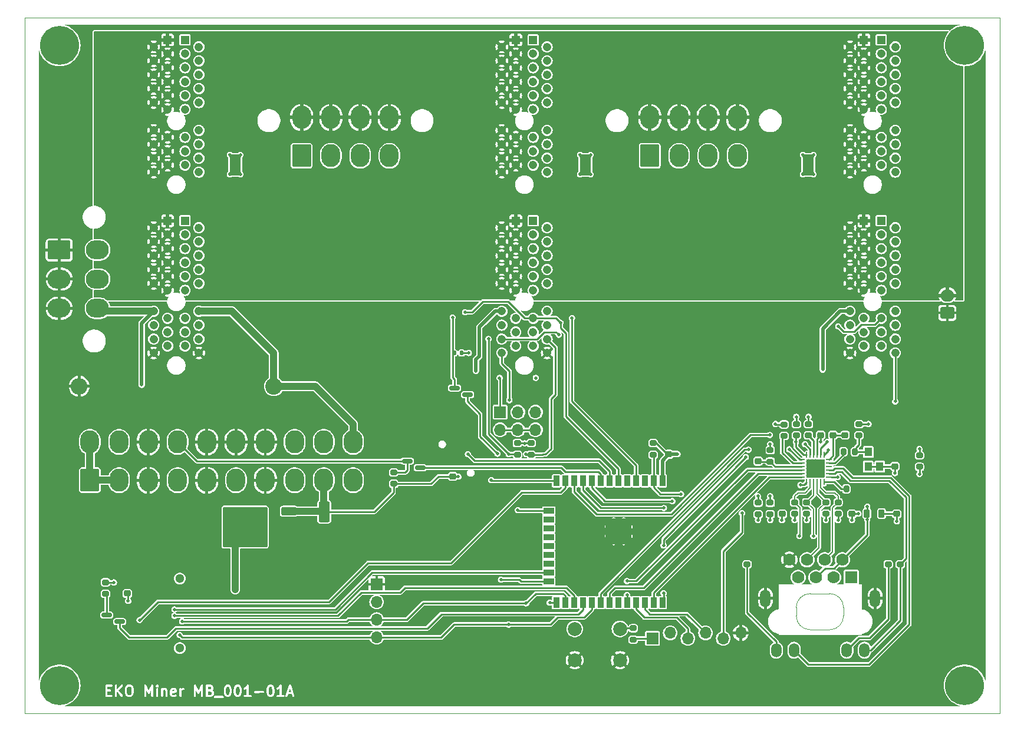
<source format=gbr>
%TF.GenerationSoftware,KiCad,Pcbnew,8.0.1*%
%TF.CreationDate,2024-04-21T01:25:56+02:00*%
%TF.ProjectId,EKO_MyMiner,454b4f5f-4d79-44d6-996e-65722e6b6963,rev?*%
%TF.SameCoordinates,Original*%
%TF.FileFunction,Copper,L1,Top*%
%TF.FilePolarity,Positive*%
%FSLAX46Y46*%
G04 Gerber Fmt 4.6, Leading zero omitted, Abs format (unit mm)*
G04 Created by KiCad (PCBNEW 8.0.1) date 2024-04-21 01:25:56*
%MOMM*%
%LPD*%
G01*
G04 APERTURE LIST*
G04 Aperture macros list*
%AMRoundRect*
0 Rectangle with rounded corners*
0 $1 Rounding radius*
0 $2 $3 $4 $5 $6 $7 $8 $9 X,Y pos of 4 corners*
0 Add a 4 corners polygon primitive as box body*
4,1,4,$2,$3,$4,$5,$6,$7,$8,$9,$2,$3,0*
0 Add four circle primitives for the rounded corners*
1,1,$1+$1,$2,$3*
1,1,$1+$1,$4,$5*
1,1,$1+$1,$6,$7*
1,1,$1+$1,$8,$9*
0 Add four rect primitives between the rounded corners*
20,1,$1+$1,$2,$3,$4,$5,0*
20,1,$1+$1,$4,$5,$6,$7,0*
20,1,$1+$1,$6,$7,$8,$9,0*
20,1,$1+$1,$8,$9,$2,$3,0*%
G04 Aperture macros list end*
%ADD10C,0.300000*%
%TA.AperFunction,SMDPad,CuDef*%
%ADD11RoundRect,0.062500X0.375000X0.062500X-0.375000X0.062500X-0.375000X-0.062500X0.375000X-0.062500X0*%
%TD*%
%TA.AperFunction,SMDPad,CuDef*%
%ADD12RoundRect,0.062500X0.062500X0.375000X-0.062500X0.375000X-0.062500X-0.375000X0.062500X-0.375000X0*%
%TD*%
%TA.AperFunction,HeatsinkPad*%
%ADD13C,0.500000*%
%TD*%
%TA.AperFunction,HeatsinkPad*%
%ADD14R,2.500000X2.500000*%
%TD*%
%TA.AperFunction,SMDPad,CuDef*%
%ADD15RoundRect,0.250000X-0.550000X1.250000X-0.550000X-1.250000X0.550000X-1.250000X0.550000X1.250000X0*%
%TD*%
%TA.AperFunction,SMDPad,CuDef*%
%ADD16RoundRect,0.200000X0.275000X-0.200000X0.275000X0.200000X-0.275000X0.200000X-0.275000X-0.200000X0*%
%TD*%
%TA.AperFunction,SMDPad,CuDef*%
%ADD17RoundRect,0.200000X-0.275000X0.200000X-0.275000X-0.200000X0.275000X-0.200000X0.275000X0.200000X0*%
%TD*%
%TA.AperFunction,ComponentPad*%
%ADD18R,1.208000X1.208000*%
%TD*%
%TA.AperFunction,ComponentPad*%
%ADD19C,1.208000*%
%TD*%
%TA.AperFunction,SMDPad,CuDef*%
%ADD20RoundRect,0.225000X-0.250000X0.225000X-0.250000X-0.225000X0.250000X-0.225000X0.250000X0.225000X0*%
%TD*%
%TA.AperFunction,SMDPad,CuDef*%
%ADD21R,1.100000X1.300000*%
%TD*%
%TA.AperFunction,SMDPad,CuDef*%
%ADD22R,0.900000X1.500000*%
%TD*%
%TA.AperFunction,SMDPad,CuDef*%
%ADD23R,1.500000X0.900000*%
%TD*%
%TA.AperFunction,SMDPad,CuDef*%
%ADD24R,0.900000X0.900000*%
%TD*%
%TA.AperFunction,HeatsinkPad*%
%ADD25C,0.600000*%
%TD*%
%TA.AperFunction,SMDPad,CuDef*%
%ADD26R,3.800000X3.800000*%
%TD*%
%TA.AperFunction,ComponentPad*%
%ADD27R,1.700000X1.700000*%
%TD*%
%TA.AperFunction,ComponentPad*%
%ADD28O,1.700000X1.700000*%
%TD*%
%TA.AperFunction,ComponentPad*%
%ADD29C,5.600000*%
%TD*%
%TA.AperFunction,SMDPad,CuDef*%
%ADD30RoundRect,0.250000X0.850000X0.350000X-0.850000X0.350000X-0.850000X-0.350000X0.850000X-0.350000X0*%
%TD*%
%TA.AperFunction,SMDPad,CuDef*%
%ADD31RoundRect,0.250000X1.275000X1.125000X-1.275000X1.125000X-1.275000X-1.125000X1.275000X-1.125000X0*%
%TD*%
%TA.AperFunction,SMDPad,CuDef*%
%ADD32RoundRect,0.249997X2.950003X2.650003X-2.950003X2.650003X-2.950003X-2.650003X2.950003X-2.650003X0*%
%TD*%
%TA.AperFunction,SMDPad,CuDef*%
%ADD33RoundRect,0.225000X0.250000X-0.225000X0.250000X0.225000X-0.250000X0.225000X-0.250000X-0.225000X0*%
%TD*%
%TA.AperFunction,SMDPad,CuDef*%
%ADD34RoundRect,0.150000X0.587500X0.150000X-0.587500X0.150000X-0.587500X-0.150000X0.587500X-0.150000X0*%
%TD*%
%TA.AperFunction,ComponentPad*%
%ADD35RoundRect,0.250000X0.750000X-0.600000X0.750000X0.600000X-0.750000X0.600000X-0.750000X-0.600000X0*%
%TD*%
%TA.AperFunction,ComponentPad*%
%ADD36O,2.000000X1.700000*%
%TD*%
%TA.AperFunction,ComponentPad*%
%ADD37C,2.400000*%
%TD*%
%TA.AperFunction,ComponentPad*%
%ADD38O,2.400000X2.400000*%
%TD*%
%TA.AperFunction,SMDPad,CuDef*%
%ADD39RoundRect,0.135000X-0.135000X-0.185000X0.135000X-0.185000X0.135000X0.185000X-0.135000X0.185000X0*%
%TD*%
%TA.AperFunction,SMDPad,CuDef*%
%ADD40RoundRect,0.218750X-0.218750X-0.381250X0.218750X-0.381250X0.218750X0.381250X-0.218750X0.381250X0*%
%TD*%
%TA.AperFunction,SMDPad,CuDef*%
%ADD41RoundRect,0.200000X-0.200000X-0.275000X0.200000X-0.275000X0.200000X0.275000X-0.200000X0.275000X0*%
%TD*%
%TA.AperFunction,SMDPad,CuDef*%
%ADD42RoundRect,0.225000X-0.225000X-0.250000X0.225000X-0.250000X0.225000X0.250000X-0.225000X0.250000X0*%
%TD*%
%TA.AperFunction,SMDPad,CuDef*%
%ADD43RoundRect,0.200000X0.200000X0.275000X-0.200000X0.275000X-0.200000X-0.275000X0.200000X-0.275000X0*%
%TD*%
%TA.AperFunction,ComponentPad*%
%ADD44C,2.000000*%
%TD*%
%TA.AperFunction,ComponentPad*%
%ADD45RoundRect,0.250001X-1.399999X1.099999X-1.399999X-1.099999X1.399999X-1.099999X1.399999X1.099999X0*%
%TD*%
%TA.AperFunction,ComponentPad*%
%ADD46O,3.300000X2.700000*%
%TD*%
%TA.AperFunction,ComponentPad*%
%ADD47C,1.300000*%
%TD*%
%TA.AperFunction,ComponentPad*%
%ADD48RoundRect,0.250001X-1.099999X-1.399999X1.099999X-1.399999X1.099999X1.399999X-1.099999X1.399999X0*%
%TD*%
%TA.AperFunction,ComponentPad*%
%ADD49O,2.700000X3.300000*%
%TD*%
%TA.AperFunction,ComponentPad*%
%ADD50R,1.778000X1.778000*%
%TD*%
%TA.AperFunction,ComponentPad*%
%ADD51C,1.778000*%
%TD*%
%TA.AperFunction,ComponentPad*%
%ADD52O,1.500000X2.032000*%
%TD*%
%TA.AperFunction,ComponentPad*%
%ADD53O,1.500000X2.540000*%
%TD*%
%TA.AperFunction,ViaPad*%
%ADD54C,0.500000*%
%TD*%
%TA.AperFunction,ViaPad*%
%ADD55C,0.400000*%
%TD*%
%TA.AperFunction,ViaPad*%
%ADD56C,0.800000*%
%TD*%
%TA.AperFunction,ViaPad*%
%ADD57C,1.500000*%
%TD*%
%TA.AperFunction,Conductor*%
%ADD58C,0.250000*%
%TD*%
%TA.AperFunction,Conductor*%
%ADD59C,0.500000*%
%TD*%
%TA.AperFunction,Conductor*%
%ADD60C,1.000000*%
%TD*%
%TA.AperFunction,Conductor*%
%ADD61C,0.200000*%
%TD*%
%TA.AperFunction,Profile*%
%ADD62C,0.100000*%
%TD*%
G04 APERTURE END LIST*
D10*
G36*
X93441306Y-136337426D02*
G01*
X93540893Y-136434561D01*
X93598273Y-136655697D01*
X93600792Y-137118392D01*
X93544188Y-137353687D01*
X93450523Y-137449717D01*
X93359225Y-137497119D01*
X93144227Y-137499086D01*
X93055141Y-137456229D01*
X92955556Y-137359095D01*
X92898176Y-137137959D01*
X92895657Y-136675263D01*
X92952260Y-136439969D01*
X93045926Y-136343940D01*
X93137226Y-136296536D01*
X93352222Y-136294569D01*
X93441306Y-136337426D01*
G37*
G36*
X99779139Y-136828136D02*
G01*
X99807378Y-136882524D01*
X99395989Y-136966431D01*
X99395673Y-136900583D01*
X99429533Y-136830199D01*
X99494370Y-136796536D01*
X99709366Y-136794569D01*
X99779139Y-136828136D01*
G37*
G36*
X105022493Y-137060795D02*
G01*
X105051928Y-137088956D01*
X105098603Y-137178854D01*
X105100305Y-137322625D01*
X105057372Y-137411867D01*
X105020381Y-137450532D01*
X104930923Y-137496979D01*
X104540803Y-137498851D01*
X104539882Y-137010303D01*
X104859685Y-137008562D01*
X105022493Y-137060795D01*
G37*
G36*
X104941836Y-136337681D02*
G01*
X104980500Y-136374671D01*
X105027338Y-136464882D01*
X105028555Y-136537579D01*
X104985944Y-136626152D01*
X104948954Y-136664816D01*
X104859453Y-136711286D01*
X104539322Y-136713029D01*
X104538536Y-136296025D01*
X104851703Y-136294319D01*
X104941836Y-136337681D01*
G37*
G36*
X107513263Y-136337680D02*
G01*
X107551929Y-136374671D01*
X107604541Y-136476004D01*
X107669720Y-136727196D01*
X107672109Y-137047432D01*
X107611510Y-137299334D01*
X107557372Y-137411867D01*
X107520381Y-137450532D01*
X107430172Y-137497369D01*
X107357474Y-137498586D01*
X107268900Y-137455975D01*
X107230237Y-137418986D01*
X107177621Y-137317649D01*
X107112444Y-137066460D01*
X107110055Y-136746223D01*
X107170654Y-136494320D01*
X107224791Y-136381789D01*
X107261781Y-136343125D01*
X107351994Y-136296286D01*
X107424690Y-136295069D01*
X107513263Y-136337680D01*
G37*
G36*
X108941834Y-136337680D02*
G01*
X108980500Y-136374671D01*
X109033112Y-136476004D01*
X109098291Y-136727196D01*
X109100680Y-137047432D01*
X109040081Y-137299334D01*
X108985943Y-137411867D01*
X108948952Y-137450532D01*
X108858743Y-137497369D01*
X108786045Y-137498586D01*
X108697471Y-137455975D01*
X108658808Y-137418986D01*
X108606192Y-137317649D01*
X108541015Y-137066460D01*
X108538626Y-136746223D01*
X108599225Y-136494320D01*
X108653362Y-136381789D01*
X108690352Y-136343125D01*
X108780565Y-136296286D01*
X108853261Y-136295069D01*
X108941834Y-136337680D01*
G37*
G36*
X113656119Y-136337680D02*
G01*
X113694785Y-136374671D01*
X113747397Y-136476004D01*
X113812576Y-136727196D01*
X113814965Y-137047432D01*
X113754366Y-137299334D01*
X113700228Y-137411867D01*
X113663237Y-137450532D01*
X113573028Y-137497369D01*
X113500330Y-137498586D01*
X113411756Y-137455975D01*
X113373093Y-137418986D01*
X113320477Y-137317649D01*
X113255300Y-137066460D01*
X113252911Y-136746223D01*
X113313510Y-136494320D01*
X113367647Y-136381789D01*
X113404637Y-136343125D01*
X113494850Y-136296286D01*
X113567546Y-136295069D01*
X113656119Y-136337680D01*
G37*
G36*
X116470688Y-137069055D02*
G01*
X116168726Y-137070226D01*
X116319001Y-136616696D01*
X116470688Y-137069055D01*
G37*
G36*
X117135142Y-138106352D02*
G01*
X89645843Y-138106352D01*
X89645843Y-137818949D01*
X105386822Y-137818949D01*
X105409220Y-137873021D01*
X105450604Y-137914405D01*
X105504676Y-137936803D01*
X105533940Y-137939685D01*
X106706061Y-137936803D01*
X106760133Y-137914405D01*
X106801517Y-137873021D01*
X106823915Y-137818949D01*
X106823915Y-137760421D01*
X106801517Y-137706349D01*
X106760133Y-137664965D01*
X106706061Y-137642567D01*
X106676797Y-137639685D01*
X105504676Y-137642567D01*
X105450604Y-137664965D01*
X105409220Y-137706349D01*
X105386822Y-137760421D01*
X105386822Y-137818949D01*
X89645843Y-137818949D01*
X89645843Y-136146828D01*
X89812510Y-136146828D01*
X89815392Y-137676092D01*
X89837790Y-137730164D01*
X89879174Y-137771548D01*
X89933246Y-137793946D01*
X89962510Y-137796828D01*
X90706060Y-137793946D01*
X90760132Y-137771548D01*
X90801516Y-137730164D01*
X90823914Y-137676092D01*
X90823914Y-137617564D01*
X90801516Y-137563492D01*
X90760132Y-137522108D01*
X90706060Y-137499710D01*
X90676796Y-137496828D01*
X90112231Y-137499016D01*
X90111310Y-137010303D01*
X90491774Y-137008232D01*
X90545846Y-136985834D01*
X90587230Y-136944450D01*
X90609628Y-136890378D01*
X90609628Y-136831850D01*
X90587230Y-136777778D01*
X90545846Y-136736394D01*
X90491774Y-136713996D01*
X90462510Y-136711114D01*
X90110750Y-136713029D01*
X90109964Y-136296256D01*
X90706060Y-136293946D01*
X90760132Y-136271548D01*
X90801516Y-136230164D01*
X90823914Y-136176092D01*
X90823914Y-136146828D01*
X91169653Y-136146828D01*
X91172535Y-137676092D01*
X91194933Y-137730164D01*
X91236317Y-137771548D01*
X91290389Y-137793946D01*
X91348917Y-137793946D01*
X91402989Y-137771548D01*
X91444373Y-137730164D01*
X91466771Y-137676092D01*
X91469653Y-137646828D01*
X91468560Y-137066996D01*
X91517848Y-137017478D01*
X92076660Y-137758510D01*
X92127022Y-137788329D01*
X92184959Y-137796606D01*
X92241656Y-137782081D01*
X92288478Y-137746964D01*
X92318297Y-137696603D01*
X92326574Y-137638665D01*
X92312049Y-137581969D01*
X92296796Y-137556828D01*
X91729627Y-136804714D01*
X91886782Y-136646828D01*
X92598225Y-136646828D01*
X92600896Y-137137359D01*
X92598402Y-137154119D01*
X92601086Y-137172268D01*
X92601107Y-137176092D01*
X92601954Y-137178136D01*
X92602704Y-137183208D01*
X92672535Y-137452331D01*
X92672535Y-137461805D01*
X92679115Y-137477691D01*
X92684025Y-137496613D01*
X92690664Y-137505573D01*
X92694932Y-137515877D01*
X92713587Y-137538608D01*
X92858173Y-137679635D01*
X92870544Y-137693899D01*
X92876897Y-137697898D01*
X92879176Y-137700121D01*
X92882837Y-137701637D01*
X92895429Y-137709564D01*
X93019954Y-137769470D01*
X93022032Y-137771548D01*
X93038154Y-137778226D01*
X93065750Y-137791502D01*
X93071125Y-137791883D01*
X93076104Y-137793946D01*
X93105368Y-137796828D01*
X93368627Y-137794419D01*
X93372320Y-137795650D01*
X93392748Y-137794198D01*
X93420346Y-137793946D01*
X93425324Y-137791883D01*
X93430700Y-137791502D01*
X93458164Y-137780992D01*
X93600702Y-137706985D01*
X93617275Y-137700121D01*
X93623046Y-137695384D01*
X93625907Y-137693899D01*
X93628502Y-137690906D01*
X93640005Y-137681466D01*
X93770006Y-137548183D01*
X93777580Y-137543639D01*
X93787510Y-137530237D01*
X93801517Y-137515877D01*
X93805783Y-137505575D01*
X93812424Y-137496614D01*
X93822317Y-137468923D01*
X93889187Y-137190952D01*
X93895343Y-137176092D01*
X93897131Y-137157928D01*
X93898048Y-137154120D01*
X93897722Y-137151931D01*
X93898225Y-137146828D01*
X93895553Y-136656295D01*
X93898048Y-136639536D01*
X93895363Y-136621386D01*
X93895343Y-136617564D01*
X93894496Y-136615519D01*
X93893746Y-136610447D01*
X93823914Y-136341323D01*
X93823914Y-136331851D01*
X93817334Y-136315965D01*
X93812424Y-136297042D01*
X93805784Y-136288081D01*
X93801517Y-136277778D01*
X93782862Y-136255048D01*
X93671911Y-136146828D01*
X95383939Y-136146828D01*
X95386821Y-137676092D01*
X95409219Y-137730164D01*
X95450603Y-137771548D01*
X95504675Y-137793946D01*
X95563203Y-137793946D01*
X95617275Y-137771548D01*
X95658659Y-137730164D01*
X95681057Y-137676092D01*
X95683939Y-137646828D01*
X95682372Y-136815843D01*
X95898209Y-137275494D01*
X95905679Y-137296035D01*
X95910144Y-137300911D01*
X95912999Y-137306990D01*
X95929804Y-137322380D01*
X95945206Y-137339198D01*
X95951249Y-137342018D01*
X95956162Y-137346517D01*
X95977582Y-137354306D01*
X95998244Y-137363948D01*
X96004901Y-137364240D01*
X96011164Y-137366518D01*
X96033943Y-137365517D01*
X96056714Y-137366518D01*
X96062973Y-137364241D01*
X96069635Y-137363949D01*
X96090302Y-137354304D01*
X96111717Y-137346517D01*
X96116630Y-137342017D01*
X96122672Y-137339198D01*
X96138067Y-137322385D01*
X96154880Y-137306990D01*
X96159848Y-137298601D01*
X96162199Y-137296035D01*
X96163518Y-137292405D01*
X96169866Y-137281690D01*
X96385202Y-136817375D01*
X96386821Y-137676092D01*
X96409219Y-137730164D01*
X96450603Y-137771548D01*
X96504675Y-137793946D01*
X96563203Y-137793946D01*
X96617275Y-137771548D01*
X96658659Y-137730164D01*
X96681057Y-137676092D01*
X96683939Y-137646828D01*
X96682054Y-136646828D01*
X97098225Y-136646828D01*
X97101107Y-137676092D01*
X97123505Y-137730164D01*
X97164889Y-137771548D01*
X97218961Y-137793946D01*
X97277489Y-137793946D01*
X97331561Y-137771548D01*
X97372945Y-137730164D01*
X97395343Y-137676092D01*
X97398225Y-137646828D01*
X97395425Y-136646828D01*
X97812511Y-136646828D01*
X97815393Y-137676092D01*
X97837791Y-137730164D01*
X97879175Y-137771548D01*
X97933247Y-137793946D01*
X97991775Y-137793946D01*
X98045847Y-137771548D01*
X98087231Y-137730164D01*
X98109629Y-137676092D01*
X98112511Y-137646828D01*
X98110285Y-136852155D01*
X98118924Y-136843125D01*
X98208824Y-136796449D01*
X98352594Y-136794747D01*
X98421996Y-136828136D01*
X98455480Y-136892625D01*
X98458251Y-137676092D01*
X98480649Y-137730164D01*
X98522033Y-137771548D01*
X98576105Y-137793946D01*
X98634633Y-137793946D01*
X98688705Y-137771548D01*
X98730089Y-137730164D01*
X98752487Y-137676092D01*
X98755369Y-137646828D01*
X98753601Y-137146984D01*
X99098226Y-137146984D01*
X99099631Y-137154010D01*
X99100856Y-137409422D01*
X99099404Y-137413780D01*
X99100984Y-137436021D01*
X99101108Y-137461806D01*
X99103170Y-137466784D01*
X99103552Y-137472160D01*
X99114062Y-137499623D01*
X99184615Y-137635510D01*
X99189340Y-137649685D01*
X99195904Y-137657253D01*
X99201155Y-137667367D01*
X99215361Y-137679688D01*
X99227687Y-137693900D01*
X99242491Y-137703218D01*
X99245369Y-137705714D01*
X99247680Y-137706484D01*
X99252573Y-137709564D01*
X99377098Y-137769470D01*
X99379176Y-137771548D01*
X99395298Y-137778226D01*
X99422894Y-137791502D01*
X99428269Y-137791883D01*
X99433248Y-137793946D01*
X99462512Y-137796828D01*
X99725771Y-137794419D01*
X99729464Y-137795650D01*
X99749892Y-137794198D01*
X99777490Y-137793946D01*
X99782468Y-137791883D01*
X99787844Y-137791502D01*
X99815308Y-137780992D01*
X99983051Y-137693899D01*
X100021397Y-137649684D01*
X100039905Y-137594162D01*
X100035757Y-137535782D01*
X100009583Y-137483433D01*
X99965368Y-137445086D01*
X99909845Y-137426578D01*
X99851465Y-137430726D01*
X99824002Y-137441236D01*
X99716369Y-137497119D01*
X99501371Y-137499086D01*
X99431597Y-137465520D01*
X99398074Y-137400953D01*
X99397443Y-137269480D01*
X99977914Y-137151089D01*
X99991776Y-137151089D01*
X100005221Y-137145519D01*
X100020060Y-137142493D01*
X100032271Y-137134314D01*
X100045848Y-137128691D01*
X100056349Y-137118189D01*
X100068690Y-137109925D01*
X100076842Y-137097697D01*
X100087232Y-137087307D01*
X100092914Y-137073587D01*
X100101154Y-137061229D01*
X100104006Y-137046811D01*
X100109630Y-137033235D01*
X100112512Y-137003971D01*
X100112509Y-137003830D01*
X100112513Y-137003814D01*
X100112509Y-137003794D01*
X100110477Y-136882445D01*
X100111334Y-136879875D01*
X100110156Y-136863310D01*
X100109630Y-136831850D01*
X100107566Y-136826869D01*
X100107185Y-136821495D01*
X100096676Y-136794031D01*
X100026119Y-136658139D01*
X100022349Y-136646828D01*
X100455368Y-136646828D01*
X100458250Y-137676092D01*
X100480648Y-137730164D01*
X100522032Y-137771548D01*
X100576104Y-137793946D01*
X100634632Y-137793946D01*
X100688704Y-137771548D01*
X100730088Y-137730164D01*
X100752486Y-137676092D01*
X100755368Y-137646828D01*
X100753474Y-136970642D01*
X100796220Y-136881789D01*
X100833210Y-136843125D01*
X100923423Y-136796286D01*
X101063204Y-136793946D01*
X101117276Y-136771548D01*
X101158660Y-136730164D01*
X101181058Y-136676092D01*
X101181058Y-136617564D01*
X101158660Y-136563492D01*
X101117276Y-136522108D01*
X101063204Y-136499710D01*
X101033940Y-136496828D01*
X100912414Y-136498862D01*
X100909844Y-136498006D01*
X100893279Y-136499183D01*
X100861819Y-136499710D01*
X100856838Y-136501773D01*
X100851464Y-136502155D01*
X100824000Y-136512664D01*
X100728727Y-136562131D01*
X100688704Y-136522108D01*
X100634632Y-136499710D01*
X100576104Y-136499710D01*
X100522032Y-136522108D01*
X100480648Y-136563492D01*
X100458250Y-136617564D01*
X100455368Y-136646828D01*
X100022349Y-136646828D01*
X100021397Y-136643973D01*
X100014835Y-136636407D01*
X100009582Y-136626289D01*
X99995372Y-136613965D01*
X99983051Y-136599758D01*
X99968245Y-136590438D01*
X99965367Y-136587942D01*
X99963055Y-136587171D01*
X99958165Y-136584093D01*
X99833640Y-136524186D01*
X99831562Y-136522108D01*
X99815430Y-136515426D01*
X99787845Y-136502155D01*
X99782470Y-136501773D01*
X99777490Y-136499710D01*
X99748226Y-136496828D01*
X99484965Y-136499236D01*
X99481273Y-136498006D01*
X99460844Y-136499457D01*
X99433248Y-136499710D01*
X99428270Y-136501771D01*
X99422893Y-136502154D01*
X99395430Y-136512664D01*
X99259538Y-136583220D01*
X99245370Y-136587943D01*
X99237804Y-136594504D01*
X99227686Y-136599758D01*
X99215363Y-136613966D01*
X99201155Y-136626289D01*
X99191832Y-136641098D01*
X99189340Y-136643973D01*
X99188570Y-136646280D01*
X99185490Y-136651175D01*
X99125583Y-136775700D01*
X99123506Y-136777778D01*
X99116827Y-136793900D01*
X99103552Y-136821496D01*
X99103170Y-136826871D01*
X99101108Y-136831850D01*
X99098226Y-136861114D01*
X99099565Y-137140215D01*
X99098226Y-137146984D01*
X98753601Y-137146984D01*
X98752672Y-136884429D01*
X98754191Y-136879875D01*
X98752576Y-136857157D01*
X98752487Y-136831850D01*
X98750423Y-136826869D01*
X98750042Y-136821495D01*
X98739533Y-136794031D01*
X98668976Y-136658139D01*
X98664254Y-136643973D01*
X98657692Y-136636407D01*
X98652439Y-136626289D01*
X98638229Y-136613965D01*
X98625908Y-136599758D01*
X98611102Y-136590438D01*
X98608224Y-136587942D01*
X98605912Y-136587171D01*
X98601022Y-136584093D01*
X98476497Y-136524186D01*
X98474419Y-136522108D01*
X98458287Y-136515426D01*
X98430702Y-136502155D01*
X98425327Y-136501773D01*
X98420347Y-136499710D01*
X98391083Y-136496828D01*
X98198848Y-136499102D01*
X98195558Y-136498006D01*
X98176385Y-136499368D01*
X98147533Y-136499710D01*
X98142552Y-136501773D01*
X98137178Y-136502155D01*
X98109714Y-136512664D01*
X98061458Y-136537719D01*
X98045847Y-136522108D01*
X97991775Y-136499710D01*
X97933247Y-136499710D01*
X97879175Y-136522108D01*
X97837791Y-136563492D01*
X97815393Y-136617564D01*
X97812511Y-136646828D01*
X97395425Y-136646828D01*
X97395343Y-136617564D01*
X97372945Y-136563492D01*
X97331561Y-136522108D01*
X97277489Y-136499710D01*
X97218961Y-136499710D01*
X97164889Y-136522108D01*
X97123505Y-136563492D01*
X97101107Y-136617564D01*
X97098225Y-136646828D01*
X96682054Y-136646828D01*
X96681301Y-136247521D01*
X97029679Y-136247521D01*
X97034985Y-136260330D01*
X97052076Y-136301592D01*
X97070731Y-136324323D01*
X97164889Y-136414406D01*
X97187286Y-136423682D01*
X97218961Y-136436803D01*
X97277489Y-136436803D01*
X97315723Y-136420965D01*
X97331560Y-136414406D01*
X97331564Y-136414401D01*
X97354290Y-136395752D01*
X97444374Y-136301593D01*
X97444375Y-136301592D01*
X97466772Y-136247520D01*
X97466772Y-136188994D01*
X97449307Y-136146828D01*
X102526796Y-136146828D01*
X102529678Y-137676092D01*
X102552076Y-137730164D01*
X102593460Y-137771548D01*
X102647532Y-137793946D01*
X102706060Y-137793946D01*
X102760132Y-137771548D01*
X102801516Y-137730164D01*
X102823914Y-137676092D01*
X102826796Y-137646828D01*
X102825229Y-136815843D01*
X103041066Y-137275494D01*
X103048536Y-137296035D01*
X103053001Y-137300911D01*
X103055856Y-137306990D01*
X103072661Y-137322380D01*
X103088063Y-137339198D01*
X103094106Y-137342018D01*
X103099019Y-137346517D01*
X103120439Y-137354306D01*
X103141101Y-137363948D01*
X103147758Y-137364240D01*
X103154021Y-137366518D01*
X103176800Y-137365517D01*
X103199571Y-137366518D01*
X103205830Y-137364241D01*
X103212492Y-137363949D01*
X103233159Y-137354304D01*
X103254574Y-137346517D01*
X103259487Y-137342017D01*
X103265529Y-137339198D01*
X103280924Y-137322385D01*
X103297737Y-137306990D01*
X103302705Y-137298601D01*
X103305056Y-137296035D01*
X103306375Y-137292405D01*
X103312723Y-137281690D01*
X103528059Y-136817375D01*
X103529678Y-137676092D01*
X103552076Y-137730164D01*
X103593460Y-137771548D01*
X103647532Y-137793946D01*
X103706060Y-137793946D01*
X103760132Y-137771548D01*
X103801516Y-137730164D01*
X103823914Y-137676092D01*
X103826796Y-137646828D01*
X103823972Y-136148720D01*
X103824055Y-136146828D01*
X104241082Y-136146828D01*
X104243964Y-137676092D01*
X104266362Y-137730164D01*
X104307746Y-137771548D01*
X104361818Y-137793946D01*
X104391082Y-137796828D01*
X104939391Y-137794197D01*
X104943749Y-137795650D01*
X104965990Y-137794069D01*
X104991775Y-137793946D01*
X104996753Y-137791883D01*
X105002129Y-137791502D01*
X105029593Y-137780992D01*
X105172134Y-137706983D01*
X105188703Y-137700121D01*
X105194473Y-137695385D01*
X105197336Y-137693899D01*
X105199932Y-137690905D01*
X105211434Y-137681466D01*
X105283335Y-137606310D01*
X105295296Y-137595938D01*
X105299213Y-137589714D01*
X105301518Y-137587306D01*
X105303034Y-137583644D01*
X105310961Y-137571053D01*
X105370867Y-137446527D01*
X105372945Y-137444450D01*
X105379623Y-137428327D01*
X105392899Y-137400732D01*
X105393280Y-137395356D01*
X105395343Y-137390378D01*
X105398225Y-137361114D01*
X105395950Y-137168880D01*
X105397047Y-137165590D01*
X105395684Y-137146411D01*
X105395343Y-137117564D01*
X105393280Y-137112585D01*
X105392899Y-137107210D01*
X105382389Y-137079747D01*
X105308383Y-136937209D01*
X105301518Y-136920636D01*
X105296780Y-136914863D01*
X105295296Y-136912004D01*
X105292304Y-136909409D01*
X105282863Y-136897905D01*
X105224718Y-136842276D01*
X105223867Y-136840575D01*
X105213934Y-136831960D01*
X105207200Y-136825517D01*
X105211905Y-136820598D01*
X105223867Y-136810225D01*
X105227784Y-136804002D01*
X105230089Y-136801593D01*
X105231605Y-136797930D01*
X105239532Y-136785339D01*
X105271804Y-136718257D01*
X106812511Y-136718257D01*
X106815107Y-137066430D01*
X106812688Y-137082691D01*
X106815364Y-137100785D01*
X106815393Y-137104664D01*
X106816240Y-137106708D01*
X106816990Y-137111780D01*
X106888247Y-137386400D01*
X106889266Y-137400733D01*
X106897654Y-137422653D01*
X106898311Y-137425185D01*
X106898955Y-137426055D01*
X106899775Y-137428196D01*
X106973784Y-137570738D01*
X106980647Y-137587306D01*
X106985382Y-137593076D01*
X106986869Y-137595939D01*
X106989862Y-137598535D01*
X106999302Y-137610037D01*
X107074457Y-137681938D01*
X107084830Y-137693899D01*
X107091053Y-137697816D01*
X107093462Y-137700121D01*
X107097123Y-137701637D01*
X107109715Y-137709564D01*
X107234240Y-137769470D01*
X107236318Y-137771548D01*
X107252440Y-137778226D01*
X107280036Y-137791502D01*
X107285411Y-137791883D01*
X107290390Y-137793946D01*
X107319654Y-137796828D01*
X107441178Y-137794793D01*
X107443749Y-137795650D01*
X107460318Y-137794472D01*
X107491775Y-137793946D01*
X107496753Y-137791883D01*
X107502129Y-137791502D01*
X107529593Y-137780992D01*
X107672134Y-137706983D01*
X107688703Y-137700121D01*
X107694473Y-137695385D01*
X107697336Y-137693899D01*
X107699932Y-137690905D01*
X107711434Y-137681466D01*
X107783335Y-137606310D01*
X107795296Y-137595938D01*
X107799213Y-137589714D01*
X107801518Y-137587306D01*
X107803034Y-137583644D01*
X107810961Y-137571053D01*
X107876102Y-137435645D01*
X107883853Y-137425186D01*
X107891696Y-137403231D01*
X107892899Y-137400732D01*
X107892975Y-137399650D01*
X107893746Y-137397495D01*
X107960616Y-137119524D01*
X107966772Y-137104664D01*
X107968560Y-137086500D01*
X107969477Y-137082692D01*
X107969151Y-137080503D01*
X107969654Y-137075400D01*
X107967057Y-136727225D01*
X107968392Y-136718257D01*
X108241082Y-136718257D01*
X108243678Y-137066430D01*
X108241259Y-137082691D01*
X108243935Y-137100785D01*
X108243964Y-137104664D01*
X108244811Y-137106708D01*
X108245561Y-137111780D01*
X108316818Y-137386400D01*
X108317837Y-137400733D01*
X108326225Y-137422653D01*
X108326882Y-137425185D01*
X108327526Y-137426055D01*
X108328346Y-137428196D01*
X108402355Y-137570738D01*
X108409218Y-137587306D01*
X108413953Y-137593076D01*
X108415440Y-137595939D01*
X108418433Y-137598535D01*
X108427873Y-137610037D01*
X108503028Y-137681938D01*
X108513401Y-137693899D01*
X108519624Y-137697816D01*
X108522033Y-137700121D01*
X108525694Y-137701637D01*
X108538286Y-137709564D01*
X108662811Y-137769470D01*
X108664889Y-137771548D01*
X108681011Y-137778226D01*
X108708607Y-137791502D01*
X108713982Y-137791883D01*
X108718961Y-137793946D01*
X108748225Y-137796828D01*
X108869749Y-137794793D01*
X108872320Y-137795650D01*
X108888889Y-137794472D01*
X108920346Y-137793946D01*
X108925324Y-137791883D01*
X108930700Y-137791502D01*
X108958164Y-137780992D01*
X109100705Y-137706983D01*
X109117274Y-137700121D01*
X109123044Y-137695385D01*
X109125907Y-137693899D01*
X109128503Y-137690905D01*
X109140005Y-137681466D01*
X109211906Y-137606310D01*
X109223867Y-137595938D01*
X109227784Y-137589714D01*
X109230089Y-137587306D01*
X109231605Y-137583644D01*
X109239532Y-137571053D01*
X109304673Y-137435645D01*
X109312424Y-137425186D01*
X109320267Y-137403231D01*
X109321470Y-137400732D01*
X109321546Y-137399650D01*
X109322317Y-137397495D01*
X109389187Y-137119524D01*
X109395343Y-137104664D01*
X109397131Y-137086500D01*
X109398048Y-137082692D01*
X109397722Y-137080503D01*
X109398225Y-137075400D01*
X109395628Y-136727225D01*
X109398048Y-136710965D01*
X109395371Y-136692870D01*
X109395343Y-136688993D01*
X109394496Y-136686948D01*
X109393746Y-136681876D01*
X109361250Y-136556639D01*
X109670831Y-136556639D01*
X109674980Y-136615019D01*
X109701154Y-136667368D01*
X109745369Y-136705715D01*
X109800892Y-136724222D01*
X109859272Y-136720073D01*
X109886735Y-136709564D01*
X110029277Y-136635554D01*
X110045845Y-136628692D01*
X110051615Y-136623956D01*
X110054478Y-136622470D01*
X110057074Y-136619476D01*
X110068576Y-136610037D01*
X110099038Y-136578806D01*
X110100771Y-137498700D01*
X109790389Y-137499710D01*
X109736317Y-137522108D01*
X109694933Y-137563492D01*
X109672535Y-137617564D01*
X109672535Y-137676092D01*
X109694933Y-137730164D01*
X109736317Y-137771548D01*
X109790389Y-137793946D01*
X109819653Y-137796828D01*
X110706060Y-137793946D01*
X110760132Y-137771548D01*
X110801516Y-137730164D01*
X110823914Y-137676092D01*
X110823914Y-137617564D01*
X110801516Y-137563492D01*
X110760132Y-137522108D01*
X110706060Y-137499710D01*
X110676796Y-137496828D01*
X110397943Y-137497734D01*
X110397202Y-137104664D01*
X111172534Y-137104664D01*
X111194932Y-137158736D01*
X111236316Y-137200120D01*
X111290388Y-137222518D01*
X111319652Y-137225400D01*
X112491774Y-137222518D01*
X112545846Y-137200120D01*
X112587230Y-137158736D01*
X112609628Y-137104664D01*
X112609628Y-137046136D01*
X112587230Y-136992064D01*
X112545846Y-136950680D01*
X112491774Y-136928282D01*
X112462510Y-136925400D01*
X111290388Y-136928282D01*
X111236316Y-136950680D01*
X111194932Y-136992064D01*
X111172534Y-137046136D01*
X111172534Y-137104664D01*
X110397202Y-137104664D01*
X110396474Y-136718257D01*
X112955367Y-136718257D01*
X112957963Y-137066430D01*
X112955544Y-137082691D01*
X112958220Y-137100785D01*
X112958249Y-137104664D01*
X112959096Y-137106708D01*
X112959846Y-137111780D01*
X113031103Y-137386400D01*
X113032122Y-137400733D01*
X113040510Y-137422653D01*
X113041167Y-137425185D01*
X113041811Y-137426055D01*
X113042631Y-137428196D01*
X113116640Y-137570738D01*
X113123503Y-137587306D01*
X113128238Y-137593076D01*
X113129725Y-137595939D01*
X113132718Y-137598535D01*
X113142158Y-137610037D01*
X113217313Y-137681938D01*
X113227686Y-137693899D01*
X113233909Y-137697816D01*
X113236318Y-137700121D01*
X113239979Y-137701637D01*
X113252571Y-137709564D01*
X113377096Y-137769470D01*
X113379174Y-137771548D01*
X113395296Y-137778226D01*
X113422892Y-137791502D01*
X113428267Y-137791883D01*
X113433246Y-137793946D01*
X113462510Y-137796828D01*
X113584034Y-137794793D01*
X113586605Y-137795650D01*
X113603174Y-137794472D01*
X113634631Y-137793946D01*
X113639609Y-137791883D01*
X113644985Y-137791502D01*
X113672449Y-137780992D01*
X113814990Y-137706983D01*
X113831559Y-137700121D01*
X113837329Y-137695385D01*
X113840192Y-137693899D01*
X113842788Y-137690905D01*
X113854290Y-137681466D01*
X113926191Y-137606310D01*
X113938152Y-137595938D01*
X113942069Y-137589714D01*
X113944374Y-137587306D01*
X113945890Y-137583644D01*
X113953817Y-137571053D01*
X114018958Y-137435645D01*
X114026709Y-137425186D01*
X114034552Y-137403231D01*
X114035755Y-137400732D01*
X114035831Y-137399650D01*
X114036602Y-137397495D01*
X114103472Y-137119524D01*
X114109628Y-137104664D01*
X114111416Y-137086500D01*
X114112333Y-137082692D01*
X114112007Y-137080503D01*
X114112510Y-137075400D01*
X114109913Y-136727225D01*
X114112333Y-136710965D01*
X114109656Y-136692870D01*
X114109628Y-136688993D01*
X114108781Y-136686948D01*
X114108031Y-136681876D01*
X114075535Y-136556639D01*
X114385116Y-136556639D01*
X114389265Y-136615019D01*
X114415439Y-136667368D01*
X114459654Y-136705715D01*
X114515177Y-136724222D01*
X114573557Y-136720073D01*
X114601020Y-136709564D01*
X114743562Y-136635554D01*
X114760130Y-136628692D01*
X114765900Y-136623956D01*
X114768763Y-136622470D01*
X114771359Y-136619476D01*
X114782861Y-136610037D01*
X114813323Y-136578806D01*
X114815056Y-137498700D01*
X114504674Y-137499710D01*
X114450602Y-137522108D01*
X114409218Y-137563492D01*
X114386820Y-137617564D01*
X114386820Y-137676092D01*
X114409218Y-137730164D01*
X114450602Y-137771548D01*
X114504674Y-137793946D01*
X114533938Y-137796828D01*
X115420345Y-137793946D01*
X115474417Y-137771548D01*
X115515801Y-137730164D01*
X115538199Y-137676092D01*
X115538199Y-137628067D01*
X115670830Y-137628067D01*
X115674979Y-137686448D01*
X115701153Y-137738795D01*
X115745367Y-137777142D01*
X115800891Y-137795650D01*
X115859272Y-137791501D01*
X115911619Y-137765327D01*
X115949966Y-137721113D01*
X115961954Y-137694262D01*
X116070112Y-137367839D01*
X116570227Y-137365901D01*
X116689338Y-137721113D01*
X116727685Y-137765328D01*
X116780033Y-137791501D01*
X116838413Y-137795651D01*
X116893937Y-137777142D01*
X116938151Y-137738795D01*
X116964325Y-137686448D01*
X116968475Y-137628068D01*
X116961955Y-137599394D01*
X116465060Y-136117558D01*
X116464325Y-136107208D01*
X116456021Y-136090600D01*
X116449966Y-136072543D01*
X116442943Y-136064446D01*
X116438151Y-136054861D01*
X116423942Y-136042537D01*
X116411619Y-136028329D01*
X116402033Y-136023536D01*
X116393937Y-136016514D01*
X116376093Y-136010565D01*
X116359272Y-136002155D01*
X116348583Y-136001395D01*
X116338413Y-135998005D01*
X116319647Y-135999338D01*
X116300891Y-135998006D01*
X116290723Y-136001395D01*
X116280033Y-136002155D01*
X116263209Y-136010566D01*
X116245367Y-136016514D01*
X116237272Y-136023534D01*
X116227685Y-136028328D01*
X116215359Y-136042539D01*
X116201153Y-136054861D01*
X116196360Y-136064445D01*
X116189338Y-136072543D01*
X116177350Y-136099394D01*
X115820011Y-137177838D01*
X115815391Y-137188993D01*
X115815391Y-137191783D01*
X115670830Y-137628067D01*
X115538199Y-137628067D01*
X115538199Y-137617564D01*
X115515801Y-137563492D01*
X115474417Y-137522108D01*
X115420345Y-137499710D01*
X115391081Y-137496828D01*
X115112228Y-137497734D01*
X115109708Y-136160827D01*
X115112509Y-136146670D01*
X115109654Y-136132400D01*
X115109627Y-136117564D01*
X115103943Y-136103843D01*
X115101031Y-136089281D01*
X115092852Y-136077068D01*
X115087229Y-136063492D01*
X115076730Y-136052993D01*
X115068465Y-136040651D01*
X115056234Y-136032497D01*
X115045845Y-136022108D01*
X115032126Y-136016425D01*
X115019766Y-136008185D01*
X115005347Y-136005332D01*
X114991773Y-135999710D01*
X114976922Y-135999710D01*
X114962352Y-135996828D01*
X114947942Y-135999710D01*
X114933245Y-135999710D01*
X114919523Y-136005393D01*
X114904962Y-136008306D01*
X114892749Y-136016484D01*
X114879173Y-136022108D01*
X114868674Y-136032606D01*
X114856332Y-136040872D01*
X114837900Y-136063380D01*
X114837789Y-136063492D01*
X114837768Y-136063542D01*
X114837702Y-136063623D01*
X114711350Y-136257339D01*
X114593381Y-136378286D01*
X114441970Y-136456901D01*
X114403623Y-136501116D01*
X114385116Y-136556639D01*
X114075535Y-136556639D01*
X114036773Y-136407257D01*
X114035755Y-136392924D01*
X114027367Y-136371005D01*
X114026709Y-136368470D01*
X114026062Y-136367597D01*
X114025245Y-136365461D01*
X113951236Y-136222918D01*
X113944373Y-136206349D01*
X113939637Y-136200578D01*
X113938152Y-136197718D01*
X113935160Y-136195123D01*
X113925718Y-136183618D01*
X113850571Y-136111725D01*
X113840192Y-136099758D01*
X113833963Y-136095837D01*
X113831558Y-136093536D01*
X113827901Y-136092021D01*
X113815306Y-136084093D01*
X113690781Y-136024186D01*
X113688703Y-136022108D01*
X113672571Y-136015426D01*
X113644986Y-136002155D01*
X113639611Y-136001773D01*
X113634631Y-135999710D01*
X113605367Y-135996828D01*
X113483841Y-135998862D01*
X113481271Y-135998006D01*
X113464706Y-135999183D01*
X113433246Y-135999710D01*
X113428265Y-136001773D01*
X113422891Y-136002155D01*
X113395427Y-136012664D01*
X113252883Y-136086674D01*
X113236318Y-136093536D01*
X113230547Y-136098271D01*
X113227685Y-136099758D01*
X113225088Y-136102751D01*
X113213588Y-136112190D01*
X113141690Y-136187339D01*
X113129725Y-136197717D01*
X113125806Y-136203942D01*
X113123504Y-136206349D01*
X113121988Y-136210007D01*
X113114060Y-136222603D01*
X113048918Y-136358010D01*
X113041167Y-136368471D01*
X113033323Y-136390425D01*
X113032122Y-136392923D01*
X113032045Y-136394003D01*
X113031274Y-136396162D01*
X112964404Y-136674131D01*
X112958249Y-136688993D01*
X112956460Y-136707158D01*
X112955544Y-136710966D01*
X112955869Y-136713153D01*
X112955367Y-136718257D01*
X110396474Y-136718257D01*
X110395423Y-136160827D01*
X110398224Y-136146670D01*
X110395369Y-136132400D01*
X110395342Y-136117564D01*
X110389658Y-136103843D01*
X110386746Y-136089281D01*
X110378567Y-136077068D01*
X110372944Y-136063492D01*
X110362445Y-136052993D01*
X110354180Y-136040651D01*
X110341949Y-136032497D01*
X110331560Y-136022108D01*
X110317841Y-136016425D01*
X110305481Y-136008185D01*
X110291062Y-136005332D01*
X110277488Y-135999710D01*
X110262637Y-135999710D01*
X110248067Y-135996828D01*
X110233657Y-135999710D01*
X110218960Y-135999710D01*
X110205238Y-136005393D01*
X110190677Y-136008306D01*
X110178464Y-136016484D01*
X110164888Y-136022108D01*
X110154389Y-136032606D01*
X110142047Y-136040872D01*
X110123615Y-136063380D01*
X110123504Y-136063492D01*
X110123483Y-136063542D01*
X110123417Y-136063623D01*
X109997065Y-136257339D01*
X109879096Y-136378286D01*
X109727685Y-136456901D01*
X109689338Y-136501116D01*
X109670831Y-136556639D01*
X109361250Y-136556639D01*
X109322488Y-136407257D01*
X109321470Y-136392924D01*
X109313082Y-136371005D01*
X109312424Y-136368470D01*
X109311777Y-136367597D01*
X109310960Y-136365461D01*
X109236951Y-136222918D01*
X109230088Y-136206349D01*
X109225352Y-136200578D01*
X109223867Y-136197718D01*
X109220875Y-136195123D01*
X109211433Y-136183618D01*
X109136286Y-136111725D01*
X109125907Y-136099758D01*
X109119678Y-136095837D01*
X109117273Y-136093536D01*
X109113616Y-136092021D01*
X109101021Y-136084093D01*
X108976496Y-136024186D01*
X108974418Y-136022108D01*
X108958286Y-136015426D01*
X108930701Y-136002155D01*
X108925326Y-136001773D01*
X108920346Y-135999710D01*
X108891082Y-135996828D01*
X108769556Y-135998862D01*
X108766986Y-135998006D01*
X108750421Y-135999183D01*
X108718961Y-135999710D01*
X108713980Y-136001773D01*
X108708606Y-136002155D01*
X108681142Y-136012664D01*
X108538598Y-136086674D01*
X108522033Y-136093536D01*
X108516262Y-136098271D01*
X108513400Y-136099758D01*
X108510803Y-136102751D01*
X108499303Y-136112190D01*
X108427405Y-136187339D01*
X108415440Y-136197717D01*
X108411521Y-136203942D01*
X108409219Y-136206349D01*
X108407703Y-136210007D01*
X108399775Y-136222603D01*
X108334633Y-136358010D01*
X108326882Y-136368471D01*
X108319038Y-136390425D01*
X108317837Y-136392923D01*
X108317760Y-136394003D01*
X108316989Y-136396162D01*
X108250119Y-136674131D01*
X108243964Y-136688993D01*
X108242175Y-136707158D01*
X108241259Y-136710966D01*
X108241584Y-136713153D01*
X108241082Y-136718257D01*
X107968392Y-136718257D01*
X107969477Y-136710965D01*
X107966800Y-136692870D01*
X107966772Y-136688993D01*
X107965925Y-136686948D01*
X107965175Y-136681876D01*
X107893917Y-136407257D01*
X107892899Y-136392924D01*
X107884511Y-136371005D01*
X107883853Y-136368470D01*
X107883206Y-136367597D01*
X107882389Y-136365461D01*
X107808380Y-136222918D01*
X107801517Y-136206349D01*
X107796781Y-136200578D01*
X107795296Y-136197718D01*
X107792304Y-136195123D01*
X107782862Y-136183618D01*
X107707715Y-136111725D01*
X107697336Y-136099758D01*
X107691107Y-136095837D01*
X107688702Y-136093536D01*
X107685045Y-136092021D01*
X107672450Y-136084093D01*
X107547925Y-136024186D01*
X107545847Y-136022108D01*
X107529715Y-136015426D01*
X107502130Y-136002155D01*
X107496755Y-136001773D01*
X107491775Y-135999710D01*
X107462511Y-135996828D01*
X107340985Y-135998862D01*
X107338415Y-135998006D01*
X107321850Y-135999183D01*
X107290390Y-135999710D01*
X107285409Y-136001773D01*
X107280035Y-136002155D01*
X107252571Y-136012664D01*
X107110027Y-136086674D01*
X107093462Y-136093536D01*
X107087691Y-136098271D01*
X107084829Y-136099758D01*
X107082232Y-136102751D01*
X107070732Y-136112190D01*
X106998834Y-136187339D01*
X106986869Y-136197717D01*
X106982950Y-136203942D01*
X106980648Y-136206349D01*
X106979132Y-136210007D01*
X106971204Y-136222603D01*
X106906062Y-136358010D01*
X106898311Y-136368471D01*
X106890467Y-136390425D01*
X106889266Y-136392923D01*
X106889189Y-136394003D01*
X106888418Y-136396162D01*
X106821548Y-136674131D01*
X106815393Y-136688993D01*
X106813604Y-136707158D01*
X106812688Y-136710966D01*
X106813013Y-136713153D01*
X106812511Y-136718257D01*
X105271804Y-136718257D01*
X105299438Y-136660814D01*
X105301517Y-136658736D01*
X105308198Y-136642604D01*
X105321470Y-136615019D01*
X105321851Y-136609644D01*
X105323915Y-136604664D01*
X105326797Y-136575400D01*
X105324762Y-136453873D01*
X105325619Y-136451303D01*
X105324441Y-136434738D01*
X105323915Y-136403278D01*
X105321851Y-136398297D01*
X105321470Y-136392923D01*
X105310961Y-136365459D01*
X105236950Y-136222916D01*
X105230089Y-136206349D01*
X105225352Y-136200577D01*
X105223867Y-136197717D01*
X105220874Y-136195121D01*
X105211434Y-136183619D01*
X105136284Y-136111722D01*
X105125908Y-136099758D01*
X105119682Y-136095839D01*
X105117275Y-136093536D01*
X105113615Y-136092020D01*
X105101022Y-136084093D01*
X104976494Y-136024184D01*
X104974418Y-136022108D01*
X104958300Y-136015431D01*
X104930701Y-136002154D01*
X104925323Y-136001771D01*
X104920346Y-135999710D01*
X104891082Y-135996828D01*
X104361818Y-135999710D01*
X104307746Y-136022108D01*
X104266362Y-136063492D01*
X104243964Y-136117564D01*
X104241082Y-136146828D01*
X103824055Y-136146828D01*
X103825057Y-136124052D01*
X103823920Y-136120926D01*
X103823914Y-136117564D01*
X103813953Y-136093518D01*
X103805056Y-136069050D01*
X103802796Y-136066582D01*
X103801516Y-136063492D01*
X103783118Y-136045094D01*
X103765529Y-136025887D01*
X103762495Y-136024471D01*
X103760132Y-136022108D01*
X103736101Y-136012154D01*
X103712492Y-136001136D01*
X103709147Y-136000989D01*
X103706060Y-135999710D01*
X103680036Y-135999710D01*
X103654021Y-135998567D01*
X103650878Y-135999710D01*
X103647532Y-135999710D01*
X103623479Y-136009673D01*
X103599019Y-136018568D01*
X103596551Y-136020827D01*
X103593460Y-136022108D01*
X103575051Y-136040516D01*
X103555856Y-136058095D01*
X103553506Y-136062061D01*
X103552076Y-136063492D01*
X103550720Y-136066764D01*
X103540869Y-136083395D01*
X103177512Y-136866874D01*
X102810833Y-136085984D01*
X102801516Y-136063492D01*
X102799169Y-136061145D01*
X102797737Y-136058095D01*
X102778529Y-136040505D01*
X102760132Y-136022108D01*
X102757041Y-136020827D01*
X102754574Y-136018568D01*
X102730108Y-136009671D01*
X102706060Y-135999710D01*
X102702714Y-135999710D01*
X102699571Y-135998567D01*
X102673567Y-135999710D01*
X102647532Y-135999710D01*
X102644441Y-136000990D01*
X102641101Y-136001137D01*
X102617505Y-136012147D01*
X102593460Y-136022108D01*
X102591096Y-136024471D01*
X102588063Y-136025887D01*
X102570473Y-136045094D01*
X102552076Y-136063492D01*
X102550795Y-136066582D01*
X102548536Y-136069050D01*
X102539639Y-136093515D01*
X102529678Y-136117564D01*
X102529226Y-136122152D01*
X102528535Y-136124053D01*
X102528690Y-136127591D01*
X102526796Y-136146828D01*
X97449307Y-136146828D01*
X97444375Y-136134922D01*
X97425720Y-136112191D01*
X97331560Y-136022107D01*
X97297949Y-136008185D01*
X97277489Y-135999710D01*
X97218961Y-135999710D01*
X97198501Y-136008185D01*
X97164890Y-136022107D01*
X97164889Y-136022108D01*
X97142158Y-136040763D01*
X97052098Y-136134899D01*
X97052076Y-136134922D01*
X97031906Y-136183619D01*
X97029679Y-136188995D01*
X97029679Y-136247521D01*
X96681301Y-136247521D01*
X96681115Y-136148720D01*
X96682200Y-136124052D01*
X96681063Y-136120926D01*
X96681057Y-136117564D01*
X96671096Y-136093518D01*
X96662199Y-136069050D01*
X96659939Y-136066582D01*
X96658659Y-136063492D01*
X96640261Y-136045094D01*
X96622672Y-136025887D01*
X96619638Y-136024471D01*
X96617275Y-136022108D01*
X96593244Y-136012154D01*
X96569635Y-136001136D01*
X96566290Y-136000989D01*
X96563203Y-135999710D01*
X96537179Y-135999710D01*
X96511164Y-135998567D01*
X96508021Y-135999710D01*
X96504675Y-135999710D01*
X96480622Y-136009673D01*
X96456162Y-136018568D01*
X96453694Y-136020827D01*
X96450603Y-136022108D01*
X96432194Y-136040516D01*
X96412999Y-136058095D01*
X96410649Y-136062061D01*
X96409219Y-136063492D01*
X96407863Y-136066764D01*
X96398012Y-136083395D01*
X96034655Y-136866874D01*
X95667976Y-136085984D01*
X95658659Y-136063492D01*
X95656312Y-136061145D01*
X95654880Y-136058095D01*
X95635672Y-136040505D01*
X95617275Y-136022108D01*
X95614184Y-136020827D01*
X95611717Y-136018568D01*
X95587251Y-136009671D01*
X95563203Y-135999710D01*
X95559857Y-135999710D01*
X95556714Y-135998567D01*
X95530710Y-135999710D01*
X95504675Y-135999710D01*
X95501584Y-136000990D01*
X95498244Y-136001137D01*
X95474648Y-136012147D01*
X95450603Y-136022108D01*
X95448239Y-136024471D01*
X95445206Y-136025887D01*
X95427616Y-136045094D01*
X95409219Y-136063492D01*
X95407938Y-136066582D01*
X95405679Y-136069050D01*
X95396782Y-136093515D01*
X95386821Y-136117564D01*
X95386369Y-136122152D01*
X95385678Y-136124053D01*
X95385833Y-136127591D01*
X95383939Y-136146828D01*
X93671911Y-136146828D01*
X93638281Y-136114026D01*
X93625907Y-136099758D01*
X93619551Y-136095757D01*
X93617274Y-136093536D01*
X93613614Y-136092020D01*
X93601021Y-136084093D01*
X93476496Y-136024186D01*
X93474418Y-136022108D01*
X93458286Y-136015426D01*
X93430701Y-136002155D01*
X93425326Y-136001773D01*
X93420346Y-135999710D01*
X93391082Y-135996828D01*
X93127821Y-135999236D01*
X93124129Y-135998006D01*
X93103705Y-135999457D01*
X93076104Y-135999710D01*
X93071123Y-136001773D01*
X93065749Y-136002155D01*
X93038285Y-136012664D01*
X92895741Y-136086674D01*
X92879176Y-136093536D01*
X92873405Y-136098271D01*
X92870543Y-136099758D01*
X92867946Y-136102752D01*
X92856445Y-136112191D01*
X92726441Y-136245473D01*
X92718869Y-136250017D01*
X92708942Y-136263414D01*
X92694932Y-136277778D01*
X92690663Y-136288083D01*
X92684025Y-136297043D01*
X92674132Y-136324734D01*
X92607263Y-136602702D01*
X92601107Y-136617564D01*
X92599318Y-136635729D01*
X92598402Y-136639537D01*
X92598727Y-136641724D01*
X92598225Y-136646828D01*
X91886782Y-136646828D01*
X92301517Y-136230164D01*
X92323914Y-136176091D01*
X92323914Y-136117565D01*
X92301517Y-136063493D01*
X92260131Y-136022107D01*
X92206059Y-135999710D01*
X92147533Y-135999710D01*
X92093460Y-136022107D01*
X92070730Y-136040762D01*
X91467767Y-136646530D01*
X91466771Y-136117564D01*
X91444373Y-136063492D01*
X91402989Y-136022108D01*
X91348917Y-135999710D01*
X91290389Y-135999710D01*
X91236317Y-136022108D01*
X91194933Y-136063492D01*
X91172535Y-136117564D01*
X91169653Y-136146828D01*
X90823914Y-136146828D01*
X90823914Y-136117564D01*
X90801516Y-136063492D01*
X90760132Y-136022108D01*
X90706060Y-135999710D01*
X90676796Y-135996828D01*
X89933246Y-135999710D01*
X89879174Y-136022108D01*
X89837790Y-136063492D01*
X89815392Y-136117564D01*
X89812510Y-136146828D01*
X89645843Y-136146828D01*
X89645843Y-135830161D01*
X117135142Y-135830161D01*
X117135142Y-138106352D01*
G37*
D11*
%TO.P,U1,1,VDD2A*%
%TO.N,AVDD*%
X193732000Y-106194500D03*
%TO.P,U1,2,LED2/~{INTSEL}*%
%TO.N,/LAN8720/LEDJ+*%
X193732000Y-105694500D03*
%TO.P,U1,3,LED1/REGOFF*%
%TO.N,/LAN8720/LEDV+*%
X193732000Y-105194500D03*
%TO.P,U1,4,XTAL2*%
%TO.N,unconnected-(U1-XTAL2-Pad4)*%
X193732000Y-104694500D03*
%TO.P,U1,5,XTAL1/CLKIN*%
%TO.N,/LAN8720/50MHz*%
X193732000Y-104194500D03*
%TO.P,U1,6,VDDCR*%
%TO.N,Net-(U1-VDDCR)*%
X193732000Y-103694500D03*
D12*
%TO.P,U1,7,RXD1/MODE1*%
%TO.N,Net-(U1-RXD1{slash}MODE1)*%
X193044500Y-103007000D03*
%TO.P,U1,8,RXD0/MODE0*%
%TO.N,Net-(U1-RXD0{slash}MODE0)*%
X192544500Y-103007000D03*
%TO.P,U1,9,VDDIO*%
%TO.N,+3.3V*%
X192044500Y-103007000D03*
%TO.P,U1,10,RXER/PHYAD0*%
%TO.N,/LAN8720/RXER*%
X191544500Y-103007000D03*
%TO.P,U1,11,CRS_DV/MODE2*%
%TO.N,/CRS_DV*%
X191044500Y-103007000D03*
%TO.P,U1,12,MDIO*%
%TO.N,/MDIO*%
X190544500Y-103007000D03*
D11*
%TO.P,U1,13,MDC*%
%TO.N,/MDC*%
X189857000Y-103694500D03*
%TO.P,U1,14,~{INT}/REFCLKO*%
%TO.N,/LAN8720/REFCLKO*%
X189857000Y-104194500D03*
%TO.P,U1,15,~{RST}*%
%TO.N,/LAN8720/RSTn*%
X189857000Y-104694500D03*
%TO.P,U1,16,TXEN*%
%TO.N,/TXEN*%
X189857000Y-105194500D03*
%TO.P,U1,17,TXD0*%
%TO.N,/TXD0*%
X189857000Y-105694500D03*
%TO.P,U1,18,TXD1*%
%TO.N,/TXD1*%
X189857000Y-106194500D03*
D12*
%TO.P,U1,19,VDD1A*%
%TO.N,AVDD*%
X190544500Y-106882000D03*
%TO.P,U1,20,TXN*%
%TO.N,/LAN8720/TD_N*%
X191044500Y-106882000D03*
%TO.P,U1,21,TXP*%
%TO.N,/LAN8720/TD_P*%
X191544500Y-106882000D03*
%TO.P,U1,22,RXN*%
%TO.N,/LAN8720/RD_N*%
X192044500Y-106882000D03*
%TO.P,U1,23,RXP*%
%TO.N,/LAN8720/RD_P*%
X192544500Y-106882000D03*
%TO.P,U1,24,RBIAS*%
%TO.N,Net-(U1-RBIAS)*%
X193044500Y-106882000D03*
D13*
%TO.P,U1,25,VSS*%
%TO.N,GND*%
X192794500Y-104944500D03*
X191794500Y-105944500D03*
X191794500Y-104944500D03*
D14*
X191794500Y-104944500D03*
D13*
X191794500Y-103944500D03*
X190794500Y-104944500D03*
%TD*%
D15*
%TO.P,C16,1*%
%TO.N,+12V_PWR*%
X190754000Y-56906000D03*
%TO.P,C16,2*%
%TO.N,GND*%
X190754000Y-61306000D03*
%TD*%
%TO.P,C15,1*%
%TO.N,+12V_PWR*%
X158750000Y-56906000D03*
%TO.P,C15,2*%
%TO.N,GND*%
X158750000Y-61306000D03*
%TD*%
%TO.P,C13,1*%
%TO.N,+12V_PWR*%
X108458000Y-56906000D03*
%TO.P,C13,2*%
%TO.N,GND*%
X108458000Y-61306000D03*
%TD*%
%TO.P,C1,1*%
%TO.N,+5V_STDBY*%
X121232000Y-111182000D03*
%TO.P,C1,2*%
%TO.N,GND*%
X121232000Y-115582000D03*
%TD*%
D16*
%TO.P,R23,1*%
%TO.N,+3.3V*%
X165632000Y-129557000D03*
%TO.P,R23,2*%
%TO.N,/ESP_GPIO0*%
X165632000Y-127907000D03*
%TD*%
D17*
%TO.P,R10,1*%
%TO.N,+3.3V*%
X190794500Y-98557000D03*
%TO.P,R10,2*%
%TO.N,/LAN8720/RXER*%
X190794500Y-100207000D03*
%TD*%
D18*
%TO.P,J3,A1,A1*%
%TO.N,GND*%
X201250000Y-69350000D03*
D19*
%TO.P,J3,A2,A2*%
X203250000Y-70350000D03*
%TO.P,J3,A3,A3*%
X201250000Y-71350000D03*
%TO.P,J3,A4,A4*%
X203250000Y-72350000D03*
%TO.P,J3,A5,A5*%
X201250000Y-73350000D03*
%TO.P,J3,A6,A6*%
X203250000Y-74350000D03*
%TO.P,J3,A7,A7*%
X201250000Y-75350000D03*
%TO.P,J3,A8,A8*%
X203250000Y-76350000D03*
%TO.P,J3,A9,A9*%
X201250000Y-77350000D03*
%TO.P,J3,A10,A10*%
X203250000Y-78350000D03*
%TO.P,J3,A11,A11*%
X201250000Y-79350000D03*
%TO.P,J3,A12,A12*%
%TO.N,+5V_PSU*%
X203250000Y-82350000D03*
%TO.P,J3,A13,A13*%
%TO.N,/EN_DRV*%
X201250000Y-83350000D03*
%TO.P,J3,A14,A14*%
%TO.N,/SPARE2_1*%
X203250000Y-84350000D03*
%TO.P,J3,A15,A15*%
%TO.N,/SPARE2_2*%
X201250000Y-85350000D03*
%TO.P,J3,A16,A16*%
%TO.N,/DB_SCL*%
X203250000Y-86350000D03*
%TO.P,J3,A17,A17*%
%TO.N,/DB_RX2*%
X201250000Y-87350000D03*
%TO.P,J3,A18,A18*%
%TO.N,+3.3V*%
X203250000Y-88350000D03*
D18*
%TO.P,J3,B1,B1*%
%TO.N,+12V_PWR*%
X198750000Y-69350000D03*
D19*
%TO.P,J3,B2,B2*%
X196750000Y-70350000D03*
%TO.P,J3,B3,B3*%
X198750000Y-71350000D03*
%TO.P,J3,B4,B4*%
X196750000Y-72350000D03*
%TO.P,J3,B5,B5*%
X198750000Y-73350000D03*
%TO.P,J3,B6,B6*%
X196750000Y-74350000D03*
%TO.P,J3,B7,B7*%
X198750000Y-75350000D03*
%TO.P,J3,B8,B8*%
X196750000Y-76350000D03*
%TO.P,J3,B9,B9*%
X198750000Y-77350000D03*
%TO.P,J3,B10,B10*%
X196750000Y-78350000D03*
%TO.P,J3,B11,B11*%
X198750000Y-79350000D03*
%TO.P,J3,B12,B12*%
%TO.N,+5V_STDBY*%
X196750000Y-82350000D03*
%TO.P,J3,B13,B13*%
%TO.N,/DB_PGOOD*%
X198750000Y-83350000D03*
%TO.P,J3,B14,B14*%
%TO.N,/DB_ALERT2n*%
X196750000Y-84350000D03*
%TO.P,J3,B15,B15*%
%TO.N,/DB_RSTn*%
X198750000Y-85350000D03*
%TO.P,J3,B16,B16*%
%TO.N,/DB_SDA*%
X196750000Y-86350000D03*
%TO.P,J3,B17,B17*%
%TO.N,/DB_RX3*%
X198750000Y-87350000D03*
%TO.P,J3,B18,B18*%
%TO.N,GND*%
X196750000Y-88350000D03*
%TD*%
D20*
%TO.P,C14,1*%
%TO.N,+5V_STDBY*%
X139700000Y-106083000D03*
%TO.P,C14,2*%
%TO.N,GND*%
X139700000Y-107633000D03*
%TD*%
D21*
%TO.P,X1,1,EN*%
%TO.N,+3.3V*%
X201032000Y-104682000D03*
%TO.P,X1,2,GND*%
%TO.N,GND*%
X201032000Y-102582000D03*
%TO.P,X1,3,OUT*%
%TO.N,Net-(X1-OUT)*%
X199382000Y-102582000D03*
%TO.P,X1,4,Vdd*%
%TO.N,+3.3V*%
X199382000Y-104682000D03*
%TD*%
D22*
%TO.P,U2,1,GND*%
%TO.N,GND*%
X171097000Y-106732000D03*
%TO.P,U2,2,VDD*%
%TO.N,+3.3V*%
X169827000Y-106732000D03*
%TO.P,U2,3,EN*%
%TO.N,/ESP_RSTn*%
X168557000Y-106732000D03*
%TO.P,U2,4,SENSOR_VP*%
%TO.N,/SPARE2*%
X167287000Y-106732000D03*
%TO.P,U2,5,SENSOR_VN*%
%TO.N,/DB_PGOOD*%
X166017000Y-106732000D03*
%TO.P,U2,6,IO34*%
%TO.N,/SPARE1*%
X164747000Y-106732000D03*
%TO.P,U2,7,IO35*%
%TO.N,/EN_DRV*%
X163477000Y-106732000D03*
%TO.P,U2,8,IO32*%
%TO.N,/LED_RGB*%
X162207000Y-106732000D03*
%TO.P,U2,9,IO33*%
%TO.N,/PSU_ON*%
X160937000Y-106732000D03*
%TO.P,U2,10,IO25*%
%TO.N,/RXD0*%
X159667000Y-106732000D03*
%TO.P,U2,11,IO26*%
%TO.N,/RXD1*%
X158397000Y-106732000D03*
%TO.P,U2,12,IO27*%
%TO.N,/CRS_DV*%
X157127000Y-106732000D03*
%TO.P,U2,13,IO14*%
%TO.N,/RES*%
X155857000Y-106732000D03*
%TO.P,U2,14,IO12*%
%TO.N,/DB_TX*%
X154587000Y-106732000D03*
D23*
%TO.P,U2,15,GND*%
%TO.N,GND*%
X153492000Y-109767000D03*
%TO.P,U2,16,IO13*%
%TO.N,/DB_RX*%
X153492000Y-111037000D03*
%TO.P,U2,17,SHD/SD2*%
%TO.N,unconnected-(U2-SHD{slash}SD2-Pad17)*%
X153492000Y-112307000D03*
%TO.P,U2,18,SWP/SD3*%
%TO.N,unconnected-(U2-SWP{slash}SD3-Pad18)*%
X153492000Y-113577000D03*
%TO.P,U2,19,SCS/CMD*%
%TO.N,unconnected-(U2-SCS{slash}CMD-Pad19)*%
X153492000Y-114847000D03*
%TO.P,U2,20,SCK/CLK*%
%TO.N,unconnected-(U2-SCK{slash}CLK-Pad20)*%
X153492000Y-116117000D03*
%TO.P,U2,21,SDO/SD0*%
%TO.N,unconnected-(U2-SDO{slash}SD0-Pad21)*%
X153492000Y-117387000D03*
%TO.P,U2,22,SDI/SD1*%
%TO.N,unconnected-(U2-SDI{slash}SD1-Pad22)*%
X153492000Y-118657000D03*
%TO.P,U2,23,IO15*%
%TO.N,/DC*%
X153492000Y-119927000D03*
%TO.P,U2,24,IO2*%
%TO.N,/DB_RST*%
X153492000Y-121197000D03*
D22*
%TO.P,U2,25,IO0*%
%TO.N,/ESP_GPIO0*%
X154587000Y-124232000D03*
%TO.P,U2,26,IO4*%
%TO.N,/DB_SCL*%
X155857000Y-124232000D03*
%TO.P,U2,27,IO16*%
%TO.N,/CS*%
X157127000Y-124232000D03*
%TO.P,U2,28,IO17*%
%TO.N,/BACKLIGHT*%
X158397000Y-124232000D03*
%TO.P,U2,29,IO5*%
%TO.N,/DB_SDA*%
X159667000Y-124232000D03*
%TO.P,U2,30,IO18*%
%TO.N,/MDIO*%
X160937000Y-124232000D03*
%TO.P,U2,31,IO19*%
%TO.N,/TXD0*%
X162207000Y-124232000D03*
%TO.P,U2,32,NC*%
%TO.N,unconnected-(U2-NC-Pad32)*%
X163477000Y-124232000D03*
%TO.P,U2,33,IO21*%
%TO.N,/TXEN*%
X164747000Y-124232000D03*
%TO.P,U2,34,RXD0/IO3*%
%TO.N,/ESP_RXD0*%
X166017000Y-124232000D03*
%TO.P,U2,35,TXD0/IO1*%
%TO.N,/ESP_TXD0*%
X167287000Y-124232000D03*
%TO.P,U2,36,IO22*%
%TO.N,/TXD1*%
X168557000Y-124232000D03*
%TO.P,U2,37,IO23*%
%TO.N,/MDC*%
X169827000Y-124232000D03*
%TO.P,U2,38,GND*%
%TO.N,GND*%
X171097000Y-124232000D03*
D24*
%TO.P,U2,39,GND*%
X164932000Y-112582000D03*
D25*
X164232000Y-112582000D03*
D24*
X163532000Y-112582000D03*
D25*
X162832000Y-112582000D03*
D24*
X162132000Y-112582000D03*
D25*
X164932000Y-113282000D03*
X163532000Y-113282000D03*
X162132000Y-113282000D03*
D24*
X164932000Y-113982000D03*
D25*
X164232000Y-113982000D03*
D24*
X163532000Y-113982000D03*
D26*
X163532000Y-113982000D03*
D25*
X162832000Y-113982000D03*
D24*
X162132000Y-113982000D03*
D25*
X164932000Y-114682000D03*
X163532000Y-114682000D03*
X162132000Y-114682000D03*
D24*
X164932000Y-115382000D03*
D25*
X164232000Y-115382000D03*
D24*
X163532000Y-115382000D03*
D25*
X162832000Y-115382000D03*
D24*
X162132000Y-115382000D03*
%TD*%
D17*
%TO.P,R20,1*%
%TO.N,+3.3V*%
X148982000Y-101307000D03*
%TO.P,R20,2*%
%TO.N,/DB_SDA*%
X148982000Y-102957000D03*
%TD*%
D27*
%TO.P,J6,1,Pin_1*%
%TO.N,+3.3V*%
X168382000Y-129382000D03*
D28*
%TO.P,J6,2,Pin_2*%
%TO.N,/ESP_GPIO0*%
X170922000Y-128582000D03*
%TO.P,J6,3,Pin_3*%
%TO.N,/ESP_RXD0*%
X173462000Y-129382000D03*
%TO.P,J6,4,Pin_4*%
%TO.N,/ESP_TXD0*%
X176002000Y-128582000D03*
%TO.P,J6,5,Pin_5*%
%TO.N,/ESP_RSTn*%
X178542000Y-129382000D03*
%TO.P,J6,6,Pin_6*%
%TO.N,GND*%
X181082000Y-128582000D03*
%TD*%
D16*
%TO.P,R15,1*%
%TO.N,AVDD*%
X193294500Y-111457000D03*
%TO.P,R15,2*%
%TO.N,/LAN8720/RD_N*%
X193294500Y-109807000D03*
%TD*%
D17*
%TO.P,R19,1*%
%TO.N,+3.3V*%
X168482000Y-101307000D03*
%TO.P,R19,2*%
%TO.N,/ESP_RSTn*%
X168482000Y-102957000D03*
%TD*%
D29*
%TO.P,H3,1*%
%TO.N,N/C*%
X213232000Y-136132000D03*
%TD*%
%TO.P,H2,1*%
%TO.N,N/C*%
X213232000Y-44132000D03*
%TD*%
D30*
%TO.P,U3,1,GND*%
%TO.N,GND*%
X116182000Y-115659500D03*
D31*
%TO.P,U3,2,VO*%
%TO.N,+3.3V*%
X111557000Y-114904500D03*
X111557000Y-111854500D03*
D32*
X109882000Y-113379500D03*
D31*
X108207000Y-114904500D03*
X108207000Y-111854500D03*
D30*
%TO.P,U3,3,VI*%
%TO.N,+5V_STDBY*%
X116182000Y-111099500D03*
%TD*%
D33*
%TO.P,C5,1*%
%TO.N,/LAN8720/RSTn*%
X183544500Y-103907000D03*
%TO.P,C5,2*%
%TO.N,GND*%
X183544500Y-102357000D03*
%TD*%
D16*
%TO.P,R14,1*%
%TO.N,AVDD*%
X195044500Y-111457000D03*
%TO.P,R14,2*%
%TO.N,/LAN8720/RD_P*%
X195044500Y-109807000D03*
%TD*%
%TO.P,R1,1*%
%TO.N,/ESP_GPIO0*%
X206732000Y-104707000D03*
%TO.P,R1,2*%
%TO.N,/REFCLK*%
X206732000Y-103057000D03*
%TD*%
D33*
%TO.P,C3,1*%
%TO.N,+3.3V*%
X92982000Y-122907000D03*
%TO.P,C3,2*%
%TO.N,GND*%
X92982000Y-121357000D03*
%TD*%
%TO.P,C10,1*%
%TO.N,AVDD*%
X197044500Y-111469500D03*
%TO.P,C10,2*%
%TO.N,GND*%
X197044500Y-109919500D03*
%TD*%
D16*
%TO.P,R11,1*%
%TO.N,AVDD*%
X190544500Y-111457000D03*
%TO.P,R11,2*%
%TO.N,/LAN8720/TD_P*%
X190544500Y-109807000D03*
%TD*%
%TO.P,R9,1*%
%TO.N,/RXD1*%
X185294500Y-111519500D03*
%TO.P,R9,2*%
%TO.N,Net-(U1-RXD1{slash}MODE1)*%
X185294500Y-109869500D03*
%TD*%
D33*
%TO.P,C12,1*%
%TO.N,AVDD*%
X187044500Y-111469500D03*
%TO.P,C12,2*%
%TO.N,GND*%
X187044500Y-109919500D03*
%TD*%
D17*
%TO.P,R5,1*%
%TO.N,/REFCLK*%
X187294500Y-98619500D03*
%TO.P,R5,2*%
%TO.N,/LAN8720/REFCLKO*%
X187294500Y-100269500D03*
%TD*%
D18*
%TO.P,J16,A1,A1*%
%TO.N,GND*%
X151250000Y-43350000D03*
D19*
%TO.P,J16,A2,A2*%
X153250000Y-44350000D03*
%TO.P,J16,A3,A3*%
X151250000Y-45350000D03*
%TO.P,J16,A4,A4*%
X153250000Y-46350000D03*
%TO.P,J16,A5,A5*%
X151250000Y-47350000D03*
%TO.P,J16,A6,A6*%
X153250000Y-48350000D03*
%TO.P,J16,A7,A7*%
X151250000Y-49350000D03*
%TO.P,J16,A8,A8*%
X153250000Y-50350000D03*
%TO.P,J16,A9,A9*%
X151250000Y-51350000D03*
%TO.P,J16,A10,A10*%
X153250000Y-52350000D03*
%TO.P,J16,A11,A11*%
X151250000Y-53350000D03*
%TO.P,J16,A12,A12*%
X153250000Y-56350000D03*
%TO.P,J16,A13,A13*%
X151250000Y-57350000D03*
%TO.P,J16,A14,A14*%
X153250000Y-58350000D03*
%TO.P,J16,A15,A15*%
X151250000Y-59350000D03*
%TO.P,J16,A16,A16*%
X153250000Y-60350000D03*
%TO.P,J16,A17,A17*%
X151250000Y-61350000D03*
%TO.P,J16,A18,A18*%
X153250000Y-62350000D03*
D18*
%TO.P,J16,B1,B1*%
%TO.N,+12V_PWR*%
X148750000Y-43350000D03*
D19*
%TO.P,J16,B2,B2*%
X146750000Y-44350000D03*
%TO.P,J16,B3,B3*%
X148750000Y-45350000D03*
%TO.P,J16,B4,B4*%
X146750000Y-46350000D03*
%TO.P,J16,B5,B5*%
X148750000Y-47350000D03*
%TO.P,J16,B6,B6*%
X146750000Y-48350000D03*
%TO.P,J16,B7,B7*%
X148750000Y-49350000D03*
%TO.P,J16,B8,B8*%
X146750000Y-50350000D03*
%TO.P,J16,B9,B9*%
X148750000Y-51350000D03*
%TO.P,J16,B10,B10*%
X146750000Y-52350000D03*
%TO.P,J16,B11,B11*%
X148750000Y-53350000D03*
%TO.P,J16,B12,B12*%
X146750000Y-56350000D03*
%TO.P,J16,B13,B13*%
X148750000Y-57350000D03*
%TO.P,J16,B14,B14*%
X146750000Y-58350000D03*
%TO.P,J16,B15,B15*%
X148750000Y-59350000D03*
%TO.P,J16,B16,B16*%
X146750000Y-60350000D03*
%TO.P,J16,B17,B17*%
X148750000Y-61350000D03*
%TO.P,J16,B18,B18*%
X146750000Y-62350000D03*
%TD*%
D17*
%TO.P,R6,1*%
%TO.N,/REFCLK*%
X198044500Y-98557000D03*
%TO.P,R6,2*%
%TO.N,Net-(X1-OUT)*%
X198044500Y-100207000D03*
%TD*%
D33*
%TO.P,C8,1*%
%TO.N,Net-(U1-VDDCR)*%
X196044500Y-100157000D03*
%TO.P,C8,2*%
%TO.N,GND*%
X196044500Y-98607000D03*
%TD*%
D18*
%TO.P,J1,A1,A1*%
%TO.N,GND*%
X101250000Y-69350000D03*
D19*
%TO.P,J1,A2,A2*%
X103250000Y-70350000D03*
%TO.P,J1,A3,A3*%
X101250000Y-71350000D03*
%TO.P,J1,A4,A4*%
X103250000Y-72350000D03*
%TO.P,J1,A5,A5*%
X101250000Y-73350000D03*
%TO.P,J1,A6,A6*%
X103250000Y-74350000D03*
%TO.P,J1,A7,A7*%
X101250000Y-75350000D03*
%TO.P,J1,A8,A8*%
X103250000Y-76350000D03*
%TO.P,J1,A9,A9*%
X101250000Y-77350000D03*
%TO.P,J1,A10,A10*%
X103250000Y-78350000D03*
%TO.P,J1,A11,A11*%
X101250000Y-79350000D03*
%TO.P,J1,A12,A12*%
%TO.N,+5V_PSU*%
X103250000Y-82350000D03*
%TO.P,J1,A13,A13*%
%TO.N,/EN_DRV*%
X101250000Y-83350000D03*
%TO.P,J1,A14,A14*%
%TO.N,/SPARE0_1*%
X103250000Y-84350000D03*
%TO.P,J1,A15,A15*%
%TO.N,/SPARE0_2*%
X101250000Y-85350000D03*
%TO.P,J1,A16,A16*%
%TO.N,/DB_SCL*%
X103250000Y-86350000D03*
%TO.P,J1,A17,A17*%
%TO.N,/DB_TX*%
X101250000Y-87350000D03*
%TO.P,J1,A18,A18*%
%TO.N,GND*%
X103250000Y-88350000D03*
D18*
%TO.P,J1,B1,B1*%
%TO.N,+12V_PWR*%
X98750000Y-69350000D03*
D19*
%TO.P,J1,B2,B2*%
X96750000Y-70350000D03*
%TO.P,J1,B3,B3*%
X98750000Y-71350000D03*
%TO.P,J1,B4,B4*%
X96750000Y-72350000D03*
%TO.P,J1,B5,B5*%
X98750000Y-73350000D03*
%TO.P,J1,B6,B6*%
X96750000Y-74350000D03*
%TO.P,J1,B7,B7*%
X98750000Y-75350000D03*
%TO.P,J1,B8,B8*%
X96750000Y-76350000D03*
%TO.P,J1,B9,B9*%
X98750000Y-77350000D03*
%TO.P,J1,B10,B10*%
X96750000Y-78350000D03*
%TO.P,J1,B11,B11*%
X98750000Y-79350000D03*
%TO.P,J1,B12,B12*%
%TO.N,+5V_STDBY*%
X96750000Y-82350000D03*
%TO.P,J1,B13,B13*%
%TO.N,/DB_PGOOD*%
X98750000Y-83350000D03*
%TO.P,J1,B14,B14*%
%TO.N,/DB_ALERT0n*%
X96750000Y-84350000D03*
%TO.P,J1,B15,B15*%
%TO.N,/DB_RSTn*%
X98750000Y-85350000D03*
%TO.P,J1,B16,B16*%
%TO.N,/DB_SDA*%
X96750000Y-86350000D03*
%TO.P,J1,B17,B17*%
%TO.N,/DB_RX1*%
X98750000Y-87350000D03*
%TO.P,J1,B18,B18*%
%TO.N,GND*%
X96750000Y-88350000D03*
%TD*%
D34*
%TO.P,Q1,1,G*%
%TO.N,/BACKLIGHT*%
X91869500Y-126969500D03*
%TO.P,Q1,2,S*%
%TO.N,GND*%
X91869500Y-125069500D03*
%TO.P,Q1,3,D*%
%TO.N,Net-(Q1-D)*%
X89994500Y-126019500D03*
%TD*%
D18*
%TO.P,J17,A1,A1*%
%TO.N,GND*%
X201250000Y-43350000D03*
D19*
%TO.P,J17,A2,A2*%
X203250000Y-44350000D03*
%TO.P,J17,A3,A3*%
X201250000Y-45350000D03*
%TO.P,J17,A4,A4*%
X203250000Y-46350000D03*
%TO.P,J17,A5,A5*%
X201250000Y-47350000D03*
%TO.P,J17,A6,A6*%
X203250000Y-48350000D03*
%TO.P,J17,A7,A7*%
X201250000Y-49350000D03*
%TO.P,J17,A8,A8*%
X203250000Y-50350000D03*
%TO.P,J17,A9,A9*%
X201250000Y-51350000D03*
%TO.P,J17,A10,A10*%
X203250000Y-52350000D03*
%TO.P,J17,A11,A11*%
X201250000Y-53350000D03*
%TO.P,J17,A12,A12*%
X203250000Y-56350000D03*
%TO.P,J17,A13,A13*%
X201250000Y-57350000D03*
%TO.P,J17,A14,A14*%
X203250000Y-58350000D03*
%TO.P,J17,A15,A15*%
X201250000Y-59350000D03*
%TO.P,J17,A16,A16*%
X203250000Y-60350000D03*
%TO.P,J17,A17,A17*%
X201250000Y-61350000D03*
%TO.P,J17,A18,A18*%
X203250000Y-62350000D03*
D18*
%TO.P,J17,B1,B1*%
%TO.N,+12V_PWR*%
X198750000Y-43350000D03*
D19*
%TO.P,J17,B2,B2*%
X196750000Y-44350000D03*
%TO.P,J17,B3,B3*%
X198750000Y-45350000D03*
%TO.P,J17,B4,B4*%
X196750000Y-46350000D03*
%TO.P,J17,B5,B5*%
X198750000Y-47350000D03*
%TO.P,J17,B6,B6*%
X196750000Y-48350000D03*
%TO.P,J17,B7,B7*%
X198750000Y-49350000D03*
%TO.P,J17,B8,B8*%
X196750000Y-50350000D03*
%TO.P,J17,B9,B9*%
X198750000Y-51350000D03*
%TO.P,J17,B10,B10*%
X196750000Y-52350000D03*
%TO.P,J17,B11,B11*%
X198750000Y-53350000D03*
%TO.P,J17,B12,B12*%
X196750000Y-56350000D03*
%TO.P,J17,B13,B13*%
X198750000Y-57350000D03*
%TO.P,J17,B14,B14*%
X196750000Y-58350000D03*
%TO.P,J17,B15,B15*%
X198750000Y-59350000D03*
%TO.P,J17,B16,B16*%
X196750000Y-60350000D03*
%TO.P,J17,B17,B17*%
X198750000Y-61350000D03*
%TO.P,J17,B18,B18*%
X196750000Y-62350000D03*
%TD*%
D18*
%TO.P,J15,A1,A1*%
%TO.N,GND*%
X101250000Y-43350000D03*
D19*
%TO.P,J15,A2,A2*%
X103250000Y-44350000D03*
%TO.P,J15,A3,A3*%
X101250000Y-45350000D03*
%TO.P,J15,A4,A4*%
X103250000Y-46350000D03*
%TO.P,J15,A5,A5*%
X101250000Y-47350000D03*
%TO.P,J15,A6,A6*%
X103250000Y-48350000D03*
%TO.P,J15,A7,A7*%
X101250000Y-49350000D03*
%TO.P,J15,A8,A8*%
X103250000Y-50350000D03*
%TO.P,J15,A9,A9*%
X101250000Y-51350000D03*
%TO.P,J15,A10,A10*%
X103250000Y-52350000D03*
%TO.P,J15,A11,A11*%
X101250000Y-53350000D03*
%TO.P,J15,A12,A12*%
X103250000Y-56350000D03*
%TO.P,J15,A13,A13*%
X101250000Y-57350000D03*
%TO.P,J15,A14,A14*%
X103250000Y-58350000D03*
%TO.P,J15,A15,A15*%
X101250000Y-59350000D03*
%TO.P,J15,A16,A16*%
X103250000Y-60350000D03*
%TO.P,J15,A17,A17*%
X101250000Y-61350000D03*
%TO.P,J15,A18,A18*%
X103250000Y-62350000D03*
D18*
%TO.P,J15,B1,B1*%
%TO.N,+12V_PWR*%
X98750000Y-43350000D03*
D19*
%TO.P,J15,B2,B2*%
X96750000Y-44350000D03*
%TO.P,J15,B3,B3*%
X98750000Y-45350000D03*
%TO.P,J15,B4,B4*%
X96750000Y-46350000D03*
%TO.P,J15,B5,B5*%
X98750000Y-47350000D03*
%TO.P,J15,B6,B6*%
X96750000Y-48350000D03*
%TO.P,J15,B7,B7*%
X98750000Y-49350000D03*
%TO.P,J15,B8,B8*%
X96750000Y-50350000D03*
%TO.P,J15,B9,B9*%
X98750000Y-51350000D03*
%TO.P,J15,B10,B10*%
X96750000Y-52350000D03*
%TO.P,J15,B11,B11*%
X98750000Y-53350000D03*
%TO.P,J15,B12,B12*%
X96750000Y-56350000D03*
%TO.P,J15,B13,B13*%
X98750000Y-57350000D03*
%TO.P,J15,B14,B14*%
X96750000Y-58350000D03*
%TO.P,J15,B15,B15*%
X98750000Y-59350000D03*
%TO.P,J15,B16,B16*%
X96750000Y-60350000D03*
%TO.P,J15,B17,B17*%
X98750000Y-61350000D03*
%TO.P,J15,B18,B18*%
X96750000Y-62350000D03*
%TD*%
D16*
%TO.P,R18,1*%
%TO.N,/LAN8720/LEDJ+*%
X203982000Y-118707000D03*
%TO.P,R18,2*%
%TO.N,GND*%
X203982000Y-117057000D03*
%TD*%
D35*
%TO.P,J5,1,Pin_1*%
%TO.N,GND*%
X210732000Y-82582000D03*
D36*
%TO.P,J5,2,Pin_2*%
%TO.N,+12V_PWR*%
X210732000Y-80082000D03*
%TD*%
D33*
%TO.P,C6,1*%
%TO.N,+3.3V*%
X203207000Y-104657000D03*
%TO.P,C6,2*%
%TO.N,GND*%
X203207000Y-103107000D03*
%TD*%
%TO.P,C2,1*%
%TO.N,+3.3V*%
X170732000Y-102907000D03*
%TO.P,C2,2*%
%TO.N,GND*%
X170732000Y-101357000D03*
%TD*%
D34*
%TO.P,Q3,1,G*%
%TO.N,/DB_RST*%
X141832000Y-94332000D03*
%TO.P,Q3,2,S*%
%TO.N,GND*%
X141832000Y-92432000D03*
%TO.P,Q3,3,D*%
%TO.N,/DB_RSTn*%
X139957000Y-93382000D03*
%TD*%
D37*
%TO.P,R24,1*%
%TO.N,+5V_PSU*%
X114002000Y-93132000D03*
D38*
%TO.P,R24,2*%
%TO.N,GND*%
X86062000Y-93132000D03*
%TD*%
D29*
%TO.P,H1,1*%
%TO.N,N/C*%
X83232000Y-44132000D03*
%TD*%
D39*
%TO.P,R25,1*%
%TO.N,/DB_RSTn*%
X139922000Y-88332000D03*
%TO.P,R25,2*%
%TO.N,+3.3V*%
X140942000Y-88332000D03*
%TD*%
D33*
%TO.P,C11,1*%
%TO.N,+3.3V*%
X203482000Y-111469500D03*
%TO.P,C11,2*%
%TO.N,GND*%
X203482000Y-109919500D03*
%TD*%
%TO.P,C7,1*%
%TO.N,Net-(U1-VDDCR)*%
X194294500Y-100157000D03*
%TO.P,C7,2*%
%TO.N,GND*%
X194294500Y-98607000D03*
%TD*%
D17*
%TO.P,R2,1*%
%TO.N,+3.3V*%
X150982000Y-101307000D03*
%TO.P,R2,2*%
%TO.N,/DB_SCL*%
X150982000Y-102957000D03*
%TD*%
%TO.P,R3,1*%
%TO.N,+3.3V*%
X185294500Y-102307000D03*
%TO.P,R3,2*%
%TO.N,/LAN8720/RSTn*%
X185294500Y-103957000D03*
%TD*%
D33*
%TO.P,C9,1*%
%TO.N,+3.3V*%
X192544500Y-100157000D03*
%TO.P,C9,2*%
%TO.N,GND*%
X192544500Y-98607000D03*
%TD*%
D29*
%TO.P,H4,1*%
%TO.N,N/C*%
X83232000Y-136132000D03*
%TD*%
D17*
%TO.P,R4,1*%
%TO.N,+3.3V*%
X189044500Y-98557000D03*
%TO.P,R4,2*%
%TO.N,/MDIO*%
X189044500Y-100207000D03*
%TD*%
D16*
%TO.P,R16,1*%
%TO.N,Net-(J4-PadP12)*%
X181982000Y-118707000D03*
%TO.P,R16,2*%
%TO.N,GND*%
X181982000Y-117057000D03*
%TD*%
D40*
%TO.P,L1,1,1*%
%TO.N,AVDD*%
X199169500Y-111444500D03*
%TO.P,L1,2,2*%
%TO.N,+3.3V*%
X201294500Y-111444500D03*
%TD*%
D41*
%TO.P,R13,1*%
%TO.N,Net-(U1-RBIAS)*%
X196219500Y-107882000D03*
%TO.P,R13,2*%
%TO.N,GND*%
X197869500Y-107882000D03*
%TD*%
D18*
%TO.P,J2,A1,A1*%
%TO.N,GND*%
X151250000Y-69350000D03*
D19*
%TO.P,J2,A2,A2*%
X153250000Y-70350000D03*
%TO.P,J2,A3,A3*%
X151250000Y-71350000D03*
%TO.P,J2,A4,A4*%
X153250000Y-72350000D03*
%TO.P,J2,A5,A5*%
X151250000Y-73350000D03*
%TO.P,J2,A6,A6*%
X153250000Y-74350000D03*
%TO.P,J2,A7,A7*%
X151250000Y-75350000D03*
%TO.P,J2,A8,A8*%
X153250000Y-76350000D03*
%TO.P,J2,A9,A9*%
X151250000Y-77350000D03*
%TO.P,J2,A10,A10*%
X153250000Y-78350000D03*
%TO.P,J2,A11,A11*%
X151250000Y-79350000D03*
%TO.P,J2,A12,A12*%
%TO.N,+5V_PSU*%
X153250000Y-82350000D03*
%TO.P,J2,A13,A13*%
%TO.N,/EN_DRV*%
X151250000Y-83350000D03*
%TO.P,J2,A14,A14*%
%TO.N,/SPARE1_1*%
X153250000Y-84350000D03*
%TO.P,J2,A15,A15*%
%TO.N,/SPARE1_2*%
X151250000Y-85350000D03*
%TO.P,J2,A16,A16*%
%TO.N,/DB_SCL*%
X153250000Y-86350000D03*
%TO.P,J2,A17,A17*%
%TO.N,/DB_RX1*%
X151250000Y-87350000D03*
%TO.P,J2,A18,A18*%
%TO.N,GND*%
X153250000Y-88350000D03*
D18*
%TO.P,J2,B1,B1*%
%TO.N,+12V_PWR*%
X148750000Y-69350000D03*
D19*
%TO.P,J2,B2,B2*%
X146750000Y-70350000D03*
%TO.P,J2,B3,B3*%
X148750000Y-71350000D03*
%TO.P,J2,B4,B4*%
X146750000Y-72350000D03*
%TO.P,J2,B5,B5*%
X148750000Y-73350000D03*
%TO.P,J2,B6,B6*%
X146750000Y-74350000D03*
%TO.P,J2,B7,B7*%
X148750000Y-75350000D03*
%TO.P,J2,B8,B8*%
X146750000Y-76350000D03*
%TO.P,J2,B9,B9*%
X148750000Y-77350000D03*
%TO.P,J2,B10,B10*%
X146750000Y-78350000D03*
%TO.P,J2,B11,B11*%
X148750000Y-79350000D03*
%TO.P,J2,B12,B12*%
%TO.N,+5V_STDBY*%
X146750000Y-82350000D03*
%TO.P,J2,B13,B13*%
%TO.N,/DB_PGOOD*%
X148750000Y-83350000D03*
%TO.P,J2,B14,B14*%
%TO.N,/DB_ALERT1n*%
X146750000Y-84350000D03*
%TO.P,J2,B15,B15*%
%TO.N,/DB_RSTn*%
X148750000Y-85350000D03*
%TO.P,J2,B16,B16*%
%TO.N,/DB_SDA*%
X146750000Y-86350000D03*
%TO.P,J2,B17,B17*%
%TO.N,/DB_RX2*%
X148750000Y-87350000D03*
%TO.P,J2,B18,B18*%
%TO.N,+3.3V*%
X146750000Y-88350000D03*
%TD*%
D42*
%TO.P,C4,1*%
%TO.N,+3.3V*%
X108457000Y-119132000D03*
%TO.P,C4,2*%
%TO.N,GND*%
X110007000Y-119132000D03*
%TD*%
D16*
%TO.P,R12,1*%
%TO.N,AVDD*%
X188794500Y-111457000D03*
%TO.P,R12,2*%
%TO.N,/LAN8720/TD_N*%
X188794500Y-109807000D03*
%TD*%
%TO.P,R22,1*%
%TO.N,+5V_STDBY*%
X131207000Y-107157000D03*
%TO.P,R22,2*%
%TO.N,/PSU/PS_ON#*%
X131207000Y-105507000D03*
%TD*%
D43*
%TO.P,R7,1*%
%TO.N,Net-(X1-OUT)*%
X197457000Y-102532000D03*
%TO.P,R7,2*%
%TO.N,/LAN8720/50MHz*%
X195807000Y-102532000D03*
%TD*%
D34*
%TO.P,Q2,1,G*%
%TO.N,/PSU_ON*%
X135032000Y-104832000D03*
%TO.P,Q2,2,S*%
%TO.N,GND*%
X135032000Y-102932000D03*
%TO.P,Q2,3,D*%
%TO.N,/PSU/PS_ON#*%
X133157000Y-103882000D03*
%TD*%
D17*
%TO.P,R21,1*%
%TO.N,Net-(J9-Pin_2)*%
X89832000Y-121307000D03*
%TO.P,R21,2*%
%TO.N,Net-(Q1-D)*%
X89832000Y-122957000D03*
%TD*%
D16*
%TO.P,R17,1*%
%TO.N,Net-(J4-PadP10)*%
X202232000Y-118707000D03*
%TO.P,R17,2*%
%TO.N,GND*%
X202232000Y-117057000D03*
%TD*%
%TO.P,R8,1*%
%TO.N,/RXD0*%
X183544500Y-111519500D03*
%TO.P,R8,2*%
%TO.N,Net-(U1-RXD0{slash}MODE0)*%
X183544500Y-109869500D03*
%TD*%
D44*
%TO.P,SW1,1,A*%
%TO.N,/ESP_GPIO0*%
X163726000Y-128012000D03*
X157226000Y-128012000D03*
%TO.P,SW1,2,B*%
%TO.N,GND*%
X163726000Y-132512000D03*
X157226000Y-132512000D03*
%TD*%
D27*
%TO.P,J13,1,Pin_1*%
%TO.N,GND*%
X128778000Y-121600000D03*
D28*
%TO.P,J13,2,Pin_2*%
%TO.N,+3.3V*%
X128778000Y-124140000D03*
%TO.P,J13,3,Pin_3*%
%TO.N,/DB_SCL*%
X128778000Y-126680000D03*
%TO.P,J13,4,Pin_4*%
%TO.N,/DB_SDA*%
X128778000Y-129220000D03*
%TD*%
D45*
%TO.P,J12,1,Pin_1*%
%TO.N,GND*%
X83182000Y-73532000D03*
D46*
%TO.P,J12,2,Pin_2*%
X83182000Y-77732000D03*
%TO.P,J12,3,Pin_3*%
X83182000Y-81932000D03*
%TO.P,J12,4,Pin_4*%
%TO.N,+5V_PSU*%
X88682000Y-73532000D03*
%TO.P,J12,5,Pin_5*%
X88682000Y-77732000D03*
%TO.P,J12,6,Pin_6*%
%TO.N,+5V_STDBY*%
X88682000Y-81932000D03*
%TD*%
D47*
%TO.P,J9,f*%
%TO.N,N/C*%
X100482000Y-130782000D03*
X100482000Y-120782000D03*
%TD*%
D48*
%TO.P,J11,1,Pin_1*%
%TO.N,GND*%
X118000000Y-60000000D03*
D49*
%TO.P,J11,2,Pin_2*%
X122200000Y-60000000D03*
%TO.P,J11,3,Pin_3*%
X126400000Y-60000000D03*
%TO.P,J11,4,Pin_4*%
X130600000Y-60000000D03*
%TO.P,J11,5,Pin_5*%
%TO.N,+12V_PWR*%
X118000000Y-54500000D03*
%TO.P,J11,6,Pin_6*%
X122200000Y-54500000D03*
%TO.P,J11,7,Pin_7*%
X126400000Y-54500000D03*
%TO.P,J11,8,Pin_8*%
X130600000Y-54500000D03*
%TD*%
D48*
%TO.P,J10,1,Pin_1*%
%TO.N,GND*%
X168000000Y-60000000D03*
D49*
%TO.P,J10,2,Pin_2*%
X172200000Y-60000000D03*
%TO.P,J10,3,Pin_3*%
X176400000Y-60000000D03*
%TO.P,J10,4,Pin_4*%
X180600000Y-60000000D03*
%TO.P,J10,5,Pin_5*%
%TO.N,+12V_PWR*%
X168000000Y-54500000D03*
%TO.P,J10,6,Pin_6*%
X172200000Y-54500000D03*
%TO.P,J10,7,Pin_7*%
X176400000Y-54500000D03*
%TO.P,J10,8,Pin_8*%
X180600000Y-54500000D03*
%TD*%
D27*
%TO.P,J8,1,Pin_1*%
%TO.N,/DB_RX1*%
X146507000Y-96857000D03*
D28*
%TO.P,J8,2,Pin_2*%
%TO.N,/DB_RX*%
X146507000Y-99397000D03*
%TO.P,J8,3,Pin_3*%
%TO.N,/DB_RX2*%
X149047000Y-96857000D03*
%TO.P,J8,4,Pin_4*%
%TO.N,/DB_RX*%
X149047000Y-99397000D03*
%TO.P,J8,5,Pin_5*%
%TO.N,/DB_RX3*%
X151587000Y-96857000D03*
%TO.P,J8,6,Pin_6*%
%TO.N,/DB_RX*%
X151587000Y-99397000D03*
%TD*%
D50*
%TO.P,J4,P1,TD+*%
%TO.N,/LAN8720/TD_P*%
X196932000Y-120605800D03*
D51*
%TO.P,J4,P2,TCT*%
%TO.N,AVDD*%
X195662000Y-118065800D03*
%TO.P,J4,P3,TD-*%
%TO.N,/LAN8720/TD_N*%
X194392000Y-120605800D03*
%TO.P,J4,P4,RD+*%
%TO.N,/LAN8720/RD_P*%
X193122000Y-118065800D03*
%TO.P,J4,P5,RCT*%
%TO.N,AVDD*%
X191852000Y-120605800D03*
%TO.P,J4,P6,RD-*%
%TO.N,/LAN8720/RD_N*%
X190582000Y-118065800D03*
%TO.P,J4,P7*%
%TO.N,N/C*%
X189312000Y-120605800D03*
%TO.P,J4,P8*%
%TO.N,GND*%
X188042000Y-118065800D03*
D52*
%TO.P,J4,P9*%
%TO.N,/LAN8720/LEDJ+*%
X198834700Y-131070600D03*
%TO.P,J4,P10*%
%TO.N,Net-(J4-PadP10)*%
X196294700Y-131070600D03*
%TO.P,J4,P11*%
%TO.N,/LAN8720/LEDV+*%
X188704700Y-131070600D03*
%TO.P,J4,P12*%
%TO.N,Net-(J4-PadP12)*%
X186164700Y-131070600D03*
D53*
%TO.P,J4,SH*%
%TO.N,GND*%
X184613000Y-123605800D03*
X200361000Y-123605800D03*
%TD*%
D48*
%TO.P,J7,1,Pin_1*%
%TO.N,+3.3V_DB*%
X87582000Y-106632000D03*
D49*
%TO.P,J7,2,Pin_2*%
X91782000Y-106632000D03*
%TO.P,J7,3,Pin_3*%
%TO.N,GND*%
X95982000Y-106632000D03*
%TO.P,J7,4,Pin_4*%
%TO.N,unconnected-(J7-Pin_4-Pad4)*%
X100182000Y-106632000D03*
%TO.P,J7,5,Pin_5*%
%TO.N,GND*%
X104382000Y-106632000D03*
%TO.P,J7,6,Pin_6*%
%TO.N,unconnected-(J7-Pin_6-Pad6)*%
X108582000Y-106632000D03*
%TO.P,J7,7,Pin_7*%
%TO.N,GND*%
X112782000Y-106632000D03*
%TO.P,J7,8,Pin_8*%
%TO.N,unconnected-(J7-Pin_8-Pad8)*%
X116982000Y-106632000D03*
%TO.P,J7,9,Pin_9*%
%TO.N,+5V_STDBY*%
X121182000Y-106632000D03*
%TO.P,J7,10,Pin_10*%
%TO.N,unconnected-(J7-Pin_10-Pad10)*%
X125382000Y-106632000D03*
%TO.P,J7,11,Pin_11*%
%TO.N,+3.3V_DB*%
X87582000Y-101132000D03*
%TO.P,J7,12,Pin_12*%
%TO.N,unconnected-(J7-Pin_12-Pad12)*%
X91782000Y-101132000D03*
%TO.P,J7,13,Pin_13*%
%TO.N,GND*%
X95982000Y-101132000D03*
%TO.P,J7,14,Pin_14*%
%TO.N,/PSU/PS_ON#*%
X100182000Y-101132000D03*
%TO.P,J7,15,Pin_15*%
%TO.N,GND*%
X104382000Y-101132000D03*
%TO.P,J7,16,Pin_16*%
X108582000Y-101132000D03*
%TO.P,J7,17,Pin_17*%
X112782000Y-101132000D03*
%TO.P,J7,18,Pin_18*%
%TO.N,unconnected-(J7-Pin_18-Pad18)*%
X116982000Y-101132000D03*
%TO.P,J7,19,Pin_19*%
%TO.N,unconnected-(J7-Pin_19-Pad19)*%
X121182000Y-101132000D03*
%TO.P,J7,20,Pin_20*%
%TO.N,+5V_PSU*%
X125382000Y-101132000D03*
%TD*%
D54*
%TO.N,GND*%
X107696000Y-62662000D03*
X109220000Y-62662000D03*
X109220000Y-59868000D03*
X107696000Y-59868000D03*
X157988000Y-59868000D03*
X159512000Y-59868000D03*
X159512000Y-62662000D03*
X157988000Y-62662000D03*
X191516000Y-59868000D03*
X189992000Y-59868000D03*
X189992000Y-62662000D03*
X191516000Y-62662000D03*
%TO.N,+5V_STDBY*%
X192832000Y-90732000D03*
X143032000Y-90932000D03*
X140500000Y-106113994D03*
X95032000Y-92932000D03*
%TO.N,GND*%
X201982000Y-133882000D03*
X195482000Y-94882000D03*
D55*
X102616000Y-133528000D03*
X214376000Y-72568000D03*
D54*
X184482000Y-96382000D03*
X156482000Y-109382000D03*
X151832000Y-107532000D03*
X134482000Y-96132000D03*
X189232000Y-134132000D03*
X192482000Y-96382000D03*
X89482000Y-97632000D03*
X193482000Y-94882000D03*
X180482000Y-96382000D03*
X133482000Y-96132000D03*
X204482000Y-100382000D03*
X125482000Y-96132000D03*
X207482000Y-116632000D03*
X205982000Y-118632000D03*
X135482000Y-96132000D03*
X159482000Y-94882000D03*
X174232000Y-133632000D03*
X201232000Y-134632000D03*
D55*
X214376000Y-80188000D03*
D54*
X106482000Y-97632000D03*
X132832000Y-125132000D03*
X201982000Y-99132000D03*
X171482000Y-96382000D03*
X205982000Y-117632000D03*
X92982000Y-120382000D03*
X110482000Y-97632000D03*
X197232000Y-134132000D03*
X193482000Y-96382000D03*
X192232000Y-135632000D03*
X179232000Y-135632000D03*
X140232000Y-98532000D03*
X104232000Y-95732000D03*
X166482000Y-94882000D03*
X171982000Y-131382000D03*
X119482000Y-97632000D03*
X141232000Y-96932000D03*
X197232000Y-135632000D03*
X205732000Y-130132000D03*
X201232000Y-109882000D03*
X168482000Y-96382000D03*
X174482000Y-94882000D03*
X205982000Y-126632000D03*
X179232000Y-134132000D03*
X151832000Y-112132000D03*
X118482000Y-97632000D03*
X140482000Y-96132000D03*
X188232000Y-134132000D03*
X194482000Y-94882000D03*
X94482000Y-97632000D03*
X178232000Y-134132000D03*
X207482000Y-121632000D03*
X104482000Y-97632000D03*
X154632000Y-129132000D03*
X200232000Y-133632000D03*
X175482000Y-96382000D03*
X190482000Y-94882000D03*
X151832000Y-118732000D03*
X186232000Y-135632000D03*
X174982000Y-134632000D03*
X161482000Y-96382000D03*
X126482000Y-97632000D03*
X182232000Y-135632000D03*
X205232000Y-99132000D03*
X194232000Y-109132000D03*
X150232000Y-129132000D03*
X139482000Y-97632000D03*
X143232000Y-101532000D03*
X193232000Y-135632000D03*
X103482000Y-97632000D03*
X184482000Y-94882000D03*
D55*
X214376000Y-110668000D03*
D54*
X181982000Y-115632000D03*
X203482000Y-132382000D03*
X207482000Y-126632000D03*
X149032000Y-123132000D03*
X173442230Y-132946556D03*
X205982000Y-112632000D03*
X176232000Y-135632000D03*
X185232000Y-135632000D03*
X163482000Y-96382000D03*
X94232000Y-125382000D03*
X199032000Y-93932000D03*
X117482000Y-97632000D03*
X178482000Y-96382000D03*
X207482000Y-111632000D03*
X166732000Y-122882000D03*
X138482000Y-96132000D03*
X204232000Y-129632000D03*
X191482000Y-94882000D03*
X186482000Y-94882000D03*
X197232000Y-93932000D03*
X120482000Y-97632000D03*
X179482000Y-94882000D03*
X172482000Y-94882000D03*
X182232000Y-110632000D03*
X151832000Y-105932000D03*
X196432000Y-94732000D03*
X205982000Y-99882000D03*
D55*
X157988000Y-97968000D03*
D54*
X183232000Y-134132000D03*
X207482000Y-108632000D03*
X172732000Y-132132000D03*
X207482000Y-109632000D03*
X181482000Y-94882000D03*
X203482000Y-97882000D03*
X182482000Y-96382000D03*
X183432000Y-106932000D03*
X194294500Y-97519500D03*
X145832000Y-129332000D03*
X107482000Y-97632000D03*
X109432000Y-96132000D03*
X161732000Y-108382000D03*
X185482000Y-94882000D03*
X205982000Y-122632000D03*
X151847000Y-109767000D03*
X186982000Y-108957000D03*
X131482000Y-97632000D03*
X142032000Y-97932000D03*
D55*
X102616000Y-120828000D03*
D54*
X200982000Y-99132000D03*
X207482000Y-125632000D03*
X206732000Y-100632000D03*
X137482000Y-96132000D03*
X98482000Y-97632000D03*
D56*
X111732000Y-119132000D03*
D54*
X102832000Y-93332000D03*
X105232000Y-94732000D03*
X154686000Y-102794000D03*
X171632000Y-127132000D03*
D55*
X82296000Y-95428000D03*
D54*
X190232000Y-134132000D03*
X207482000Y-114632000D03*
X162482000Y-96382000D03*
X205982000Y-115632000D03*
X103032000Y-94532000D03*
X96482000Y-97632000D03*
X134482000Y-97632000D03*
X187232000Y-135632000D03*
X173382000Y-124232000D03*
X131482000Y-96132000D03*
X164482000Y-96382000D03*
X202982000Y-99132000D03*
X197907000Y-109882000D03*
X180232000Y-135632000D03*
X207482000Y-115632000D03*
D55*
X106172000Y-85268000D03*
D54*
X199232000Y-134132000D03*
X205982000Y-123632000D03*
X161482000Y-94882000D03*
X207482000Y-113632000D03*
X127482000Y-97632000D03*
D55*
X130048000Y-117272000D03*
D54*
X196482000Y-96382000D03*
X204482000Y-98382000D03*
X198232000Y-94932000D03*
X124482000Y-96132000D03*
X207732000Y-104882000D03*
X94232000Y-124632000D03*
X180482000Y-94882000D03*
X103632000Y-95132000D03*
X207482000Y-107632000D03*
X201482000Y-97882000D03*
X186232000Y-113632000D03*
X135482000Y-97632000D03*
X177232000Y-134132000D03*
X94382000Y-121882000D03*
X104140000Y-93332000D03*
X141232000Y-99532000D03*
X92482000Y-97632000D03*
X99482000Y-97632000D03*
X132482000Y-97632000D03*
D55*
X206756000Y-133528000D03*
D56*
X116232000Y-117882000D03*
D54*
X104632000Y-94132000D03*
X105432000Y-96932000D03*
X117482000Y-96132000D03*
X186832000Y-103932000D03*
D55*
X82296000Y-103048000D03*
D54*
X104832000Y-96332000D03*
X129482000Y-96132000D03*
X202232000Y-131632000D03*
X171097000Y-104767000D03*
X205482000Y-103132000D03*
X169482000Y-94882000D03*
X143256000Y-112954000D03*
X207482000Y-120632000D03*
X136482000Y-97632000D03*
X199982000Y-99132000D03*
X178232000Y-135632000D03*
X189482000Y-94882000D03*
X173482000Y-96382000D03*
X170482000Y-94882000D03*
X144232000Y-102532000D03*
X93482000Y-97632000D03*
X205982000Y-111632000D03*
D55*
X214376000Y-57328000D03*
X214376000Y-103048000D03*
D54*
X187482000Y-94882000D03*
X126482000Y-96132000D03*
X205982000Y-108632000D03*
X192232000Y-134132000D03*
X95482000Y-97632000D03*
X197432000Y-95732000D03*
X197982000Y-113632000D03*
X97482000Y-97632000D03*
X135832000Y-120932000D03*
X175482000Y-94882000D03*
D55*
X145542000Y-90348000D03*
D54*
X160482000Y-94882000D03*
X206482000Y-129382000D03*
X113482000Y-97632000D03*
X128482000Y-97632000D03*
X169982000Y-112382000D03*
X152654000Y-125146000D03*
X151832000Y-120532000D03*
X202482000Y-97882000D03*
X207482000Y-106632000D03*
X199232000Y-101332000D03*
X205982000Y-107632000D03*
X201232000Y-132632000D03*
X195482000Y-96382000D03*
D55*
X214376000Y-64948000D03*
D54*
X108432000Y-96132000D03*
X201232000Y-107882000D03*
D55*
X82296000Y-64948000D03*
D54*
X187232000Y-134132000D03*
X191232000Y-134132000D03*
X191232000Y-135632000D03*
X205982000Y-121632000D03*
X198232000Y-134132000D03*
X205482000Y-105132000D03*
X207482000Y-118632000D03*
X197032000Y-101332000D03*
X175482000Y-132882000D03*
X112482000Y-97632000D03*
X204296556Y-131671770D03*
D55*
X214376000Y-87808000D03*
D54*
X156232000Y-120882000D03*
X198657000Y-107882000D03*
X200482000Y-97882000D03*
X197632000Y-105332000D03*
X167232000Y-118632000D03*
X207732000Y-103882000D03*
X202232000Y-103532000D03*
X185232000Y-134132000D03*
X193982000Y-107882000D03*
X194232000Y-135632000D03*
X136844500Y-102882000D03*
X107432000Y-96132000D03*
D55*
X82296000Y-125908000D03*
D54*
X177232000Y-135632000D03*
X184232000Y-134132000D03*
X203482000Y-108957000D03*
X114482000Y-96132000D03*
X133482000Y-97632000D03*
X183544500Y-101444500D03*
X171032000Y-122332000D03*
D56*
X120232000Y-117882000D03*
D54*
X183482000Y-94882000D03*
X130482000Y-97632000D03*
X195232000Y-134132000D03*
X160482000Y-96382000D03*
X183232000Y-135632000D03*
X135632000Y-125732000D03*
X196232000Y-134132000D03*
X196232000Y-135632000D03*
X195632000Y-104332000D03*
X108482000Y-97632000D03*
X203982000Y-115632000D03*
X113482000Y-96132000D03*
X140500000Y-107633000D03*
X121482000Y-96132000D03*
X205982000Y-120632000D03*
X174046556Y-131342230D03*
X115482000Y-97632000D03*
X207482000Y-101632000D03*
X196044500Y-97519500D03*
X202232000Y-115632000D03*
X177482000Y-94882000D03*
X132482000Y-96132000D03*
X191982000Y-109882000D03*
X143131999Y-92431999D03*
X129482000Y-97632000D03*
X201207000Y-101519500D03*
X207482000Y-122632000D03*
X167482000Y-94882000D03*
X178482000Y-94882000D03*
X205232000Y-128632000D03*
X138482000Y-97632000D03*
X152732000Y-123632000D03*
D55*
X214376000Y-118288000D03*
D54*
X170732000Y-99882000D03*
X115482000Y-96132000D03*
X171482000Y-94882000D03*
X194482000Y-96382000D03*
X91482000Y-97632000D03*
X192544500Y-97519500D03*
X130482000Y-96132000D03*
D55*
X214376000Y-125908000D03*
D54*
X181232000Y-134132000D03*
X205482000Y-104132000D03*
X189482000Y-96382000D03*
X182232000Y-134132000D03*
X171196000Y-114986000D03*
X165482000Y-94882000D03*
X189732000Y-109132000D03*
X205982000Y-114632000D03*
X185482000Y-96382000D03*
X177482000Y-96382000D03*
X191482000Y-96382000D03*
X204982000Y-130882000D03*
X205982000Y-109632000D03*
X127482000Y-96132000D03*
X199232000Y-135632000D03*
X207482000Y-110632000D03*
D55*
X155194000Y-90348000D03*
X82296000Y-49708000D03*
D54*
X118482000Y-96132000D03*
X205982000Y-125632000D03*
D55*
X214376000Y-49708000D03*
D54*
X172482000Y-96382000D03*
X159482000Y-96382000D03*
X182232000Y-104382000D03*
D55*
X150876000Y-133528000D03*
D54*
X198232000Y-135632000D03*
X183482000Y-96382000D03*
X200482000Y-135382000D03*
D55*
X82296000Y-57328000D03*
D54*
X111432000Y-96132000D03*
X160832000Y-129132000D03*
X205982000Y-124632000D03*
X188232000Y-135632000D03*
X152654000Y-126532000D03*
X207482000Y-127632000D03*
X121482000Y-97632000D03*
X182118000Y-106132000D03*
X173482000Y-94882000D03*
X164482000Y-94882000D03*
X178232000Y-114632000D03*
X170482000Y-96382000D03*
X102482000Y-97632000D03*
X207232000Y-128632000D03*
X188482000Y-94882000D03*
X93023000Y-125146000D03*
X205982000Y-113632000D03*
X110432000Y-96132000D03*
X119482000Y-96132000D03*
X181482000Y-96382000D03*
X116482000Y-97632000D03*
X186482000Y-96382000D03*
X205982000Y-119632000D03*
X90482000Y-97632000D03*
X112432000Y-96132000D03*
X207732000Y-102882000D03*
X205982000Y-116632000D03*
X203232000Y-130632000D03*
X114482000Y-97632000D03*
X128482000Y-96132000D03*
X167482000Y-96382000D03*
X137482000Y-97632000D03*
X165482000Y-96382000D03*
X190232000Y-135632000D03*
X155832000Y-126932000D03*
X195232000Y-135632000D03*
X207482000Y-119632000D03*
X186982000Y-107132000D03*
X105482000Y-97632000D03*
X205232000Y-101132000D03*
X207482000Y-123632000D03*
X180232000Y-134132000D03*
X174732000Y-132132000D03*
D55*
X145288000Y-84506000D03*
D54*
X160832000Y-126932000D03*
X176482000Y-96382000D03*
X105832000Y-95332000D03*
X205982000Y-127632000D03*
D55*
X82296000Y-118288000D03*
D54*
X142832000Y-98732000D03*
X205482000Y-102132000D03*
X194232000Y-134132000D03*
X139482000Y-96132000D03*
X193232000Y-134132000D03*
X182482000Y-94882000D03*
X181232000Y-135632000D03*
X168482000Y-94882000D03*
X120482000Y-96132000D03*
X207482000Y-117632000D03*
X184232000Y-135632000D03*
X136482000Y-96132000D03*
X116482000Y-96132000D03*
X122482000Y-97632000D03*
X189232000Y-135632000D03*
X202732000Y-133132000D03*
X111482000Y-97632000D03*
X192482000Y-94882000D03*
X195232000Y-101382000D03*
X166432000Y-126732000D03*
X188482000Y-96382000D03*
X109482000Y-97632000D03*
X176232000Y-133632000D03*
X101482000Y-97632000D03*
X162482000Y-94882000D03*
X205982000Y-110632000D03*
X205982000Y-106632000D03*
X106432000Y-96132000D03*
X100482000Y-97632000D03*
X166482000Y-96382000D03*
X205732000Y-105882000D03*
X187482000Y-96382000D03*
X203207000Y-102269500D03*
D56*
X122232000Y-117882000D03*
D54*
X186232000Y-134132000D03*
X179482000Y-96382000D03*
D55*
X167386000Y-104826000D03*
D54*
X176482000Y-94882000D03*
X203732000Y-99632000D03*
X207482000Y-124632000D03*
X169482000Y-96382000D03*
D55*
X214376000Y-95428000D03*
D54*
X190482000Y-96382000D03*
X207482000Y-112632000D03*
X163482000Y-94882000D03*
X174482000Y-96382000D03*
%TO.N,+3.3V*%
X189044500Y-97519500D03*
X203207000Y-105619500D03*
X203482000Y-112557000D03*
X147832000Y-95132000D03*
X192544500Y-101119500D03*
X171982000Y-102882000D03*
X93082000Y-123982000D03*
X150032000Y-101332000D03*
D56*
X108457000Y-120532000D03*
D54*
X142014000Y-88350000D03*
X190794500Y-97519500D03*
X185294500Y-101444500D03*
D56*
X108457000Y-122406998D03*
D54*
X203250000Y-95314000D03*
%TO.N,AVDD*%
X193294500Y-112369500D03*
X197969500Y-111444500D03*
X195044500Y-112369500D03*
X199232000Y-110457000D03*
X189632000Y-107332000D03*
X190544500Y-112369500D03*
X197044500Y-112369500D03*
X194969500Y-106194500D03*
X186982000Y-112382000D03*
X199232000Y-112307000D03*
X188794500Y-112369500D03*
%TO.N,/LED_RGB*%
X141882000Y-102881992D03*
%TO.N,/REFCLK*%
X199407000Y-98557000D03*
X206732000Y-102132006D03*
X186057005Y-98556995D03*
%TO.N,/ESP_GPIO0*%
X153631996Y-124232004D03*
X206732000Y-105732000D03*
%TO.N,/DB_SCL*%
X150232000Y-102882007D03*
X150232000Y-124332000D03*
X100832000Y-126932000D03*
%TO.N,Net-(U1-RXD1{slash}MODE1)*%
X193632000Y-102332000D03*
X185294500Y-108944500D03*
%TO.N,/RXD1*%
X185294500Y-112369500D03*
X170032000Y-110632000D03*
%TO.N,Net-(U1-RXD0{slash}MODE0)*%
X193482000Y-101132000D03*
X183544500Y-108944500D03*
%TO.N,/RXD0*%
X183544500Y-112369500D03*
X171232000Y-109632000D03*
%TO.N,/LAN8720/TD_P*%
X191482000Y-114632000D03*
%TO.N,/LAN8720/TD_N*%
X189482000Y-114632000D03*
%TO.N,/MDIO*%
X188982000Y-101132000D03*
X182176087Y-102251087D03*
%TO.N,/ESP_RSTn*%
X172482000Y-108632000D03*
X181232000Y-111382000D03*
%TO.N,/DB_SDA*%
X147731993Y-102881993D03*
X154940000Y-85732000D03*
X100482000Y-128882000D03*
X144832000Y-86332000D03*
X147732000Y-127382000D03*
%TO.N,/TXEN*%
X164732000Y-123132000D03*
X164732000Y-121132000D03*
%TO.N,/MDC*%
X188044500Y-102194500D03*
X181782004Y-103331996D03*
X169982000Y-116002000D03*
X169982000Y-122882000D03*
%TO.N,/CRS_DV*%
X185231996Y-100132000D03*
X190294500Y-101444500D03*
%TO.N,/DB_TX*%
X145232000Y-106632004D03*
%TO.N,/RES*%
X94731998Y-126732000D03*
%TO.N,/CS*%
X99732000Y-126132000D03*
%TO.N,/DB_RX*%
X149047000Y-110932020D03*
%TO.N,/DC*%
X99732000Y-125207000D03*
D57*
%TO.N,+12V_PWR*%
X110014000Y-68764000D03*
X158232000Y-67432000D03*
X210732000Y-56132000D03*
X192032000Y-46832000D03*
X190282000Y-48082000D03*
X210732000Y-58632000D03*
X110014000Y-45264000D03*
X192032000Y-69832000D03*
X141232000Y-70932000D03*
X108264000Y-70014000D03*
X88982000Y-57382000D03*
X192032000Y-72332000D03*
X158232000Y-50182000D03*
X141550000Y-46300000D03*
X208982000Y-59882000D03*
X158232000Y-47682000D03*
X108264000Y-46514000D03*
X90732000Y-56132000D03*
X190282000Y-71082000D03*
X110014000Y-66264000D03*
X190282000Y-68582000D03*
X159982000Y-46432000D03*
X210732000Y-63632000D03*
X208982000Y-62382000D03*
X108264000Y-67514000D03*
X190282000Y-53082000D03*
X141232000Y-65932000D03*
X192032000Y-49332000D03*
X159982000Y-48932000D03*
X192032000Y-67332000D03*
X159982000Y-71182000D03*
X90732000Y-58632000D03*
X159982000Y-51432000D03*
X108264000Y-51514000D03*
X90732000Y-61132000D03*
X141550000Y-51300000D03*
X88982000Y-62382000D03*
X139800000Y-50050000D03*
X110014000Y-71264000D03*
X159982000Y-73682000D03*
X139482000Y-72182000D03*
X158232000Y-69932000D03*
X190282000Y-66082000D03*
X158232000Y-72432000D03*
X190282000Y-50582000D03*
X208982000Y-57382000D03*
X159982000Y-68682000D03*
X139482000Y-69682000D03*
X192032000Y-51832000D03*
X210732000Y-61132000D03*
X141550000Y-48800000D03*
X90732000Y-63632000D03*
X141232000Y-68432000D03*
X139800000Y-47550000D03*
X108264000Y-65014000D03*
X108264000Y-49014000D03*
X88982000Y-59882000D03*
X139482000Y-67182000D03*
X139750000Y-45300000D03*
X158232000Y-52682000D03*
X110014000Y-50264000D03*
X110014000Y-47764000D03*
D54*
%TO.N,Net-(J9-Pin_2)*%
X91032000Y-121332000D03*
%TO.N,/DB_RX1*%
X146432000Y-91932000D03*
X151632000Y-91932000D03*
%TO.N,/EN_DRV*%
X195072000Y-84506000D03*
X141478000Y-82474000D03*
X155194000Y-83998000D03*
%TO.N,/DB_RST*%
X146132000Y-102832000D03*
X146632000Y-120932000D03*
%TO.N,/DB_PGOOD*%
X156832000Y-83332000D03*
%TO.N,/DB_RSTn*%
X139700000Y-83236000D03*
%TD*%
D58*
%TO.N,+5V_STDBY*%
X131207000Y-107157000D02*
X131207000Y-108407000D01*
X136607000Y-107157000D02*
X131207000Y-107157000D01*
X131207000Y-108407000D02*
X128432000Y-111182000D01*
X128432000Y-111182000D02*
X121232000Y-111182000D01*
D59*
X95032000Y-92932000D02*
X95032000Y-84068000D01*
D60*
X89100000Y-82350000D02*
X88682000Y-81932000D01*
X116182000Y-111099500D02*
X121149500Y-111099500D01*
X121182000Y-106632000D02*
X121182000Y-111132000D01*
D59*
X95032000Y-84068000D02*
X96750000Y-82350000D01*
D58*
X136607000Y-107157000D02*
X137681000Y-106083000D01*
D60*
X121149500Y-111099500D02*
X121232000Y-111182000D01*
X121182000Y-111132000D02*
X121232000Y-111182000D01*
D59*
X143510000Y-84636000D02*
X143510000Y-88824000D01*
D58*
X139700000Y-106083000D02*
X140469006Y-106083000D01*
D59*
X143510000Y-88824000D02*
X143032000Y-89302000D01*
X195364000Y-82332000D02*
X192832000Y-84864000D01*
X145796000Y-82350000D02*
X143510000Y-84636000D01*
X143032000Y-89302000D02*
X143032000Y-90932000D01*
D58*
X140469006Y-106083000D02*
X140500000Y-106113994D01*
D59*
X196632000Y-82332000D02*
X195364000Y-82332000D01*
X192832000Y-84864000D02*
X192832000Y-90732000D01*
D60*
X96750000Y-82350000D02*
X89100000Y-82350000D01*
D58*
X137681000Y-106083000D02*
X139700000Y-106083000D01*
D59*
X146750000Y-82350000D02*
X145796000Y-82350000D01*
D58*
%TO.N,GND*%
X91948000Y-125146000D02*
X93023000Y-125146000D01*
X203982000Y-117057000D02*
X203982000Y-115632000D01*
D60*
X121232000Y-115582000D02*
X120232000Y-116582000D01*
X116232000Y-117882000D02*
X116182000Y-117832000D01*
X120232000Y-116582000D02*
X120232000Y-117882000D01*
D58*
X198657000Y-107882000D02*
X197732000Y-107882000D01*
X139700000Y-107633000D02*
X140500000Y-107633000D01*
X194294500Y-97519500D02*
X194294500Y-98444500D01*
X197907000Y-109882000D02*
X196982000Y-109882000D01*
X141832000Y-92432000D02*
X143132000Y-92432000D01*
X203207000Y-102269500D02*
X203207000Y-103194500D01*
D59*
X171097000Y-124232000D02*
X173382000Y-124232000D01*
X171097000Y-106732000D02*
X171097000Y-104767000D01*
D58*
X196044500Y-97519500D02*
X196044500Y-98444500D01*
X201207000Y-101519500D02*
X201207000Y-102444500D01*
X92982000Y-121357000D02*
X92982000Y-120382000D01*
X183544500Y-102357000D02*
X183544500Y-101444500D01*
X135432000Y-102932000D02*
X135482000Y-102882000D01*
X186982000Y-108957000D02*
X186982000Y-109882000D01*
X202232000Y-117057000D02*
X202232000Y-115632000D01*
X203482000Y-108957000D02*
X203482000Y-109882000D01*
D59*
X153492000Y-109767000D02*
X151847000Y-109767000D01*
D58*
X170732000Y-101357000D02*
X170732000Y-99882000D01*
X192544500Y-97519500D02*
X192544500Y-98444500D01*
D60*
X121232000Y-115582000D02*
X122232000Y-116582000D01*
X110007000Y-119132000D02*
X111732000Y-119132000D01*
D58*
X135032000Y-102932000D02*
X136794500Y-102932000D01*
X181982000Y-117057000D02*
X181982000Y-115632000D01*
D60*
X122232000Y-116582000D02*
X122232000Y-117882000D01*
X116182000Y-115659500D02*
X116232000Y-117882000D01*
D58*
%TO.N,+3.3V*%
X93082000Y-123982000D02*
X93082000Y-123007000D01*
X192044500Y-100657000D02*
X192544500Y-100157000D01*
X146750000Y-89850000D02*
X147832000Y-90932000D01*
X190794500Y-97519500D02*
X190794500Y-98444500D01*
X150982000Y-101307000D02*
X148982000Y-101307000D01*
X168382000Y-129382000D02*
X165807000Y-129382000D01*
D59*
X171957000Y-102857000D02*
X170782000Y-102857000D01*
D58*
X171982000Y-102882000D02*
X171957000Y-102857000D01*
X185294500Y-102307000D02*
X185294500Y-101444500D01*
X192044500Y-103007000D02*
X192044500Y-100657000D01*
X147832000Y-90932000D02*
X147832000Y-95132000D01*
X165807000Y-129382000D02*
X165632000Y-129557000D01*
X168482000Y-101307000D02*
X168894500Y-101307000D01*
X141996000Y-88332000D02*
X142014000Y-88350000D01*
X203250000Y-88350000D02*
X203250000Y-95314000D01*
X170494500Y-102907000D02*
X170732000Y-102907000D01*
D60*
X108457000Y-119132000D02*
X108457000Y-122357000D01*
D58*
X199382000Y-104682000D02*
X203182000Y-104682000D01*
X170782000Y-102857000D02*
X170732000Y-102907000D01*
D60*
X109882000Y-113379500D02*
X108457000Y-114804500D01*
D58*
X203207000Y-105619500D02*
X203207000Y-104694500D01*
D59*
X169827000Y-103812000D02*
X170732000Y-102907000D01*
X169827000Y-106732000D02*
X169827000Y-103812000D01*
D58*
X192544500Y-101119500D02*
X192544500Y-100194500D01*
D60*
X108457000Y-114804500D02*
X108457000Y-119132000D01*
D58*
X203482000Y-111469500D02*
X201319500Y-111469500D01*
X203182000Y-104682000D02*
X203207000Y-104657000D01*
X201319500Y-111469500D02*
X201294500Y-111444500D01*
X93082000Y-123007000D02*
X92982000Y-122907000D01*
X146750000Y-88350000D02*
X146750000Y-89850000D01*
X168894500Y-101307000D02*
X170494500Y-102907000D01*
X140942000Y-88332000D02*
X141996000Y-88332000D01*
X203482000Y-112557000D02*
X203482000Y-111632000D01*
X189044500Y-97519500D02*
X189044500Y-98444500D01*
%TO.N,/LAN8720/RSTn*%
X186032000Y-104694500D02*
X185294500Y-103957000D01*
X189857000Y-104694500D02*
X186032000Y-104694500D01*
X185294500Y-103957000D02*
X183594500Y-103957000D01*
X183594500Y-103957000D02*
X183544500Y-103907000D01*
%TO.N,AVDD*%
X197969500Y-111444500D02*
X197044500Y-111444500D01*
X194448000Y-119279800D02*
X193178000Y-119279800D01*
X195662000Y-118065800D02*
X199232000Y-114495800D01*
X194969500Y-106194500D02*
X194044500Y-106194500D01*
X190544500Y-112369500D02*
X190544500Y-111444500D01*
X186982000Y-111532000D02*
X187044500Y-111469500D01*
X190544500Y-106944500D02*
X190157000Y-107332000D01*
X190157000Y-107332000D02*
X189632000Y-107332000D01*
X193294500Y-112369500D02*
X193294500Y-111444500D01*
X199232000Y-110457000D02*
X199232000Y-111382000D01*
X193178000Y-119279800D02*
X191852000Y-120605800D01*
X195662000Y-118065800D02*
X194448000Y-119279800D01*
X199232000Y-114495800D02*
X199232000Y-112307000D01*
X188794500Y-112369500D02*
X188794500Y-111444500D01*
X186982000Y-112382000D02*
X186982000Y-111532000D01*
X195044500Y-112369500D02*
X195044500Y-111444500D01*
X197044500Y-112369500D02*
X197044500Y-111444500D01*
X199232000Y-112307000D02*
X199232000Y-111382000D01*
%TO.N,Net-(U1-VDDCR)*%
X194294500Y-103132000D02*
X194294500Y-100157000D01*
X193732000Y-103694500D02*
X194294500Y-103132000D01*
X194294500Y-100157000D02*
X196044500Y-100157000D01*
%TO.N,/LED_RGB*%
X162207000Y-105307000D02*
X162207000Y-106732000D01*
X142801008Y-103801000D02*
X160701000Y-103801000D01*
X141882000Y-102881992D02*
X142801008Y-103801000D01*
X160701000Y-103801000D02*
X162207000Y-105307000D01*
%TO.N,/BACKLIGHT*%
X158397000Y-125232000D02*
X157747000Y-125882000D01*
X136032000Y-127932000D02*
X99932000Y-127932000D01*
X98654000Y-129210000D02*
X93218000Y-129210000D01*
X157747000Y-125882000D02*
X138082000Y-125882000D01*
X158397000Y-124232000D02*
X158397000Y-125232000D01*
X99932000Y-127932000D02*
X98654000Y-129210000D01*
X138082000Y-125882000D02*
X136032000Y-127932000D01*
X93218000Y-129210000D02*
X91869500Y-127861500D01*
X91869500Y-127861500D02*
X91869500Y-126969500D01*
%TO.N,/REFCLK*%
X187294500Y-98619500D02*
X186119510Y-98619500D01*
X206732000Y-103057000D02*
X206732000Y-102132006D01*
X198044500Y-98557000D02*
X199407000Y-98557000D01*
X186119510Y-98619500D02*
X186057005Y-98556995D01*
%TO.N,/ESP_GPIO0*%
X164007000Y-127907000D02*
X163982000Y-127882000D01*
X153632000Y-124232000D02*
X153631996Y-124232004D01*
X206732000Y-104707000D02*
X206732000Y-105732000D01*
X165632000Y-127907000D02*
X164007000Y-127907000D01*
X154587000Y-124232000D02*
X153632000Y-124232000D01*
%TO.N,/DB_SCL*%
X153832000Y-102132000D02*
X153032000Y-102932000D01*
X152632000Y-102932000D02*
X152607000Y-102957000D01*
X155857000Y-124232000D02*
X155857000Y-123232000D01*
X155857000Y-123232000D02*
X155557000Y-122932000D01*
X124712000Y-126680000D02*
X124460000Y-126932000D01*
X135432000Y-124332000D02*
X133084000Y-126680000D01*
X154432000Y-94332000D02*
X153832000Y-94932000D01*
X153832000Y-94932000D02*
X153832000Y-102132000D01*
X152607000Y-102957000D02*
X150982000Y-102957000D01*
X154432000Y-87532000D02*
X154432000Y-94332000D01*
X133084000Y-126680000D02*
X128778000Y-126680000D01*
X150306993Y-102957000D02*
X150232000Y-102882007D01*
X153250000Y-86350000D02*
X154432000Y-87532000D01*
X155557000Y-122932000D02*
X151632000Y-122932000D01*
X128778000Y-126680000D02*
X124712000Y-126680000D01*
X150982000Y-102957000D02*
X150306993Y-102957000D01*
X153032000Y-102932000D02*
X152632000Y-102932000D01*
X124460000Y-126932000D02*
X100832000Y-126932000D01*
X150232000Y-124332000D02*
X135432000Y-124332000D01*
X151632000Y-122932000D02*
X150232000Y-124332000D01*
%TO.N,Net-(U1-RXD1{slash}MODE1)*%
X193044500Y-103007000D02*
X193632000Y-102419500D01*
X185294500Y-108944500D02*
X185294500Y-109869500D01*
X193632000Y-102419500D02*
X193632000Y-102332000D01*
%TO.N,/RXD1*%
X158397000Y-108097000D02*
X160932000Y-110632000D01*
X160932000Y-110632000D02*
X170032000Y-110632000D01*
X158397000Y-106732000D02*
X158397000Y-108097000D01*
X185294500Y-112369500D02*
X185294500Y-111444500D01*
%TO.N,/LAN8720/RXER*%
X191544500Y-103007000D02*
X191544500Y-100957000D01*
X191544500Y-100957000D02*
X190794500Y-100207000D01*
%TO.N,Net-(U1-RXD0{slash}MODE0)*%
X183544500Y-108944500D02*
X183544500Y-109869500D01*
X193482000Y-101132000D02*
X192544500Y-102069500D01*
X192544500Y-102069500D02*
X192544500Y-103007000D01*
%TO.N,/RXD0*%
X183544500Y-112369500D02*
X183544500Y-111444500D01*
X159667000Y-106732000D02*
X159667000Y-107732000D01*
X161567000Y-109632000D02*
X171232000Y-109632000D01*
X159667000Y-107732000D02*
X161567000Y-109632000D01*
%TO.N,Net-(X1-OUT)*%
X198044500Y-101532000D02*
X197657000Y-101919500D01*
X198044500Y-100207000D02*
X198044500Y-101532000D01*
X199382000Y-102582000D02*
X197507000Y-102582000D01*
X197657000Y-101919500D02*
X197657000Y-102532000D01*
X197507000Y-102582000D02*
X197457000Y-102532000D01*
%TO.N,/LAN8720/50MHz*%
X195807000Y-102957000D02*
X194569500Y-104194500D01*
X194569500Y-104194500D02*
X193732000Y-104194500D01*
X195807000Y-102532000D02*
X195807000Y-102957000D01*
%TO.N,/LAN8720/REFCLKO*%
X187294500Y-100269500D02*
X187032000Y-100532000D01*
X187032000Y-100532000D02*
X187032000Y-102682000D01*
X188544500Y-104194500D02*
X189857000Y-104194500D01*
X187032000Y-102682000D02*
X188544500Y-104194500D01*
D61*
%TO.N,/LAN8720/TD_P*%
X191544500Y-106882000D02*
X191544500Y-108807000D01*
X191482000Y-110744500D02*
X190544500Y-109807000D01*
X191482000Y-114632000D02*
X191482000Y-110744500D01*
X191544500Y-108807000D02*
X190544500Y-109807000D01*
%TO.N,/LAN8720/TD_N*%
X188794500Y-108944500D02*
X188794500Y-109807000D01*
X189569500Y-114544500D02*
X189569500Y-110582000D01*
X189569500Y-110582000D02*
X188794500Y-109807000D01*
X191044500Y-106882000D02*
X191044500Y-107694500D01*
X189482000Y-114632000D02*
X189569500Y-114544500D01*
X190294500Y-108444500D02*
X189294500Y-108444500D01*
X189294500Y-108444500D02*
X188794500Y-108944500D01*
X191044500Y-107694500D02*
X190294500Y-108444500D01*
%TO.N,/LAN8720/RD_P*%
X195044500Y-108944500D02*
X195044500Y-109807000D01*
X193294500Y-108444500D02*
X194544500Y-108444500D01*
X194269500Y-110582000D02*
X194269500Y-116918300D01*
X194544500Y-108444500D02*
X195044500Y-108944500D01*
X192544500Y-106882000D02*
X192544500Y-107694500D01*
X195044500Y-109807000D02*
X194269500Y-110582000D01*
X192544500Y-107694500D02*
X193294500Y-108444500D01*
X194269500Y-116918300D02*
X193122000Y-118065800D01*
%TO.N,/LAN8720/RD_N*%
X192294500Y-116353300D02*
X190582000Y-118065800D01*
X193294500Y-109807000D02*
X192294500Y-110807000D01*
X192044500Y-108557000D02*
X193294500Y-109807000D01*
X192294500Y-110807000D02*
X192294500Y-116353300D01*
X192044500Y-106882000D02*
X192044500Y-108557000D01*
D58*
%TO.N,Net-(U1-RBIAS)*%
X194482000Y-106882000D02*
X195482000Y-107882000D01*
X193044500Y-106882000D02*
X194482000Y-106882000D01*
X195482000Y-107882000D02*
X196219500Y-107882000D01*
%TO.N,Net-(J4-PadP12)*%
X186164700Y-129814700D02*
X186164700Y-131070600D01*
X181982000Y-125632000D02*
X186164700Y-129814700D01*
X181982000Y-118707000D02*
X181982000Y-125632000D01*
%TO.N,Net-(J4-PadP10)*%
X202232000Y-126632000D02*
X199532000Y-129332000D01*
X199532000Y-129332000D02*
X198033300Y-129332000D01*
X202232000Y-118707000D02*
X202232000Y-126632000D01*
X198033300Y-129332000D02*
X196294700Y-131070600D01*
%TO.N,/LAN8720/LEDJ+*%
X199693400Y-131070600D02*
X198834700Y-131070600D01*
X194794500Y-105444500D02*
X195544500Y-105444500D01*
X203982000Y-126782000D02*
X199693400Y-131070600D01*
X195544500Y-105444500D02*
X196794500Y-106694500D01*
X204782000Y-109082000D02*
X204782000Y-117907000D01*
X204782000Y-117907000D02*
X203982000Y-118707000D01*
X203982000Y-118707000D02*
X203982000Y-126782000D01*
X194544500Y-105694500D02*
X194794500Y-105444500D01*
X202394500Y-106694500D02*
X204782000Y-109082000D01*
X193732000Y-105694500D02*
X194544500Y-105694500D01*
X196794500Y-106694500D02*
X202394500Y-106694500D01*
%TO.N,/MDIO*%
X188982000Y-101132000D02*
X188982000Y-100269500D01*
X188982000Y-100269500D02*
X189044500Y-100207000D01*
X190107000Y-103007000D02*
X188982000Y-101882000D01*
X181612913Y-102251087D02*
X182176087Y-102251087D01*
X160937000Y-124232000D02*
X160937000Y-122927000D01*
X188982000Y-101882000D02*
X188982000Y-101132000D01*
X160937000Y-122927000D02*
X181612913Y-102251087D01*
X190544500Y-103007000D02*
X190107000Y-103007000D01*
%TO.N,/ESP_RSTn*%
X168557000Y-103032000D02*
X168482000Y-102957000D01*
X178542000Y-116822000D02*
X181232000Y-114132000D01*
X168557000Y-106732000D02*
X168557000Y-107657000D01*
X168557000Y-107657000D02*
X169532000Y-108632000D01*
X178542000Y-129382000D02*
X178542000Y-116822000D01*
X181232000Y-114132000D02*
X181232000Y-111382000D01*
X168557000Y-106732000D02*
X168557000Y-103032000D01*
X169532000Y-108632000D02*
X172482000Y-108632000D01*
%TO.N,/DB_SDA*%
X153732000Y-127382000D02*
X147732000Y-127382000D01*
X158567000Y-126332000D02*
X154782000Y-126332000D01*
X128778000Y-129220000D02*
X100820000Y-129220000D01*
X154782000Y-126332000D02*
X153732000Y-127382000D01*
X144832000Y-86332000D02*
X144832000Y-99982000D01*
X146750000Y-86350000D02*
X151814000Y-86350000D01*
X100820000Y-129220000D02*
X100482000Y-128882000D01*
X159667000Y-124232000D02*
X159667000Y-125232000D01*
X144832000Y-99982000D02*
X147731993Y-102881993D01*
X148906993Y-102881993D02*
X148982000Y-102957000D01*
X147732000Y-127382000D02*
X139882000Y-127382000D01*
X154540000Y-85332000D02*
X154940000Y-85732000D01*
X159667000Y-125232000D02*
X158567000Y-126332000D01*
X138044000Y-129220000D02*
X139882000Y-127382000D01*
X151814000Y-86350000D02*
X152832000Y-85332000D01*
X147731993Y-102881993D02*
X148906993Y-102881993D01*
X152832000Y-85332000D02*
X154540000Y-85332000D01*
X138044000Y-129220000D02*
X128778000Y-129220000D01*
D60*
%TO.N,+5V_PSU*%
X125382000Y-98532000D02*
X119982000Y-93132000D01*
X119982000Y-93132000D02*
X113952000Y-93132000D01*
X125382000Y-101132000D02*
X125382000Y-98532000D01*
X107990000Y-82350000D02*
X103250000Y-82350000D01*
X114002000Y-88362000D02*
X107990000Y-82350000D01*
X114002000Y-93132000D02*
X114002000Y-88362000D01*
D58*
%TO.N,/TXD0*%
X162207000Y-122907000D02*
X162207000Y-124232000D01*
X189857000Y-105694500D02*
X183535500Y-105694500D01*
X167098000Y-122132000D02*
X162982000Y-122132000D01*
X183535500Y-105694500D02*
X167098000Y-122132000D01*
X162982000Y-122132000D02*
X162207000Y-122907000D01*
%TO.N,/TXD1*%
X168557000Y-122807000D02*
X168557000Y-124232000D01*
X185169500Y-106194500D02*
X168557000Y-122807000D01*
X189857000Y-106194500D02*
X185169500Y-106194500D01*
%TO.N,/TXEN*%
X166066000Y-121132000D02*
X182003500Y-105194500D01*
X164732000Y-124217000D02*
X164747000Y-124232000D01*
X164732000Y-123132000D02*
X164732000Y-124217000D01*
X164732000Y-121132000D02*
X166066000Y-121132000D01*
X182003500Y-105194500D02*
X189857000Y-105194500D01*
%TO.N,/LAN8720/LEDV+*%
X190766100Y-133132000D02*
X199482000Y-133132000D01*
X197094500Y-106244500D02*
X195794500Y-104944500D01*
X194294500Y-105194500D02*
X193732000Y-105194500D01*
X205232000Y-127382000D02*
X205232000Y-108895604D01*
X199482000Y-133132000D02*
X205232000Y-127382000D01*
X205232000Y-108895604D02*
X202580896Y-106244500D01*
X194544500Y-104944500D02*
X194294500Y-105194500D01*
X188704700Y-131070600D02*
X190766100Y-133132000D01*
X202580896Y-106244500D02*
X197094500Y-106244500D01*
X195794500Y-104944500D02*
X194544500Y-104944500D01*
%TO.N,/MDC*%
X169982000Y-124077000D02*
X169827000Y-124232000D01*
X189857000Y-103694500D02*
X189544500Y-103694500D01*
X169982000Y-115132000D02*
X169982000Y-116002000D01*
X181782004Y-103331996D02*
X169982000Y-115132000D01*
X169982000Y-122882000D02*
X169982000Y-124077000D01*
X189544500Y-103694500D02*
X188044500Y-102194500D01*
%TO.N,/CRS_DV*%
X171082000Y-111532000D02*
X182482000Y-100132000D01*
X182482000Y-100132000D02*
X185231996Y-100132000D01*
X191044500Y-102194500D02*
X190294500Y-101444500D01*
X157127000Y-106732000D02*
X157127000Y-108277000D01*
X191044500Y-103007000D02*
X191044500Y-102194500D01*
X160382000Y-111532000D02*
X171082000Y-111532000D01*
X157127000Y-108277000D02*
X160382000Y-111532000D01*
%TO.N,/DB_TX*%
X145331996Y-106732000D02*
X145232000Y-106632004D01*
X154587000Y-106732000D02*
X145331996Y-106732000D01*
%TO.N,/RES*%
X121920000Y-124132000D02*
X97331998Y-124132000D01*
X139446000Y-118542000D02*
X127510000Y-118542000D01*
X155207000Y-108382000D02*
X149606000Y-108382000D01*
X97331998Y-124132000D02*
X94731998Y-126732000D01*
X149606000Y-108382000D02*
X139446000Y-118542000D01*
X155857000Y-107732000D02*
X155207000Y-108382000D01*
X155857000Y-106732000D02*
X155857000Y-107732000D01*
X127510000Y-118542000D02*
X121920000Y-124132000D01*
%TO.N,/ESP_TXD0*%
X167982000Y-125882000D02*
X173302000Y-125882000D01*
X167287000Y-125187000D02*
X167982000Y-125882000D01*
X173302000Y-125882000D02*
X176002000Y-128582000D01*
X167287000Y-124232000D02*
X167287000Y-125187000D01*
%TO.N,/CS*%
X157127000Y-124232000D02*
X157127000Y-123232000D01*
X156002000Y-122107000D02*
X132833000Y-122107000D01*
X132165000Y-122775000D02*
X126547000Y-122775000D01*
X123190000Y-126132000D02*
X99732000Y-126132000D01*
X132833000Y-122107000D02*
X132165000Y-122775000D01*
X157127000Y-123232000D02*
X156002000Y-122107000D01*
X126547000Y-122775000D02*
X123190000Y-126132000D01*
%TO.N,/PSU_ON*%
X160937000Y-105732000D02*
X160642000Y-105437000D01*
X155887827Y-105437000D02*
X155276827Y-104826000D01*
X135788000Y-104826000D02*
X135782000Y-104832000D01*
X160642000Y-105437000D02*
X155887827Y-105437000D01*
X160937000Y-106732000D02*
X160937000Y-105732000D01*
X155276827Y-104826000D02*
X135788000Y-104826000D01*
%TO.N,/DB_RX*%
X149151980Y-111037000D02*
X149047000Y-110932020D01*
X149047000Y-99397000D02*
X151587000Y-99397000D01*
X146507000Y-99397000D02*
X149047000Y-99397000D01*
X153492000Y-111037000D02*
X149151980Y-111037000D01*
%TO.N,/DC*%
X128101000Y-119927000D02*
X122821000Y-125207000D01*
X153492000Y-119927000D02*
X128101000Y-119927000D01*
X122821000Y-125207000D02*
X99732000Y-125207000D01*
D60*
%TO.N,+3.3V_DB*%
X91782000Y-106632000D02*
X87582000Y-106632000D01*
X87582000Y-106632000D02*
X87582000Y-101132000D01*
D58*
%TO.N,/ESP_RXD0*%
X166017000Y-125167000D02*
X167232000Y-126382000D01*
X171882000Y-126382000D02*
X173462000Y-127962000D01*
X173462000Y-127962000D02*
X173462000Y-129382000D01*
X167232000Y-126382000D02*
X171882000Y-126382000D01*
X166017000Y-124232000D02*
X166017000Y-125167000D01*
%TO.N,Net-(J9-Pin_2)*%
X91007000Y-121307000D02*
X91032000Y-121332000D01*
X89832000Y-121307000D02*
X91007000Y-121307000D01*
%TO.N,/PSU/PS_ON#*%
X132857000Y-105507000D02*
X131207000Y-105507000D01*
X102932000Y-103882000D02*
X100182000Y-101132000D01*
X133157000Y-103882000D02*
X133157000Y-105207000D01*
X133157000Y-105207000D02*
X132857000Y-105507000D01*
X133157000Y-103882000D02*
X102932000Y-103882000D01*
%TO.N,/DB_RX1*%
X146432000Y-91932000D02*
X146507000Y-92007000D01*
X146507000Y-92007000D02*
X146507000Y-96857000D01*
%TO.N,/EN_DRV*%
X151250000Y-83350000D02*
X154546000Y-83350000D01*
X144018000Y-80950000D02*
X142494000Y-82474000D01*
X198347000Y-84279000D02*
X197347000Y-85279000D01*
X163477000Y-104981000D02*
X163477000Y-106732000D01*
X155956000Y-85522000D02*
X155956000Y-97460000D01*
X195845000Y-85279000D02*
X195072000Y-84506000D01*
X155956000Y-97460000D02*
X163477000Y-104981000D01*
X142494000Y-82474000D02*
X141478000Y-82474000D01*
X197347000Y-85279000D02*
X195845000Y-85279000D01*
X147663805Y-80950000D02*
X144018000Y-80950000D01*
X154546000Y-83350000D02*
X155194000Y-83998000D01*
X150063805Y-83350000D02*
X147663805Y-80950000D01*
X155194000Y-84760000D02*
X155956000Y-85522000D01*
X155194000Y-83998000D02*
X155194000Y-84760000D01*
X200321000Y-84279000D02*
X198347000Y-84279000D01*
X151250000Y-83350000D02*
X150063805Y-83350000D01*
X201250000Y-83350000D02*
X200321000Y-84279000D01*
%TO.N,Net-(Q1-D)*%
X89994500Y-126019500D02*
X89994500Y-123119500D01*
X89994500Y-123119500D02*
X89832000Y-122957000D01*
%TO.N,/DB_RST*%
X143632000Y-97111000D02*
X143632000Y-100332000D01*
X149497000Y-121197000D02*
X149232000Y-120932000D01*
X153492000Y-121197000D02*
X149497000Y-121197000D01*
X141832000Y-95311000D02*
X143632000Y-97111000D01*
X141832000Y-94332000D02*
X141832000Y-95311000D01*
X143632000Y-100332000D02*
X146132000Y-102832000D01*
X149232000Y-120932000D02*
X146632000Y-120932000D01*
%TO.N,/DB_PGOOD*%
X156832000Y-95288000D02*
X166017000Y-104473000D01*
X166017000Y-104473000D02*
X166017000Y-106732000D01*
X156832000Y-83332000D02*
X156832000Y-95288000D01*
%TO.N,/DB_RSTn*%
X139700000Y-88316000D02*
X139700000Y-91872000D01*
X139700000Y-83236000D02*
X139700000Y-88316000D01*
X139716000Y-88332000D02*
X139700000Y-88316000D01*
X139957000Y-92129000D02*
X139957000Y-93382000D01*
X139700000Y-91872000D02*
X139957000Y-92129000D01*
X139922000Y-88332000D02*
X139716000Y-88332000D01*
%TD*%
%TA.AperFunction,Conductor*%
%TO.N,+12V_PWR*%
G36*
X210917328Y-42146352D02*
G01*
X210931680Y-42181000D01*
X210921984Y-42210261D01*
X210720867Y-42480408D01*
X210546114Y-42783089D01*
X210546110Y-42783098D01*
X210407672Y-43104033D01*
X210307430Y-43438868D01*
X210246737Y-43783076D01*
X210226415Y-44131997D01*
X210226415Y-44132002D01*
X210246737Y-44480923D01*
X210307430Y-44825131D01*
X210307431Y-44825136D01*
X210357240Y-44991511D01*
X210407672Y-45159966D01*
X210407673Y-45159969D01*
X210407674Y-45159971D01*
X210469768Y-45303922D01*
X210546110Y-45480901D01*
X210546114Y-45480910D01*
X210682443Y-45717039D01*
X210720870Y-45783596D01*
X210773855Y-45854767D01*
X210929590Y-46063956D01*
X211071613Y-46214491D01*
X211169442Y-46318183D01*
X211437189Y-46542849D01*
X211729207Y-46734913D01*
X212041549Y-46891777D01*
X212369989Y-47011319D01*
X212710086Y-47091923D01*
X212938690Y-47118643D01*
X212971436Y-47136919D01*
X212982000Y-47167311D01*
X212982000Y-80733000D01*
X212967648Y-80767648D01*
X212933000Y-80782000D01*
X211891066Y-80782000D01*
X211856418Y-80767648D01*
X211842066Y-80733000D01*
X211851424Y-80704199D01*
X211865567Y-80684730D01*
X211947747Y-80523445D01*
X212003682Y-80351292D01*
X212003683Y-80351290D01*
X212006739Y-80332000D01*
X211165012Y-80332000D01*
X211197925Y-80274993D01*
X211232000Y-80147826D01*
X211232000Y-80016174D01*
X211197925Y-79889007D01*
X211165012Y-79832000D01*
X212006739Y-79832000D01*
X212003683Y-79812709D01*
X212003682Y-79812707D01*
X211947747Y-79640554D01*
X211865567Y-79479269D01*
X211759169Y-79332823D01*
X211759166Y-79332819D01*
X211631181Y-79204834D01*
X211631176Y-79204830D01*
X211484730Y-79098432D01*
X211323445Y-79016252D01*
X211151292Y-78960317D01*
X211151289Y-78960316D01*
X210982000Y-78933502D01*
X210982000Y-79648988D01*
X210924993Y-79616075D01*
X210797826Y-79582000D01*
X210666174Y-79582000D01*
X210539007Y-79616075D01*
X210482000Y-79648988D01*
X210482000Y-78933502D01*
X210481999Y-78933502D01*
X210312710Y-78960316D01*
X210312707Y-78960317D01*
X210140554Y-79016252D01*
X209979269Y-79098432D01*
X209832823Y-79204830D01*
X209704830Y-79332823D01*
X209598432Y-79479269D01*
X209516252Y-79640554D01*
X209460317Y-79812707D01*
X209460316Y-79812709D01*
X209457261Y-79832000D01*
X210298988Y-79832000D01*
X210266075Y-79889007D01*
X210232000Y-80016174D01*
X210232000Y-80147826D01*
X210266075Y-80274993D01*
X210298988Y-80332000D01*
X209457261Y-80332000D01*
X209460316Y-80351290D01*
X209460317Y-80351292D01*
X209516252Y-80523445D01*
X209598432Y-80684730D01*
X209612576Y-80704199D01*
X209621331Y-80740666D01*
X209601735Y-80772642D01*
X209572934Y-80782000D01*
X201349345Y-80782000D01*
X201314697Y-80767648D01*
X201300948Y-80740665D01*
X201292862Y-80689613D01*
X201292862Y-80689611D01*
X201228389Y-80491184D01*
X201153467Y-80344140D01*
X201133673Y-80305291D01*
X201133671Y-80305288D01*
X201133670Y-80305286D01*
X201073350Y-80222264D01*
X201064596Y-80185799D01*
X201084191Y-80153822D01*
X201118478Y-80144772D01*
X201250000Y-80159591D01*
X201430151Y-80139293D01*
X201601268Y-80079416D01*
X201754772Y-79982964D01*
X201882964Y-79854772D01*
X201979416Y-79701268D01*
X202039293Y-79530151D01*
X202059591Y-79350000D01*
X202039293Y-79169849D01*
X201979416Y-78998732D01*
X201882964Y-78845228D01*
X201754772Y-78717036D01*
X201754770Y-78717035D01*
X201754767Y-78717032D01*
X201601271Y-78620586D01*
X201601268Y-78620584D01*
X201430151Y-78560707D01*
X201430147Y-78560706D01*
X201430145Y-78560706D01*
X201250000Y-78540409D01*
X201069854Y-78560706D01*
X201069845Y-78560708D01*
X200898734Y-78620583D01*
X200898728Y-78620586D01*
X200745232Y-78717032D01*
X200745224Y-78717039D01*
X200617039Y-78845224D01*
X200617032Y-78845232D01*
X200520586Y-78998728D01*
X200520583Y-78998734D01*
X200460708Y-79169845D01*
X200460706Y-79169854D01*
X200445601Y-79303922D01*
X200440409Y-79350000D01*
X200460707Y-79530151D01*
X200511217Y-79674500D01*
X200517202Y-79691602D01*
X200515100Y-79729046D01*
X200487136Y-79754036D01*
X200455810Y-79754388D01*
X200310389Y-79707138D01*
X200310386Y-79707137D01*
X200151047Y-79681901D01*
X200104319Y-79674500D01*
X199895681Y-79674500D01*
X199856902Y-79680641D01*
X199689613Y-79707137D01*
X199689606Y-79707139D01*
X199663531Y-79715611D01*
X199626144Y-79712668D01*
X199601788Y-79684150D01*
X199601788Y-79653867D01*
X199639115Y-79538987D01*
X199658978Y-79350000D01*
X199639115Y-79161012D01*
X199580393Y-78980284D01*
X199580391Y-78980281D01*
X199541183Y-78912370D01*
X199541182Y-78912369D01*
X199100000Y-79353552D01*
X199100000Y-79303922D01*
X199076148Y-79214905D01*
X199030070Y-79135095D01*
X198964905Y-79069930D01*
X198885095Y-79023852D01*
X198796078Y-79000000D01*
X198703922Y-79000000D01*
X198614905Y-79023852D01*
X198535095Y-79069930D01*
X198469930Y-79135095D01*
X198423852Y-79214905D01*
X198400000Y-79303922D01*
X198400000Y-79396078D01*
X198423852Y-79485095D01*
X198469930Y-79564905D01*
X198535095Y-79630070D01*
X198614905Y-79676148D01*
X198703922Y-79700000D01*
X198753553Y-79700000D01*
X198750000Y-79703553D01*
X198309932Y-80143619D01*
X198469107Y-80214488D01*
X198469116Y-80214491D01*
X198654986Y-80254000D01*
X198812501Y-80254000D01*
X198847149Y-80268352D01*
X198861501Y-80303000D01*
X198856160Y-80325245D01*
X198771611Y-80491182D01*
X198707138Y-80689610D01*
X198707137Y-80689613D01*
X198699052Y-80740665D01*
X198679457Y-80772642D01*
X198650655Y-80782000D01*
X151349345Y-80782000D01*
X151314697Y-80767648D01*
X151300948Y-80740665D01*
X151292862Y-80689613D01*
X151292862Y-80689611D01*
X151228389Y-80491184D01*
X151153467Y-80344140D01*
X151133673Y-80305291D01*
X151133671Y-80305288D01*
X151133670Y-80305286D01*
X151073350Y-80222264D01*
X151064596Y-80185799D01*
X151084191Y-80153822D01*
X151118478Y-80144772D01*
X151250000Y-80159591D01*
X151430151Y-80139293D01*
X151601268Y-80079416D01*
X151754772Y-79982964D01*
X151882964Y-79854772D01*
X151979416Y-79701268D01*
X152039293Y-79530151D01*
X152059591Y-79350000D01*
X197841021Y-79350000D01*
X197860884Y-79538987D01*
X197919606Y-79719715D01*
X197919608Y-79719718D01*
X197958815Y-79787628D01*
X197958816Y-79787629D01*
X198396446Y-79350000D01*
X198396446Y-79349999D01*
X197958816Y-78912369D01*
X197958815Y-78912370D01*
X197919608Y-78980281D01*
X197919606Y-78980284D01*
X197860884Y-79161012D01*
X197841021Y-79350000D01*
X152059591Y-79350000D01*
X152039293Y-79169849D01*
X151979416Y-78998732D01*
X151882964Y-78845228D01*
X151754772Y-78717036D01*
X151754770Y-78717035D01*
X151754767Y-78717032D01*
X151601271Y-78620586D01*
X151601268Y-78620584D01*
X151430151Y-78560707D01*
X151430147Y-78560706D01*
X151430145Y-78560706D01*
X151250000Y-78540409D01*
X151069854Y-78560706D01*
X151069845Y-78560708D01*
X150898734Y-78620583D01*
X150898728Y-78620586D01*
X150745232Y-78717032D01*
X150745224Y-78717039D01*
X150617039Y-78845224D01*
X150617032Y-78845232D01*
X150520586Y-78998728D01*
X150520583Y-78998734D01*
X150460708Y-79169845D01*
X150460706Y-79169854D01*
X150445601Y-79303922D01*
X150440409Y-79350000D01*
X150460707Y-79530151D01*
X150511217Y-79674500D01*
X150517202Y-79691602D01*
X150515100Y-79729046D01*
X150487136Y-79754036D01*
X150455810Y-79754388D01*
X150310389Y-79707138D01*
X150310386Y-79707137D01*
X150151047Y-79681901D01*
X150104319Y-79674500D01*
X149895681Y-79674500D01*
X149856902Y-79680641D01*
X149689613Y-79707137D01*
X149689606Y-79707139D01*
X149663531Y-79715611D01*
X149626144Y-79712668D01*
X149601788Y-79684150D01*
X149601788Y-79653867D01*
X149639115Y-79538987D01*
X149658978Y-79350000D01*
X149639115Y-79161012D01*
X149580393Y-78980284D01*
X149580391Y-78980281D01*
X149541183Y-78912370D01*
X149541182Y-78912369D01*
X149100000Y-79353552D01*
X149100000Y-79303922D01*
X149076148Y-79214905D01*
X149030070Y-79135095D01*
X148964905Y-79069930D01*
X148885095Y-79023852D01*
X148796078Y-79000000D01*
X148703922Y-79000000D01*
X148614905Y-79023852D01*
X148535095Y-79069930D01*
X148469930Y-79135095D01*
X148423852Y-79214905D01*
X148400000Y-79303922D01*
X148400000Y-79396078D01*
X148423852Y-79485095D01*
X148469930Y-79564905D01*
X148535095Y-79630070D01*
X148614905Y-79676148D01*
X148703922Y-79700000D01*
X148753553Y-79700000D01*
X148750000Y-79703553D01*
X148309932Y-80143619D01*
X148469107Y-80214488D01*
X148469116Y-80214491D01*
X148654986Y-80254000D01*
X148812501Y-80254000D01*
X148847149Y-80268352D01*
X148861501Y-80303000D01*
X148856160Y-80325245D01*
X148771611Y-80491182D01*
X148707138Y-80689610D01*
X148707137Y-80689613D01*
X148699052Y-80740665D01*
X148679457Y-80772642D01*
X148650655Y-80782000D01*
X147976428Y-80782000D01*
X147941780Y-80767648D01*
X147863667Y-80689535D01*
X147789445Y-80646682D01*
X147789442Y-80646681D01*
X147706661Y-80624500D01*
X147706658Y-80624500D01*
X143975147Y-80624500D01*
X143975144Y-80624500D01*
X143892363Y-80646681D01*
X143892359Y-80646682D01*
X143818137Y-80689535D01*
X143818137Y-80689536D01*
X143740025Y-80767648D01*
X143705377Y-80782000D01*
X101349345Y-80782000D01*
X101314697Y-80767648D01*
X101300948Y-80740665D01*
X101292862Y-80689613D01*
X101292862Y-80689611D01*
X101228389Y-80491184D01*
X101153467Y-80344140D01*
X101133673Y-80305291D01*
X101133671Y-80305288D01*
X101133670Y-80305286D01*
X101073350Y-80222264D01*
X101064596Y-80185799D01*
X101084191Y-80153822D01*
X101118478Y-80144772D01*
X101250000Y-80159591D01*
X101430151Y-80139293D01*
X101601268Y-80079416D01*
X101754772Y-79982964D01*
X101882964Y-79854772D01*
X101979416Y-79701268D01*
X102039293Y-79530151D01*
X102059591Y-79350000D01*
X147841021Y-79350000D01*
X147860884Y-79538987D01*
X147919606Y-79719715D01*
X147919608Y-79719718D01*
X147958815Y-79787628D01*
X147958816Y-79787629D01*
X148396446Y-79350000D01*
X148396446Y-79349999D01*
X147958816Y-78912369D01*
X147958815Y-78912370D01*
X147919608Y-78980281D01*
X147919606Y-78980284D01*
X147860884Y-79161012D01*
X147841021Y-79350000D01*
X102059591Y-79350000D01*
X102039293Y-79169849D01*
X101979416Y-78998732D01*
X101882964Y-78845228D01*
X101754772Y-78717036D01*
X101754770Y-78717035D01*
X101754767Y-78717032D01*
X101601271Y-78620586D01*
X101601268Y-78620584D01*
X101430151Y-78560707D01*
X101430147Y-78560706D01*
X101430145Y-78560706D01*
X101250000Y-78540409D01*
X101069854Y-78560706D01*
X101069845Y-78560708D01*
X100898734Y-78620583D01*
X100898728Y-78620586D01*
X100745232Y-78717032D01*
X100745224Y-78717039D01*
X100617039Y-78845224D01*
X100617032Y-78845232D01*
X100520586Y-78998728D01*
X100520583Y-78998734D01*
X100460708Y-79169845D01*
X100460706Y-79169854D01*
X100445601Y-79303922D01*
X100440409Y-79350000D01*
X100460707Y-79530151D01*
X100511217Y-79674500D01*
X100517202Y-79691602D01*
X100515100Y-79729046D01*
X100487136Y-79754036D01*
X100455810Y-79754388D01*
X100310389Y-79707138D01*
X100310386Y-79707137D01*
X100151047Y-79681901D01*
X100104319Y-79674500D01*
X99895681Y-79674500D01*
X99856902Y-79680641D01*
X99689613Y-79707137D01*
X99689606Y-79707139D01*
X99663531Y-79715611D01*
X99626144Y-79712668D01*
X99601788Y-79684150D01*
X99601788Y-79653867D01*
X99639115Y-79538987D01*
X99658978Y-79350000D01*
X99639115Y-79161012D01*
X99580393Y-78980284D01*
X99580391Y-78980281D01*
X99541183Y-78912370D01*
X99541182Y-78912369D01*
X99100000Y-79353552D01*
X99100000Y-79303922D01*
X99076148Y-79214905D01*
X99030070Y-79135095D01*
X98964905Y-79069930D01*
X98885095Y-79023852D01*
X98796078Y-79000000D01*
X98703922Y-79000000D01*
X98614905Y-79023852D01*
X98535095Y-79069930D01*
X98469930Y-79135095D01*
X98423852Y-79214905D01*
X98400000Y-79303922D01*
X98400000Y-79396078D01*
X98423852Y-79485095D01*
X98469930Y-79564905D01*
X98535095Y-79630070D01*
X98614905Y-79676148D01*
X98703922Y-79700000D01*
X98753553Y-79700000D01*
X98750000Y-79703553D01*
X98309932Y-80143619D01*
X98469107Y-80214488D01*
X98469116Y-80214491D01*
X98654986Y-80254000D01*
X98812501Y-80254000D01*
X98847149Y-80268352D01*
X98861501Y-80303000D01*
X98856160Y-80325245D01*
X98771611Y-80491182D01*
X98707138Y-80689610D01*
X98707137Y-80689613D01*
X98699052Y-80740665D01*
X98679457Y-80772642D01*
X98650655Y-80782000D01*
X90045034Y-80782000D01*
X90010386Y-80767648D01*
X90010385Y-80767647D01*
X89992088Y-80749349D01*
X89992084Y-80749346D01*
X89929944Y-80704199D01*
X89794639Y-80605894D01*
X89794638Y-80605893D01*
X89794636Y-80605892D01*
X89577186Y-80495096D01*
X89345076Y-80419679D01*
X89345073Y-80419678D01*
X89159906Y-80390350D01*
X89104027Y-80381500D01*
X88259973Y-80381500D01*
X88259970Y-80381500D01*
X88238663Y-80384874D01*
X88202197Y-80376117D01*
X88182603Y-80344140D01*
X88182000Y-80336477D01*
X88182000Y-79350000D01*
X97841021Y-79350000D01*
X97860884Y-79538987D01*
X97919606Y-79719715D01*
X97919608Y-79719718D01*
X97958815Y-79787628D01*
X97958816Y-79787629D01*
X98396446Y-79350000D01*
X98396446Y-79349999D01*
X97958816Y-78912369D01*
X97958815Y-78912370D01*
X97919608Y-78980281D01*
X97919606Y-78980284D01*
X97860884Y-79161012D01*
X97841021Y-79350000D01*
X88182000Y-79350000D01*
X88182000Y-79327521D01*
X88196352Y-79292873D01*
X88231000Y-79278521D01*
X88238661Y-79279124D01*
X88259969Y-79282499D01*
X88259971Y-79282500D01*
X88259973Y-79282500D01*
X89104026Y-79282500D01*
X89104027Y-79282500D01*
X89345076Y-79244321D01*
X89577185Y-79168904D01*
X89626810Y-79143619D01*
X96309932Y-79143619D01*
X96469107Y-79214488D01*
X96469116Y-79214491D01*
X96654986Y-79254000D01*
X96845014Y-79254000D01*
X97030883Y-79214491D01*
X97030892Y-79214488D01*
X97190066Y-79143619D01*
X96750001Y-78703553D01*
X96750000Y-78703553D01*
X96309932Y-79143619D01*
X89626810Y-79143619D01*
X89794639Y-79058106D01*
X89992083Y-78914655D01*
X89992086Y-78914651D01*
X89992089Y-78914650D01*
X90164650Y-78742089D01*
X90164651Y-78742086D01*
X90164655Y-78742083D01*
X90308106Y-78544639D01*
X90407279Y-78350000D01*
X95841021Y-78350000D01*
X95860884Y-78538987D01*
X95919606Y-78719715D01*
X95919608Y-78719718D01*
X95958815Y-78787628D01*
X95958816Y-78787629D01*
X96350368Y-78396078D01*
X96400000Y-78396078D01*
X96423852Y-78485095D01*
X96469930Y-78564905D01*
X96535095Y-78630070D01*
X96614905Y-78676148D01*
X96703922Y-78700000D01*
X96796078Y-78700000D01*
X96885095Y-78676148D01*
X96964905Y-78630070D01*
X97030070Y-78564905D01*
X97076148Y-78485095D01*
X97100000Y-78396078D01*
X97100000Y-78350000D01*
X97103553Y-78350000D01*
X97541182Y-78787629D01*
X97541183Y-78787628D01*
X97580391Y-78719718D01*
X97580393Y-78719715D01*
X97633464Y-78556379D01*
X98309932Y-78556379D01*
X98750000Y-78996446D01*
X98750001Y-78996446D01*
X99190066Y-78556379D01*
X99030892Y-78485511D01*
X99030883Y-78485508D01*
X98845014Y-78446000D01*
X98654986Y-78446000D01*
X98469116Y-78485508D01*
X98469107Y-78485511D01*
X98309932Y-78556379D01*
X97633464Y-78556379D01*
X97639115Y-78538987D01*
X97658978Y-78350000D01*
X102440409Y-78350000D01*
X102460706Y-78530145D01*
X102460708Y-78530154D01*
X102520583Y-78701265D01*
X102520586Y-78701271D01*
X102617032Y-78854767D01*
X102617035Y-78854770D01*
X102617036Y-78854772D01*
X102745228Y-78982964D01*
X102745230Y-78982965D01*
X102745232Y-78982967D01*
X102821980Y-79031190D01*
X102898732Y-79079416D01*
X103069849Y-79139293D01*
X103250000Y-79159591D01*
X103391756Y-79143619D01*
X146309932Y-79143619D01*
X146469107Y-79214488D01*
X146469116Y-79214491D01*
X146654986Y-79254000D01*
X146845014Y-79254000D01*
X147030883Y-79214491D01*
X147030892Y-79214488D01*
X147190066Y-79143619D01*
X146750001Y-78703553D01*
X146750000Y-78703553D01*
X146309932Y-79143619D01*
X103391756Y-79143619D01*
X103430151Y-79139293D01*
X103601268Y-79079416D01*
X103754772Y-78982964D01*
X103882964Y-78854772D01*
X103979416Y-78701268D01*
X104039293Y-78530151D01*
X104059591Y-78350000D01*
X145841021Y-78350000D01*
X145860884Y-78538987D01*
X145919606Y-78719715D01*
X145919608Y-78719718D01*
X145958815Y-78787628D01*
X145958816Y-78787629D01*
X146350368Y-78396078D01*
X146400000Y-78396078D01*
X146423852Y-78485095D01*
X146469930Y-78564905D01*
X146535095Y-78630070D01*
X146614905Y-78676148D01*
X146703922Y-78700000D01*
X146796078Y-78700000D01*
X146885095Y-78676148D01*
X146964905Y-78630070D01*
X147030070Y-78564905D01*
X147076148Y-78485095D01*
X147100000Y-78396078D01*
X147100000Y-78350000D01*
X147103553Y-78350000D01*
X147541182Y-78787629D01*
X147541183Y-78787628D01*
X147580391Y-78719718D01*
X147580393Y-78719715D01*
X147633464Y-78556379D01*
X148309932Y-78556379D01*
X148750000Y-78996446D01*
X148750001Y-78996446D01*
X149190066Y-78556379D01*
X149030892Y-78485511D01*
X149030883Y-78485508D01*
X148845014Y-78446000D01*
X148654986Y-78446000D01*
X148469116Y-78485508D01*
X148469107Y-78485511D01*
X148309932Y-78556379D01*
X147633464Y-78556379D01*
X147639115Y-78538987D01*
X147658978Y-78350000D01*
X152440409Y-78350000D01*
X152460706Y-78530145D01*
X152460708Y-78530154D01*
X152520583Y-78701265D01*
X152520586Y-78701271D01*
X152617032Y-78854767D01*
X152617035Y-78854770D01*
X152617036Y-78854772D01*
X152745228Y-78982964D01*
X152745230Y-78982965D01*
X152745232Y-78982967D01*
X152821980Y-79031190D01*
X152898732Y-79079416D01*
X153069849Y-79139293D01*
X153250000Y-79159591D01*
X153391756Y-79143619D01*
X196309932Y-79143619D01*
X196469107Y-79214488D01*
X196469116Y-79214491D01*
X196654986Y-79254000D01*
X196845014Y-79254000D01*
X197030883Y-79214491D01*
X197030892Y-79214488D01*
X197190066Y-79143619D01*
X196750001Y-78703553D01*
X196750000Y-78703553D01*
X196309932Y-79143619D01*
X153391756Y-79143619D01*
X153430151Y-79139293D01*
X153601268Y-79079416D01*
X153754772Y-78982964D01*
X153882964Y-78854772D01*
X153979416Y-78701268D01*
X154039293Y-78530151D01*
X154059591Y-78350000D01*
X195841021Y-78350000D01*
X195860884Y-78538987D01*
X195919606Y-78719715D01*
X195919608Y-78719718D01*
X195958815Y-78787628D01*
X195958816Y-78787629D01*
X196350368Y-78396078D01*
X196400000Y-78396078D01*
X196423852Y-78485095D01*
X196469930Y-78564905D01*
X196535095Y-78630070D01*
X196614905Y-78676148D01*
X196703922Y-78700000D01*
X196796078Y-78700000D01*
X196885095Y-78676148D01*
X196964905Y-78630070D01*
X197030070Y-78564905D01*
X197076148Y-78485095D01*
X197100000Y-78396078D01*
X197100000Y-78350000D01*
X197103553Y-78350000D01*
X197541182Y-78787629D01*
X197541183Y-78787628D01*
X197580391Y-78719718D01*
X197580393Y-78719715D01*
X197633464Y-78556379D01*
X198309932Y-78556379D01*
X198750000Y-78996446D01*
X198750001Y-78996446D01*
X199190066Y-78556379D01*
X199030892Y-78485511D01*
X199030883Y-78485508D01*
X198845014Y-78446000D01*
X198654986Y-78446000D01*
X198469116Y-78485508D01*
X198469107Y-78485511D01*
X198309932Y-78556379D01*
X197633464Y-78556379D01*
X197639115Y-78538987D01*
X197658978Y-78350000D01*
X202440409Y-78350000D01*
X202460706Y-78530145D01*
X202460708Y-78530154D01*
X202520583Y-78701265D01*
X202520586Y-78701271D01*
X202617032Y-78854767D01*
X202617035Y-78854770D01*
X202617036Y-78854772D01*
X202745228Y-78982964D01*
X202745230Y-78982965D01*
X202745232Y-78982967D01*
X202821980Y-79031190D01*
X202898732Y-79079416D01*
X203069849Y-79139293D01*
X203250000Y-79159591D01*
X203430151Y-79139293D01*
X203601268Y-79079416D01*
X203754772Y-78982964D01*
X203882964Y-78854772D01*
X203979416Y-78701268D01*
X204039293Y-78530151D01*
X204059591Y-78350000D01*
X204039293Y-78169849D01*
X203979416Y-77998732D01*
X203888493Y-77854027D01*
X203882967Y-77845232D01*
X203882965Y-77845230D01*
X203882964Y-77845228D01*
X203754772Y-77717036D01*
X203754770Y-77717035D01*
X203754767Y-77717032D01*
X203601271Y-77620586D01*
X203601268Y-77620584D01*
X203430151Y-77560707D01*
X203430147Y-77560706D01*
X203430145Y-77560706D01*
X203250000Y-77540409D01*
X203069854Y-77560706D01*
X203069845Y-77560708D01*
X202898734Y-77620583D01*
X202898728Y-77620586D01*
X202745232Y-77717032D01*
X202745224Y-77717039D01*
X202617039Y-77845224D01*
X202617032Y-77845232D01*
X202520586Y-77998728D01*
X202520583Y-77998734D01*
X202460708Y-78169845D01*
X202460706Y-78169854D01*
X202440409Y-78350000D01*
X197658978Y-78350000D01*
X197639115Y-78161012D01*
X197633464Y-78143619D01*
X198309932Y-78143619D01*
X198469107Y-78214488D01*
X198469116Y-78214491D01*
X198654986Y-78254000D01*
X198845014Y-78254000D01*
X199030883Y-78214491D01*
X199030892Y-78214488D01*
X199190066Y-78143619D01*
X198750001Y-77703553D01*
X198750000Y-77703553D01*
X198309932Y-78143619D01*
X197633464Y-78143619D01*
X197580393Y-77980284D01*
X197580391Y-77980281D01*
X197541183Y-77912370D01*
X197541182Y-77912369D01*
X197103553Y-78349999D01*
X197103553Y-78350000D01*
X197100000Y-78350000D01*
X197100000Y-78303922D01*
X197076148Y-78214905D01*
X197030070Y-78135095D01*
X196964905Y-78069930D01*
X196885095Y-78023852D01*
X196796078Y-78000000D01*
X196703922Y-78000000D01*
X196614905Y-78023852D01*
X196535095Y-78069930D01*
X196469930Y-78135095D01*
X196423852Y-78214905D01*
X196400000Y-78303922D01*
X196400000Y-78396078D01*
X196350368Y-78396078D01*
X196396446Y-78350000D01*
X196396446Y-78349999D01*
X195958816Y-77912369D01*
X195958815Y-77912370D01*
X195919608Y-77980281D01*
X195919606Y-77980284D01*
X195860884Y-78161012D01*
X195841021Y-78350000D01*
X154059591Y-78350000D01*
X154039293Y-78169849D01*
X153979416Y-77998732D01*
X153888493Y-77854027D01*
X153882967Y-77845232D01*
X153882965Y-77845230D01*
X153882964Y-77845228D01*
X153754772Y-77717036D01*
X153754770Y-77717035D01*
X153754767Y-77717032D01*
X153601271Y-77620586D01*
X153601268Y-77620584D01*
X153430151Y-77560707D01*
X153430147Y-77560706D01*
X153430145Y-77560706D01*
X153391741Y-77556379D01*
X196309932Y-77556379D01*
X196750000Y-77996446D01*
X196750001Y-77996446D01*
X197190066Y-77556379D01*
X197030892Y-77485511D01*
X197030883Y-77485508D01*
X196845014Y-77446000D01*
X196654986Y-77446000D01*
X196469116Y-77485508D01*
X196469107Y-77485511D01*
X196309932Y-77556379D01*
X153391741Y-77556379D01*
X153250000Y-77540409D01*
X153069854Y-77560706D01*
X153069845Y-77560708D01*
X152898734Y-77620583D01*
X152898728Y-77620586D01*
X152745232Y-77717032D01*
X152745224Y-77717039D01*
X152617039Y-77845224D01*
X152617032Y-77845232D01*
X152520586Y-77998728D01*
X152520583Y-77998734D01*
X152460708Y-78169845D01*
X152460706Y-78169854D01*
X152440409Y-78350000D01*
X147658978Y-78350000D01*
X147639115Y-78161012D01*
X147633464Y-78143619D01*
X148309932Y-78143619D01*
X148469107Y-78214488D01*
X148469116Y-78214491D01*
X148654986Y-78254000D01*
X148845014Y-78254000D01*
X149030883Y-78214491D01*
X149030892Y-78214488D01*
X149190066Y-78143619D01*
X148750001Y-77703553D01*
X148750000Y-77703553D01*
X148309932Y-78143619D01*
X147633464Y-78143619D01*
X147580393Y-77980284D01*
X147580391Y-77980281D01*
X147541183Y-77912370D01*
X147541182Y-77912369D01*
X147103553Y-78349999D01*
X147103553Y-78350000D01*
X147100000Y-78350000D01*
X147100000Y-78303922D01*
X147076148Y-78214905D01*
X147030070Y-78135095D01*
X146964905Y-78069930D01*
X146885095Y-78023852D01*
X146796078Y-78000000D01*
X146703922Y-78000000D01*
X146614905Y-78023852D01*
X146535095Y-78069930D01*
X146469930Y-78135095D01*
X146423852Y-78214905D01*
X146400000Y-78303922D01*
X146400000Y-78396078D01*
X146350368Y-78396078D01*
X146396446Y-78350000D01*
X146396446Y-78349999D01*
X145958816Y-77912369D01*
X145958815Y-77912370D01*
X145919608Y-77980281D01*
X145919606Y-77980284D01*
X145860884Y-78161012D01*
X145841021Y-78350000D01*
X104059591Y-78350000D01*
X104039293Y-78169849D01*
X103979416Y-77998732D01*
X103888493Y-77854027D01*
X103882967Y-77845232D01*
X103882965Y-77845230D01*
X103882964Y-77845228D01*
X103754772Y-77717036D01*
X103754770Y-77717035D01*
X103754767Y-77717032D01*
X103601271Y-77620586D01*
X103601268Y-77620584D01*
X103430151Y-77560707D01*
X103430147Y-77560706D01*
X103430145Y-77560706D01*
X103391741Y-77556379D01*
X146309932Y-77556379D01*
X146750000Y-77996446D01*
X146750001Y-77996446D01*
X147190066Y-77556379D01*
X147030892Y-77485511D01*
X147030883Y-77485508D01*
X146845014Y-77446000D01*
X146654986Y-77446000D01*
X146469116Y-77485508D01*
X146469107Y-77485511D01*
X146309932Y-77556379D01*
X103391741Y-77556379D01*
X103250000Y-77540409D01*
X103069854Y-77560706D01*
X103069845Y-77560708D01*
X102898734Y-77620583D01*
X102898728Y-77620586D01*
X102745232Y-77717032D01*
X102745224Y-77717039D01*
X102617039Y-77845224D01*
X102617032Y-77845232D01*
X102520586Y-77998728D01*
X102520583Y-77998734D01*
X102460708Y-78169845D01*
X102460706Y-78169854D01*
X102440409Y-78350000D01*
X97658978Y-78350000D01*
X97639115Y-78161012D01*
X97633464Y-78143619D01*
X98309932Y-78143619D01*
X98469107Y-78214488D01*
X98469116Y-78214491D01*
X98654986Y-78254000D01*
X98845014Y-78254000D01*
X99030883Y-78214491D01*
X99030892Y-78214488D01*
X99190066Y-78143619D01*
X98750001Y-77703553D01*
X98750000Y-77703553D01*
X98309932Y-78143619D01*
X97633464Y-78143619D01*
X97580393Y-77980284D01*
X97580391Y-77980281D01*
X97541183Y-77912370D01*
X97541182Y-77912369D01*
X97103553Y-78349999D01*
X97103553Y-78350000D01*
X97100000Y-78350000D01*
X97100000Y-78303922D01*
X97076148Y-78214905D01*
X97030070Y-78135095D01*
X96964905Y-78069930D01*
X96885095Y-78023852D01*
X96796078Y-78000000D01*
X96703922Y-78000000D01*
X96614905Y-78023852D01*
X96535095Y-78069930D01*
X96469930Y-78135095D01*
X96423852Y-78214905D01*
X96400000Y-78303922D01*
X96400000Y-78396078D01*
X96350368Y-78396078D01*
X96396446Y-78350000D01*
X96396446Y-78349999D01*
X95958816Y-77912369D01*
X95958815Y-77912370D01*
X95919608Y-77980281D01*
X95919606Y-77980284D01*
X95860884Y-78161012D01*
X95841021Y-78350000D01*
X90407279Y-78350000D01*
X90418904Y-78327185D01*
X90494321Y-78095076D01*
X90532500Y-77854027D01*
X90532500Y-77609973D01*
X90524011Y-77556379D01*
X96309932Y-77556379D01*
X96750000Y-77996446D01*
X96750001Y-77996446D01*
X97190066Y-77556379D01*
X97030892Y-77485511D01*
X97030883Y-77485508D01*
X96845014Y-77446000D01*
X96654986Y-77446000D01*
X96469116Y-77485508D01*
X96469107Y-77485511D01*
X96309932Y-77556379D01*
X90524011Y-77556379D01*
X90494321Y-77368924D01*
X90488172Y-77350000D01*
X97841021Y-77350000D01*
X97860884Y-77538987D01*
X97919606Y-77719715D01*
X97919608Y-77719718D01*
X97958815Y-77787628D01*
X97958816Y-77787629D01*
X98350368Y-77396078D01*
X98400000Y-77396078D01*
X98423852Y-77485095D01*
X98469930Y-77564905D01*
X98535095Y-77630070D01*
X98614905Y-77676148D01*
X98703922Y-77700000D01*
X98796078Y-77700000D01*
X98885095Y-77676148D01*
X98964905Y-77630070D01*
X99030070Y-77564905D01*
X99076148Y-77485095D01*
X99100000Y-77396078D01*
X99100000Y-77350000D01*
X99103553Y-77350000D01*
X99541182Y-77787629D01*
X99541183Y-77787628D01*
X99580391Y-77719718D01*
X99580393Y-77719715D01*
X99639115Y-77538987D01*
X99658978Y-77350000D01*
X100440409Y-77350000D01*
X100460706Y-77530145D01*
X100460708Y-77530154D01*
X100520583Y-77701265D01*
X100520586Y-77701271D01*
X100617032Y-77854767D01*
X100617035Y-77854770D01*
X100617036Y-77854772D01*
X100745228Y-77982964D01*
X100745230Y-77982965D01*
X100745232Y-77982967D01*
X100821980Y-78031190D01*
X100898732Y-78079416D01*
X101069849Y-78139293D01*
X101250000Y-78159591D01*
X101430151Y-78139293D01*
X101601268Y-78079416D01*
X101754772Y-77982964D01*
X101882964Y-77854772D01*
X101979416Y-77701268D01*
X102039293Y-77530151D01*
X102059591Y-77350000D01*
X147841021Y-77350000D01*
X147860884Y-77538987D01*
X147919606Y-77719715D01*
X147919608Y-77719718D01*
X147958815Y-77787628D01*
X147958816Y-77787629D01*
X148350368Y-77396078D01*
X148400000Y-77396078D01*
X148423852Y-77485095D01*
X148469930Y-77564905D01*
X148535095Y-77630070D01*
X148614905Y-77676148D01*
X148703922Y-77700000D01*
X148796078Y-77700000D01*
X148885095Y-77676148D01*
X148964905Y-77630070D01*
X149030070Y-77564905D01*
X149076148Y-77485095D01*
X149100000Y-77396078D01*
X149100000Y-77350000D01*
X149103553Y-77350000D01*
X149541182Y-77787629D01*
X149541183Y-77787628D01*
X149580391Y-77719718D01*
X149580393Y-77719715D01*
X149639115Y-77538987D01*
X149658978Y-77350000D01*
X150440409Y-77350000D01*
X150460706Y-77530145D01*
X150460708Y-77530154D01*
X150520583Y-77701265D01*
X150520586Y-77701271D01*
X150617032Y-77854767D01*
X150617035Y-77854770D01*
X150617036Y-77854772D01*
X150745228Y-77982964D01*
X150745230Y-77982965D01*
X150745232Y-77982967D01*
X150821980Y-78031190D01*
X150898732Y-78079416D01*
X151069849Y-78139293D01*
X151250000Y-78159591D01*
X151430151Y-78139293D01*
X151601268Y-78079416D01*
X151754772Y-77982964D01*
X151882964Y-77854772D01*
X151979416Y-77701268D01*
X152039293Y-77530151D01*
X152059591Y-77350000D01*
X197841021Y-77350000D01*
X197860884Y-77538987D01*
X197919606Y-77719715D01*
X197919608Y-77719718D01*
X197958815Y-77787628D01*
X197958816Y-77787629D01*
X198350368Y-77396078D01*
X198400000Y-77396078D01*
X198423852Y-77485095D01*
X198469930Y-77564905D01*
X198535095Y-77630070D01*
X198614905Y-77676148D01*
X198703922Y-77700000D01*
X198796078Y-77700000D01*
X198885095Y-77676148D01*
X198964905Y-77630070D01*
X199030070Y-77564905D01*
X199076148Y-77485095D01*
X199100000Y-77396078D01*
X199100000Y-77350000D01*
X199103553Y-77350000D01*
X199541182Y-77787629D01*
X199541183Y-77787628D01*
X199580391Y-77719718D01*
X199580393Y-77719715D01*
X199639115Y-77538987D01*
X199658978Y-77350000D01*
X200440409Y-77350000D01*
X200460706Y-77530145D01*
X200460708Y-77530154D01*
X200520583Y-77701265D01*
X200520586Y-77701271D01*
X200617032Y-77854767D01*
X200617035Y-77854770D01*
X200617036Y-77854772D01*
X200745228Y-77982964D01*
X200745230Y-77982965D01*
X200745232Y-77982967D01*
X200821980Y-78031190D01*
X200898732Y-78079416D01*
X201069849Y-78139293D01*
X201250000Y-78159591D01*
X201430151Y-78139293D01*
X201601268Y-78079416D01*
X201754772Y-77982964D01*
X201882964Y-77854772D01*
X201979416Y-77701268D01*
X202039293Y-77530151D01*
X202059591Y-77350000D01*
X202039293Y-77169849D01*
X201979416Y-76998732D01*
X201882964Y-76845228D01*
X201754772Y-76717036D01*
X201754770Y-76717035D01*
X201754767Y-76717032D01*
X201601271Y-76620586D01*
X201601268Y-76620584D01*
X201430151Y-76560707D01*
X201430147Y-76560706D01*
X201430145Y-76560706D01*
X201250000Y-76540409D01*
X201069854Y-76560706D01*
X201069845Y-76560708D01*
X200898734Y-76620583D01*
X200898728Y-76620586D01*
X200745232Y-76717032D01*
X200745224Y-76717039D01*
X200617039Y-76845224D01*
X200617032Y-76845232D01*
X200520586Y-76998728D01*
X200520583Y-76998734D01*
X200460708Y-77169845D01*
X200460706Y-77169854D01*
X200440409Y-77350000D01*
X199658978Y-77350000D01*
X199639115Y-77161012D01*
X199580393Y-76980284D01*
X199580391Y-76980281D01*
X199541183Y-76912370D01*
X199541182Y-76912369D01*
X199103553Y-77349999D01*
X199103553Y-77350000D01*
X199100000Y-77350000D01*
X199100000Y-77303922D01*
X199076148Y-77214905D01*
X199030070Y-77135095D01*
X198964905Y-77069930D01*
X198885095Y-77023852D01*
X198796078Y-77000000D01*
X198703922Y-77000000D01*
X198614905Y-77023852D01*
X198535095Y-77069930D01*
X198469930Y-77135095D01*
X198423852Y-77214905D01*
X198400000Y-77303922D01*
X198400000Y-77396078D01*
X198350368Y-77396078D01*
X198396446Y-77350000D01*
X198396446Y-77349999D01*
X197958816Y-76912369D01*
X197958815Y-76912370D01*
X197919608Y-76980281D01*
X197919606Y-76980284D01*
X197860884Y-77161012D01*
X197841021Y-77350000D01*
X152059591Y-77350000D01*
X152039293Y-77169849D01*
X151979416Y-76998732D01*
X151882964Y-76845228D01*
X151754772Y-76717036D01*
X151754770Y-76717035D01*
X151754767Y-76717032D01*
X151601271Y-76620586D01*
X151601268Y-76620584D01*
X151430151Y-76560707D01*
X151430147Y-76560706D01*
X151430145Y-76560706D01*
X151250000Y-76540409D01*
X151069854Y-76560706D01*
X151069845Y-76560708D01*
X150898734Y-76620583D01*
X150898728Y-76620586D01*
X150745232Y-76717032D01*
X150745224Y-76717039D01*
X150617039Y-76845224D01*
X150617032Y-76845232D01*
X150520586Y-76998728D01*
X150520583Y-76998734D01*
X150460708Y-77169845D01*
X150460706Y-77169854D01*
X150440409Y-77350000D01*
X149658978Y-77350000D01*
X149639115Y-77161012D01*
X149580393Y-76980284D01*
X149580391Y-76980281D01*
X149541183Y-76912370D01*
X149541182Y-76912369D01*
X149103553Y-77349999D01*
X149103553Y-77350000D01*
X149100000Y-77350000D01*
X149100000Y-77303922D01*
X149076148Y-77214905D01*
X149030070Y-77135095D01*
X148964905Y-77069930D01*
X148885095Y-77023852D01*
X148796078Y-77000000D01*
X148703922Y-77000000D01*
X148614905Y-77023852D01*
X148535095Y-77069930D01*
X148469930Y-77135095D01*
X148423852Y-77214905D01*
X148400000Y-77303922D01*
X148400000Y-77396078D01*
X148350368Y-77396078D01*
X148396446Y-77350000D01*
X148396446Y-77349999D01*
X147958816Y-76912369D01*
X147958815Y-76912370D01*
X147919608Y-76980281D01*
X147919606Y-76980284D01*
X147860884Y-77161012D01*
X147841021Y-77350000D01*
X102059591Y-77350000D01*
X102039293Y-77169849D01*
X101979416Y-76998732D01*
X101882964Y-76845228D01*
X101754772Y-76717036D01*
X101754770Y-76717035D01*
X101754767Y-76717032D01*
X101601271Y-76620586D01*
X101601268Y-76620584D01*
X101430151Y-76560707D01*
X101430147Y-76560706D01*
X101430145Y-76560706D01*
X101250000Y-76540409D01*
X101069854Y-76560706D01*
X101069845Y-76560708D01*
X100898734Y-76620583D01*
X100898728Y-76620586D01*
X100745232Y-76717032D01*
X100745224Y-76717039D01*
X100617039Y-76845224D01*
X100617032Y-76845232D01*
X100520586Y-76998728D01*
X100520583Y-76998734D01*
X100460708Y-77169845D01*
X100460706Y-77169854D01*
X100440409Y-77350000D01*
X99658978Y-77350000D01*
X99639115Y-77161012D01*
X99580393Y-76980284D01*
X99580391Y-76980281D01*
X99541183Y-76912370D01*
X99541182Y-76912369D01*
X99103553Y-77349999D01*
X99103553Y-77350000D01*
X99100000Y-77350000D01*
X99100000Y-77303922D01*
X99076148Y-77214905D01*
X99030070Y-77135095D01*
X98964905Y-77069930D01*
X98885095Y-77023852D01*
X98796078Y-77000000D01*
X98703922Y-77000000D01*
X98614905Y-77023852D01*
X98535095Y-77069930D01*
X98469930Y-77135095D01*
X98423852Y-77214905D01*
X98400000Y-77303922D01*
X98400000Y-77396078D01*
X98350368Y-77396078D01*
X98396446Y-77350000D01*
X98396446Y-77349999D01*
X97958816Y-76912369D01*
X97958815Y-76912370D01*
X97919608Y-76980281D01*
X97919606Y-76980284D01*
X97860884Y-77161012D01*
X97841021Y-77350000D01*
X90488172Y-77350000D01*
X90421115Y-77143619D01*
X96309932Y-77143619D01*
X96469107Y-77214488D01*
X96469116Y-77214491D01*
X96654986Y-77254000D01*
X96845014Y-77254000D01*
X97030883Y-77214491D01*
X97030892Y-77214488D01*
X97190066Y-77143619D01*
X96750001Y-76703553D01*
X96750000Y-76703553D01*
X96309932Y-77143619D01*
X90421115Y-77143619D01*
X90418904Y-77136815D01*
X90384824Y-77069930D01*
X90308107Y-76919363D01*
X90308106Y-76919361D01*
X90164655Y-76721917D01*
X90164653Y-76721915D01*
X90164650Y-76721911D01*
X89992089Y-76549350D01*
X89992084Y-76549346D01*
X89979783Y-76540409D01*
X89794639Y-76405894D01*
X89794638Y-76405893D01*
X89794636Y-76405892D01*
X89684941Y-76350000D01*
X95841021Y-76350000D01*
X95860884Y-76538987D01*
X95919606Y-76719715D01*
X95919608Y-76719718D01*
X95958815Y-76787628D01*
X95958816Y-76787629D01*
X96350368Y-76396078D01*
X96400000Y-76396078D01*
X96423852Y-76485095D01*
X96469930Y-76564905D01*
X96535095Y-76630070D01*
X96614905Y-76676148D01*
X96703922Y-76700000D01*
X96796078Y-76700000D01*
X96885095Y-76676148D01*
X96964905Y-76630070D01*
X97030070Y-76564905D01*
X97076148Y-76485095D01*
X97100000Y-76396078D01*
X97100000Y-76350000D01*
X97103553Y-76350000D01*
X97541182Y-76787629D01*
X97541183Y-76787628D01*
X97580391Y-76719718D01*
X97580393Y-76719715D01*
X97633464Y-76556379D01*
X98309932Y-76556379D01*
X98750000Y-76996446D01*
X98750001Y-76996446D01*
X99190066Y-76556379D01*
X99030892Y-76485511D01*
X99030883Y-76485508D01*
X98845014Y-76446000D01*
X98654986Y-76446000D01*
X98469116Y-76485508D01*
X98469107Y-76485511D01*
X98309932Y-76556379D01*
X97633464Y-76556379D01*
X97639115Y-76538987D01*
X97658978Y-76350000D01*
X102440409Y-76350000D01*
X102460706Y-76530145D01*
X102460708Y-76530154D01*
X102520583Y-76701265D01*
X102520586Y-76701271D01*
X102617032Y-76854767D01*
X102617035Y-76854770D01*
X102617036Y-76854772D01*
X102745228Y-76982964D01*
X102745230Y-76982965D01*
X102745232Y-76982967D01*
X102821980Y-77031190D01*
X102898732Y-77079416D01*
X103069849Y-77139293D01*
X103250000Y-77159591D01*
X103391756Y-77143619D01*
X146309932Y-77143619D01*
X146469107Y-77214488D01*
X146469116Y-77214491D01*
X146654986Y-77254000D01*
X146845014Y-77254000D01*
X147030883Y-77214491D01*
X147030892Y-77214488D01*
X147190066Y-77143619D01*
X146750001Y-76703553D01*
X146750000Y-76703553D01*
X146309932Y-77143619D01*
X103391756Y-77143619D01*
X103430151Y-77139293D01*
X103601268Y-77079416D01*
X103754772Y-76982964D01*
X103882964Y-76854772D01*
X103979416Y-76701268D01*
X104039293Y-76530151D01*
X104059591Y-76350000D01*
X145841021Y-76350000D01*
X145860884Y-76538987D01*
X145919606Y-76719715D01*
X145919608Y-76719718D01*
X145958815Y-76787628D01*
X145958816Y-76787629D01*
X146350368Y-76396078D01*
X146400000Y-76396078D01*
X146423852Y-76485095D01*
X146469930Y-76564905D01*
X146535095Y-76630070D01*
X146614905Y-76676148D01*
X146703922Y-76700000D01*
X146796078Y-76700000D01*
X146885095Y-76676148D01*
X146964905Y-76630070D01*
X147030070Y-76564905D01*
X147076148Y-76485095D01*
X147100000Y-76396078D01*
X147100000Y-76350000D01*
X147103553Y-76350000D01*
X147541182Y-76787629D01*
X147541183Y-76787628D01*
X147580391Y-76719718D01*
X147580393Y-76719715D01*
X147633464Y-76556379D01*
X148309932Y-76556379D01*
X148750000Y-76996446D01*
X148750001Y-76996446D01*
X149190066Y-76556379D01*
X149030892Y-76485511D01*
X149030883Y-76485508D01*
X148845014Y-76446000D01*
X148654986Y-76446000D01*
X148469116Y-76485508D01*
X148469107Y-76485511D01*
X148309932Y-76556379D01*
X147633464Y-76556379D01*
X147639115Y-76538987D01*
X147658978Y-76350000D01*
X152440409Y-76350000D01*
X152460706Y-76530145D01*
X152460708Y-76530154D01*
X152520583Y-76701265D01*
X152520586Y-76701271D01*
X152617032Y-76854767D01*
X152617035Y-76854770D01*
X152617036Y-76854772D01*
X152745228Y-76982964D01*
X152745230Y-76982965D01*
X152745232Y-76982967D01*
X152821980Y-77031190D01*
X152898732Y-77079416D01*
X153069849Y-77139293D01*
X153250000Y-77159591D01*
X153391756Y-77143619D01*
X196309932Y-77143619D01*
X196469107Y-77214488D01*
X196469116Y-77214491D01*
X196654986Y-77254000D01*
X196845014Y-77254000D01*
X197030883Y-77214491D01*
X197030892Y-77214488D01*
X197190066Y-77143619D01*
X196750001Y-76703553D01*
X196750000Y-76703553D01*
X196309932Y-77143619D01*
X153391756Y-77143619D01*
X153430151Y-77139293D01*
X153601268Y-77079416D01*
X153754772Y-76982964D01*
X153882964Y-76854772D01*
X153979416Y-76701268D01*
X154039293Y-76530151D01*
X154059591Y-76350000D01*
X195841021Y-76350000D01*
X195860884Y-76538987D01*
X195919606Y-76719715D01*
X195919608Y-76719718D01*
X195958815Y-76787628D01*
X195958816Y-76787629D01*
X196350368Y-76396078D01*
X196400000Y-76396078D01*
X196423852Y-76485095D01*
X196469930Y-76564905D01*
X196535095Y-76630070D01*
X196614905Y-76676148D01*
X196703922Y-76700000D01*
X196796078Y-76700000D01*
X196885095Y-76676148D01*
X196964905Y-76630070D01*
X197030070Y-76564905D01*
X197076148Y-76485095D01*
X197100000Y-76396078D01*
X197100000Y-76350000D01*
X197103553Y-76350000D01*
X197541182Y-76787629D01*
X197541183Y-76787628D01*
X197580391Y-76719718D01*
X197580393Y-76719715D01*
X197633464Y-76556379D01*
X198309932Y-76556379D01*
X198750000Y-76996446D01*
X198750001Y-76996446D01*
X199190066Y-76556379D01*
X199030892Y-76485511D01*
X199030883Y-76485508D01*
X198845014Y-76446000D01*
X198654986Y-76446000D01*
X198469116Y-76485508D01*
X198469107Y-76485511D01*
X198309932Y-76556379D01*
X197633464Y-76556379D01*
X197639115Y-76538987D01*
X197658978Y-76350000D01*
X202440409Y-76350000D01*
X202460706Y-76530145D01*
X202460708Y-76530154D01*
X202520583Y-76701265D01*
X202520586Y-76701271D01*
X202617032Y-76854767D01*
X202617035Y-76854770D01*
X202617036Y-76854772D01*
X202745228Y-76982964D01*
X202745230Y-76982965D01*
X202745232Y-76982967D01*
X202821980Y-77031190D01*
X202898732Y-77079416D01*
X203069849Y-77139293D01*
X203250000Y-77159591D01*
X203430151Y-77139293D01*
X203601268Y-77079416D01*
X203754772Y-76982964D01*
X203882964Y-76854772D01*
X203979416Y-76701268D01*
X204039293Y-76530151D01*
X204059591Y-76350000D01*
X204039293Y-76169849D01*
X203979416Y-75998732D01*
X203882964Y-75845228D01*
X203754772Y-75717036D01*
X203754770Y-75717035D01*
X203754767Y-75717032D01*
X203601271Y-75620586D01*
X203601268Y-75620584D01*
X203430151Y-75560707D01*
X203430147Y-75560706D01*
X203430145Y-75560706D01*
X203250000Y-75540409D01*
X203069854Y-75560706D01*
X203069845Y-75560708D01*
X202898734Y-75620583D01*
X202898728Y-75620586D01*
X202745232Y-75717032D01*
X202745224Y-75717039D01*
X202617039Y-75845224D01*
X202617032Y-75845232D01*
X202520586Y-75998728D01*
X202520583Y-75998734D01*
X202460708Y-76169845D01*
X202460706Y-76169854D01*
X202440409Y-76350000D01*
X197658978Y-76350000D01*
X197639115Y-76161012D01*
X197633464Y-76143619D01*
X198309932Y-76143619D01*
X198469107Y-76214488D01*
X198469116Y-76214491D01*
X198654986Y-76254000D01*
X198845014Y-76254000D01*
X199030883Y-76214491D01*
X199030892Y-76214488D01*
X199190066Y-76143619D01*
X198750001Y-75703553D01*
X198750000Y-75703553D01*
X198309932Y-76143619D01*
X197633464Y-76143619D01*
X197580393Y-75980284D01*
X197580391Y-75980281D01*
X197541183Y-75912370D01*
X197541182Y-75912369D01*
X197103553Y-76349999D01*
X197103553Y-76350000D01*
X197100000Y-76350000D01*
X197100000Y-76303922D01*
X197076148Y-76214905D01*
X197030070Y-76135095D01*
X196964905Y-76069930D01*
X196885095Y-76023852D01*
X196796078Y-76000000D01*
X196703922Y-76000000D01*
X196614905Y-76023852D01*
X196535095Y-76069930D01*
X196469930Y-76135095D01*
X196423852Y-76214905D01*
X196400000Y-76303922D01*
X196400000Y-76396078D01*
X196350368Y-76396078D01*
X196396446Y-76350000D01*
X196396446Y-76349999D01*
X195958816Y-75912369D01*
X195958815Y-75912370D01*
X195919608Y-75980281D01*
X195919606Y-75980284D01*
X195860884Y-76161012D01*
X195841021Y-76350000D01*
X154059591Y-76350000D01*
X154039293Y-76169849D01*
X153979416Y-75998732D01*
X153882964Y-75845228D01*
X153754772Y-75717036D01*
X153754770Y-75717035D01*
X153754767Y-75717032D01*
X153601271Y-75620586D01*
X153601268Y-75620584D01*
X153430151Y-75560707D01*
X153430147Y-75560706D01*
X153430145Y-75560706D01*
X153391741Y-75556379D01*
X196309932Y-75556379D01*
X196750000Y-75996446D01*
X196750001Y-75996446D01*
X197190066Y-75556379D01*
X197030892Y-75485511D01*
X197030883Y-75485508D01*
X196845014Y-75446000D01*
X196654986Y-75446000D01*
X196469116Y-75485508D01*
X196469107Y-75485511D01*
X196309932Y-75556379D01*
X153391741Y-75556379D01*
X153250000Y-75540409D01*
X153069854Y-75560706D01*
X153069845Y-75560708D01*
X152898734Y-75620583D01*
X152898728Y-75620586D01*
X152745232Y-75717032D01*
X152745224Y-75717039D01*
X152617039Y-75845224D01*
X152617032Y-75845232D01*
X152520586Y-75998728D01*
X152520583Y-75998734D01*
X152460708Y-76169845D01*
X152460706Y-76169854D01*
X152440409Y-76350000D01*
X147658978Y-76350000D01*
X147639115Y-76161012D01*
X147633464Y-76143619D01*
X148309932Y-76143619D01*
X148469107Y-76214488D01*
X148469116Y-76214491D01*
X148654986Y-76254000D01*
X148845014Y-76254000D01*
X149030883Y-76214491D01*
X149030892Y-76214488D01*
X149190066Y-76143619D01*
X148750001Y-75703553D01*
X148750000Y-75703553D01*
X148309932Y-76143619D01*
X147633464Y-76143619D01*
X147580393Y-75980284D01*
X147580391Y-75980281D01*
X147541183Y-75912370D01*
X147541182Y-75912369D01*
X147103553Y-76349999D01*
X147103553Y-76350000D01*
X147100000Y-76350000D01*
X147100000Y-76303922D01*
X147076148Y-76214905D01*
X147030070Y-76135095D01*
X146964905Y-76069930D01*
X146885095Y-76023852D01*
X146796078Y-76000000D01*
X146703922Y-76000000D01*
X146614905Y-76023852D01*
X146535095Y-76069930D01*
X146469930Y-76135095D01*
X146423852Y-76214905D01*
X146400000Y-76303922D01*
X146400000Y-76396078D01*
X146350368Y-76396078D01*
X146396446Y-76350000D01*
X146396446Y-76349999D01*
X145958816Y-75912369D01*
X145958815Y-75912370D01*
X145919608Y-75980281D01*
X145919606Y-75980284D01*
X145860884Y-76161012D01*
X145841021Y-76350000D01*
X104059591Y-76350000D01*
X104039293Y-76169849D01*
X103979416Y-75998732D01*
X103882964Y-75845228D01*
X103754772Y-75717036D01*
X103754770Y-75717035D01*
X103754767Y-75717032D01*
X103601271Y-75620586D01*
X103601268Y-75620584D01*
X103430151Y-75560707D01*
X103430147Y-75560706D01*
X103430145Y-75560706D01*
X103391741Y-75556379D01*
X146309932Y-75556379D01*
X146750000Y-75996446D01*
X146750001Y-75996446D01*
X147190066Y-75556379D01*
X147030892Y-75485511D01*
X147030883Y-75485508D01*
X146845014Y-75446000D01*
X146654986Y-75446000D01*
X146469116Y-75485508D01*
X146469107Y-75485511D01*
X146309932Y-75556379D01*
X103391741Y-75556379D01*
X103250000Y-75540409D01*
X103069854Y-75560706D01*
X103069845Y-75560708D01*
X102898734Y-75620583D01*
X102898728Y-75620586D01*
X102745232Y-75717032D01*
X102745224Y-75717039D01*
X102617039Y-75845224D01*
X102617032Y-75845232D01*
X102520586Y-75998728D01*
X102520583Y-75998734D01*
X102460708Y-76169845D01*
X102460706Y-76169854D01*
X102440409Y-76350000D01*
X97658978Y-76350000D01*
X97639115Y-76161012D01*
X97633464Y-76143619D01*
X98309932Y-76143619D01*
X98469107Y-76214488D01*
X98469116Y-76214491D01*
X98654986Y-76254000D01*
X98845014Y-76254000D01*
X99030883Y-76214491D01*
X99030892Y-76214488D01*
X99190066Y-76143619D01*
X98750001Y-75703553D01*
X98750000Y-75703553D01*
X98309932Y-76143619D01*
X97633464Y-76143619D01*
X97580393Y-75980284D01*
X97580391Y-75980281D01*
X97541183Y-75912370D01*
X97541182Y-75912369D01*
X97103553Y-76349999D01*
X97103553Y-76350000D01*
X97100000Y-76350000D01*
X97100000Y-76303922D01*
X97076148Y-76214905D01*
X97030070Y-76135095D01*
X96964905Y-76069930D01*
X96885095Y-76023852D01*
X96796078Y-76000000D01*
X96703922Y-76000000D01*
X96614905Y-76023852D01*
X96535095Y-76069930D01*
X96469930Y-76135095D01*
X96423852Y-76214905D01*
X96400000Y-76303922D01*
X96400000Y-76396078D01*
X96350368Y-76396078D01*
X96396446Y-76350000D01*
X96396446Y-76349999D01*
X95958816Y-75912369D01*
X95958815Y-75912370D01*
X95919608Y-75980281D01*
X95919606Y-75980284D01*
X95860884Y-76161012D01*
X95841021Y-76350000D01*
X89684941Y-76350000D01*
X89577186Y-76295096D01*
X89345076Y-76219679D01*
X89345073Y-76219678D01*
X89125329Y-76184874D01*
X89104027Y-76181500D01*
X88259973Y-76181500D01*
X88259970Y-76181500D01*
X88238663Y-76184874D01*
X88202197Y-76176117D01*
X88182603Y-76144140D01*
X88182000Y-76136477D01*
X88182000Y-75556379D01*
X96309932Y-75556379D01*
X96750000Y-75996446D01*
X96750001Y-75996446D01*
X97190066Y-75556379D01*
X97030892Y-75485511D01*
X97030883Y-75485508D01*
X96845014Y-75446000D01*
X96654986Y-75446000D01*
X96469116Y-75485508D01*
X96469107Y-75485511D01*
X96309932Y-75556379D01*
X88182000Y-75556379D01*
X88182000Y-75350000D01*
X97841021Y-75350000D01*
X97860884Y-75538987D01*
X97919606Y-75719715D01*
X97919608Y-75719718D01*
X97958815Y-75787628D01*
X97958816Y-75787629D01*
X98350368Y-75396078D01*
X98400000Y-75396078D01*
X98423852Y-75485095D01*
X98469930Y-75564905D01*
X98535095Y-75630070D01*
X98614905Y-75676148D01*
X98703922Y-75700000D01*
X98796078Y-75700000D01*
X98885095Y-75676148D01*
X98964905Y-75630070D01*
X99030070Y-75564905D01*
X99076148Y-75485095D01*
X99100000Y-75396078D01*
X99100000Y-75350000D01*
X99103553Y-75350000D01*
X99541182Y-75787629D01*
X99541183Y-75787628D01*
X99580391Y-75719718D01*
X99580393Y-75719715D01*
X99639115Y-75538987D01*
X99658978Y-75350000D01*
X100440409Y-75350000D01*
X100460706Y-75530145D01*
X100460708Y-75530154D01*
X100520583Y-75701265D01*
X100520586Y-75701271D01*
X100617032Y-75854767D01*
X100617035Y-75854770D01*
X100617036Y-75854772D01*
X100745228Y-75982964D01*
X100745230Y-75982965D01*
X100745232Y-75982967D01*
X100821980Y-76031190D01*
X100898732Y-76079416D01*
X101069849Y-76139293D01*
X101250000Y-76159591D01*
X101430151Y-76139293D01*
X101601268Y-76079416D01*
X101754772Y-75982964D01*
X101882964Y-75854772D01*
X101979416Y-75701268D01*
X102039293Y-75530151D01*
X102059591Y-75350000D01*
X147841021Y-75350000D01*
X147860884Y-75538987D01*
X147919606Y-75719715D01*
X147919608Y-75719718D01*
X147958815Y-75787628D01*
X147958816Y-75787629D01*
X148350368Y-75396078D01*
X148400000Y-75396078D01*
X148423852Y-75485095D01*
X148469930Y-75564905D01*
X148535095Y-75630070D01*
X148614905Y-75676148D01*
X148703922Y-75700000D01*
X148796078Y-75700000D01*
X148885095Y-75676148D01*
X148964905Y-75630070D01*
X149030070Y-75564905D01*
X149076148Y-75485095D01*
X149100000Y-75396078D01*
X149100000Y-75350000D01*
X149103553Y-75350000D01*
X149541182Y-75787629D01*
X149541183Y-75787628D01*
X149580391Y-75719718D01*
X149580393Y-75719715D01*
X149639115Y-75538987D01*
X149658978Y-75350000D01*
X150440409Y-75350000D01*
X150460706Y-75530145D01*
X150460708Y-75530154D01*
X150520583Y-75701265D01*
X150520586Y-75701271D01*
X150617032Y-75854767D01*
X150617035Y-75854770D01*
X150617036Y-75854772D01*
X150745228Y-75982964D01*
X150745230Y-75982965D01*
X150745232Y-75982967D01*
X150821980Y-76031190D01*
X150898732Y-76079416D01*
X151069849Y-76139293D01*
X151250000Y-76159591D01*
X151430151Y-76139293D01*
X151601268Y-76079416D01*
X151754772Y-75982964D01*
X151882964Y-75854772D01*
X151979416Y-75701268D01*
X152039293Y-75530151D01*
X152059591Y-75350000D01*
X197841021Y-75350000D01*
X197860884Y-75538987D01*
X197919606Y-75719715D01*
X197919608Y-75719718D01*
X197958815Y-75787628D01*
X197958816Y-75787629D01*
X198350368Y-75396078D01*
X198400000Y-75396078D01*
X198423852Y-75485095D01*
X198469930Y-75564905D01*
X198535095Y-75630070D01*
X198614905Y-75676148D01*
X198703922Y-75700000D01*
X198796078Y-75700000D01*
X198885095Y-75676148D01*
X198964905Y-75630070D01*
X199030070Y-75564905D01*
X199076148Y-75485095D01*
X199100000Y-75396078D01*
X199100000Y-75350000D01*
X199103553Y-75350000D01*
X199541182Y-75787629D01*
X199541183Y-75787628D01*
X199580391Y-75719718D01*
X199580393Y-75719715D01*
X199639115Y-75538987D01*
X199658978Y-75350000D01*
X200440409Y-75350000D01*
X200460706Y-75530145D01*
X200460708Y-75530154D01*
X200520583Y-75701265D01*
X200520586Y-75701271D01*
X200617032Y-75854767D01*
X200617035Y-75854770D01*
X200617036Y-75854772D01*
X200745228Y-75982964D01*
X200745230Y-75982965D01*
X200745232Y-75982967D01*
X200821980Y-76031190D01*
X200898732Y-76079416D01*
X201069849Y-76139293D01*
X201250000Y-76159591D01*
X201430151Y-76139293D01*
X201601268Y-76079416D01*
X201754772Y-75982964D01*
X201882964Y-75854772D01*
X201979416Y-75701268D01*
X202039293Y-75530151D01*
X202059591Y-75350000D01*
X202039293Y-75169849D01*
X201979416Y-74998732D01*
X201925151Y-74912369D01*
X201882967Y-74845232D01*
X201882965Y-74845230D01*
X201882964Y-74845228D01*
X201754772Y-74717036D01*
X201754770Y-74717035D01*
X201754767Y-74717032D01*
X201601271Y-74620586D01*
X201601268Y-74620584D01*
X201430151Y-74560707D01*
X201430147Y-74560706D01*
X201430145Y-74560706D01*
X201250000Y-74540409D01*
X201069854Y-74560706D01*
X201069845Y-74560708D01*
X200898734Y-74620583D01*
X200898728Y-74620586D01*
X200745232Y-74717032D01*
X200745224Y-74717039D01*
X200617039Y-74845224D01*
X200617032Y-74845232D01*
X200520586Y-74998728D01*
X200520583Y-74998734D01*
X200460708Y-75169845D01*
X200460706Y-75169854D01*
X200440409Y-75350000D01*
X199658978Y-75350000D01*
X199639115Y-75161012D01*
X199580393Y-74980284D01*
X199580391Y-74980281D01*
X199541183Y-74912370D01*
X199541182Y-74912369D01*
X199103553Y-75349999D01*
X199103553Y-75350000D01*
X199100000Y-75350000D01*
X199100000Y-75303922D01*
X199076148Y-75214905D01*
X199030070Y-75135095D01*
X198964905Y-75069930D01*
X198885095Y-75023852D01*
X198796078Y-75000000D01*
X198703922Y-75000000D01*
X198614905Y-75023852D01*
X198535095Y-75069930D01*
X198469930Y-75135095D01*
X198423852Y-75214905D01*
X198400000Y-75303922D01*
X198400000Y-75396078D01*
X198350368Y-75396078D01*
X198396446Y-75350000D01*
X198396446Y-75349999D01*
X197958816Y-74912369D01*
X197958815Y-74912370D01*
X197919608Y-74980281D01*
X197919606Y-74980284D01*
X197860884Y-75161012D01*
X197841021Y-75350000D01*
X152059591Y-75350000D01*
X152039293Y-75169849D01*
X151979416Y-74998732D01*
X151925151Y-74912369D01*
X151882967Y-74845232D01*
X151882965Y-74845230D01*
X151882964Y-74845228D01*
X151754772Y-74717036D01*
X151754770Y-74717035D01*
X151754767Y-74717032D01*
X151601271Y-74620586D01*
X151601268Y-74620584D01*
X151430151Y-74560707D01*
X151430147Y-74560706D01*
X151430145Y-74560706D01*
X151250000Y-74540409D01*
X151069854Y-74560706D01*
X151069845Y-74560708D01*
X150898734Y-74620583D01*
X150898728Y-74620586D01*
X150745232Y-74717032D01*
X150745224Y-74717039D01*
X150617039Y-74845224D01*
X150617032Y-74845232D01*
X150520586Y-74998728D01*
X150520583Y-74998734D01*
X150460708Y-75169845D01*
X150460706Y-75169854D01*
X150440409Y-75350000D01*
X149658978Y-75350000D01*
X149639115Y-75161012D01*
X149580393Y-74980284D01*
X149580391Y-74980281D01*
X149541183Y-74912370D01*
X149541182Y-74912369D01*
X149103553Y-75349999D01*
X149103553Y-75350000D01*
X149100000Y-75350000D01*
X149100000Y-75303922D01*
X149076148Y-75214905D01*
X149030070Y-75135095D01*
X148964905Y-75069930D01*
X148885095Y-75023852D01*
X148796078Y-75000000D01*
X148703922Y-75000000D01*
X148614905Y-75023852D01*
X148535095Y-75069930D01*
X148469930Y-75135095D01*
X148423852Y-75214905D01*
X148400000Y-75303922D01*
X148400000Y-75396078D01*
X148350368Y-75396078D01*
X148396446Y-75350000D01*
X148396446Y-75349999D01*
X147958816Y-74912369D01*
X147958815Y-74912370D01*
X147919608Y-74980281D01*
X147919606Y-74980284D01*
X147860884Y-75161012D01*
X147841021Y-75350000D01*
X102059591Y-75350000D01*
X102039293Y-75169849D01*
X101979416Y-74998732D01*
X101925151Y-74912369D01*
X101882967Y-74845232D01*
X101882965Y-74845230D01*
X101882964Y-74845228D01*
X101754772Y-74717036D01*
X101754770Y-74717035D01*
X101754767Y-74717032D01*
X101601271Y-74620586D01*
X101601268Y-74620584D01*
X101430151Y-74560707D01*
X101430147Y-74560706D01*
X101430145Y-74560706D01*
X101250000Y-74540409D01*
X101069854Y-74560706D01*
X101069845Y-74560708D01*
X100898734Y-74620583D01*
X100898728Y-74620586D01*
X100745232Y-74717032D01*
X100745224Y-74717039D01*
X100617039Y-74845224D01*
X100617032Y-74845232D01*
X100520586Y-74998728D01*
X100520583Y-74998734D01*
X100460708Y-75169845D01*
X100460706Y-75169854D01*
X100440409Y-75350000D01*
X99658978Y-75350000D01*
X99639115Y-75161012D01*
X99580393Y-74980284D01*
X99580391Y-74980281D01*
X99541183Y-74912370D01*
X99541182Y-74912369D01*
X99103553Y-75349999D01*
X99103553Y-75350000D01*
X99100000Y-75350000D01*
X99100000Y-75303922D01*
X99076148Y-75214905D01*
X99030070Y-75135095D01*
X98964905Y-75069930D01*
X98885095Y-75023852D01*
X98796078Y-75000000D01*
X98703922Y-75000000D01*
X98614905Y-75023852D01*
X98535095Y-75069930D01*
X98469930Y-75135095D01*
X98423852Y-75214905D01*
X98400000Y-75303922D01*
X98400000Y-75396078D01*
X98350368Y-75396078D01*
X98396446Y-75350000D01*
X98396446Y-75349999D01*
X97958816Y-74912369D01*
X97958815Y-74912370D01*
X97919608Y-74980281D01*
X97919606Y-74980284D01*
X97860884Y-75161012D01*
X97841021Y-75350000D01*
X88182000Y-75350000D01*
X88182000Y-75143619D01*
X96309932Y-75143619D01*
X96469107Y-75214488D01*
X96469116Y-75214491D01*
X96654986Y-75254000D01*
X96845014Y-75254000D01*
X97030883Y-75214491D01*
X97030892Y-75214488D01*
X97190066Y-75143619D01*
X96750001Y-74703553D01*
X96750000Y-74703553D01*
X96309932Y-75143619D01*
X88182000Y-75143619D01*
X88182000Y-75127521D01*
X88196352Y-75092873D01*
X88231000Y-75078521D01*
X88238661Y-75079124D01*
X88259969Y-75082499D01*
X88259971Y-75082500D01*
X88259973Y-75082500D01*
X89104026Y-75082500D01*
X89104027Y-75082500D01*
X89345076Y-75044321D01*
X89577185Y-74968904D01*
X89794639Y-74858106D01*
X89992083Y-74714655D01*
X89992086Y-74714651D01*
X89992089Y-74714650D01*
X90164650Y-74542089D01*
X90164651Y-74542086D01*
X90164655Y-74542083D01*
X90304211Y-74350000D01*
X95841021Y-74350000D01*
X95860884Y-74538987D01*
X95919606Y-74719715D01*
X95919608Y-74719718D01*
X95958815Y-74787628D01*
X95958816Y-74787629D01*
X96350368Y-74396078D01*
X96400000Y-74396078D01*
X96423852Y-74485095D01*
X96469930Y-74564905D01*
X96535095Y-74630070D01*
X96614905Y-74676148D01*
X96703922Y-74700000D01*
X96796078Y-74700000D01*
X96885095Y-74676148D01*
X96964905Y-74630070D01*
X97030070Y-74564905D01*
X97076148Y-74485095D01*
X97100000Y-74396078D01*
X97100000Y-74350000D01*
X97103553Y-74350000D01*
X97541182Y-74787629D01*
X97541183Y-74787628D01*
X97580391Y-74719718D01*
X97580393Y-74719715D01*
X97633464Y-74556379D01*
X98309932Y-74556379D01*
X98750000Y-74996446D01*
X98750001Y-74996446D01*
X99190066Y-74556379D01*
X99030892Y-74485511D01*
X99030883Y-74485508D01*
X98845014Y-74446000D01*
X98654986Y-74446000D01*
X98469116Y-74485508D01*
X98469107Y-74485511D01*
X98309932Y-74556379D01*
X97633464Y-74556379D01*
X97639115Y-74538987D01*
X97658978Y-74350000D01*
X102440409Y-74350000D01*
X102460706Y-74530145D01*
X102460708Y-74530154D01*
X102520583Y-74701265D01*
X102520586Y-74701271D01*
X102617032Y-74854767D01*
X102617035Y-74854770D01*
X102617036Y-74854772D01*
X102745228Y-74982964D01*
X102745230Y-74982965D01*
X102745232Y-74982967D01*
X102821980Y-75031190D01*
X102898732Y-75079416D01*
X103069849Y-75139293D01*
X103250000Y-75159591D01*
X103391756Y-75143619D01*
X146309932Y-75143619D01*
X146469107Y-75214488D01*
X146469116Y-75214491D01*
X146654986Y-75254000D01*
X146845014Y-75254000D01*
X147030883Y-75214491D01*
X147030892Y-75214488D01*
X147190066Y-75143619D01*
X146750001Y-74703553D01*
X146750000Y-74703553D01*
X146309932Y-75143619D01*
X103391756Y-75143619D01*
X103430151Y-75139293D01*
X103601268Y-75079416D01*
X103754772Y-74982964D01*
X103882964Y-74854772D01*
X103979416Y-74701268D01*
X104039293Y-74530151D01*
X104059591Y-74350000D01*
X145841021Y-74350000D01*
X145860884Y-74538987D01*
X145919606Y-74719715D01*
X145919608Y-74719718D01*
X145958815Y-74787628D01*
X145958816Y-74787629D01*
X146350368Y-74396078D01*
X146400000Y-74396078D01*
X146423852Y-74485095D01*
X146469930Y-74564905D01*
X146535095Y-74630070D01*
X146614905Y-74676148D01*
X146703922Y-74700000D01*
X146796078Y-74700000D01*
X146885095Y-74676148D01*
X146964905Y-74630070D01*
X147030070Y-74564905D01*
X147076148Y-74485095D01*
X147100000Y-74396078D01*
X147100000Y-74350000D01*
X147103553Y-74350000D01*
X147541182Y-74787629D01*
X147541183Y-74787628D01*
X147580391Y-74719718D01*
X147580393Y-74719715D01*
X147633464Y-74556379D01*
X148309932Y-74556379D01*
X148750000Y-74996446D01*
X148750001Y-74996446D01*
X149190066Y-74556379D01*
X149030892Y-74485511D01*
X149030883Y-74485508D01*
X148845014Y-74446000D01*
X148654986Y-74446000D01*
X148469116Y-74485508D01*
X148469107Y-74485511D01*
X148309932Y-74556379D01*
X147633464Y-74556379D01*
X147639115Y-74538987D01*
X147658978Y-74350000D01*
X152440409Y-74350000D01*
X152460706Y-74530145D01*
X152460708Y-74530154D01*
X152520583Y-74701265D01*
X152520586Y-74701271D01*
X152617032Y-74854767D01*
X152617035Y-74854770D01*
X152617036Y-74854772D01*
X152745228Y-74982964D01*
X152745230Y-74982965D01*
X152745232Y-74982967D01*
X152821980Y-75031190D01*
X152898732Y-75079416D01*
X153069849Y-75139293D01*
X153250000Y-75159591D01*
X153391756Y-75143619D01*
X196309932Y-75143619D01*
X196469107Y-75214488D01*
X196469116Y-75214491D01*
X196654986Y-75254000D01*
X196845014Y-75254000D01*
X197030883Y-75214491D01*
X197030892Y-75214488D01*
X197190066Y-75143619D01*
X196750001Y-74703553D01*
X196750000Y-74703553D01*
X196309932Y-75143619D01*
X153391756Y-75143619D01*
X153430151Y-75139293D01*
X153601268Y-75079416D01*
X153754772Y-74982964D01*
X153882964Y-74854772D01*
X153979416Y-74701268D01*
X154039293Y-74530151D01*
X154059591Y-74350000D01*
X195841021Y-74350000D01*
X195860884Y-74538987D01*
X195919606Y-74719715D01*
X195919608Y-74719718D01*
X195958815Y-74787628D01*
X195958816Y-74787629D01*
X196350368Y-74396078D01*
X196400000Y-74396078D01*
X196423852Y-74485095D01*
X196469930Y-74564905D01*
X196535095Y-74630070D01*
X196614905Y-74676148D01*
X196703922Y-74700000D01*
X196796078Y-74700000D01*
X196885095Y-74676148D01*
X196964905Y-74630070D01*
X197030070Y-74564905D01*
X197076148Y-74485095D01*
X197100000Y-74396078D01*
X197100000Y-74350000D01*
X197103553Y-74350000D01*
X197541182Y-74787629D01*
X197541183Y-74787628D01*
X197580391Y-74719718D01*
X197580393Y-74719715D01*
X197633464Y-74556379D01*
X198309932Y-74556379D01*
X198750000Y-74996446D01*
X198750001Y-74996446D01*
X199190066Y-74556379D01*
X199030892Y-74485511D01*
X199030883Y-74485508D01*
X198845014Y-74446000D01*
X198654986Y-74446000D01*
X198469116Y-74485508D01*
X198469107Y-74485511D01*
X198309932Y-74556379D01*
X197633464Y-74556379D01*
X197639115Y-74538987D01*
X197658978Y-74350000D01*
X202440409Y-74350000D01*
X202460706Y-74530145D01*
X202460708Y-74530154D01*
X202520583Y-74701265D01*
X202520586Y-74701271D01*
X202617032Y-74854767D01*
X202617035Y-74854770D01*
X202617036Y-74854772D01*
X202745228Y-74982964D01*
X202745230Y-74982965D01*
X202745232Y-74982967D01*
X202821980Y-75031190D01*
X202898732Y-75079416D01*
X203069849Y-75139293D01*
X203250000Y-75159591D01*
X203430151Y-75139293D01*
X203601268Y-75079416D01*
X203754772Y-74982964D01*
X203882964Y-74854772D01*
X203979416Y-74701268D01*
X204039293Y-74530151D01*
X204059591Y-74350000D01*
X204039293Y-74169849D01*
X203979416Y-73998732D01*
X203914285Y-73895076D01*
X203882967Y-73845232D01*
X203882965Y-73845230D01*
X203882964Y-73845228D01*
X203754772Y-73717036D01*
X203754770Y-73717035D01*
X203754767Y-73717032D01*
X203601271Y-73620586D01*
X203601268Y-73620584D01*
X203430151Y-73560707D01*
X203430147Y-73560706D01*
X203430145Y-73560706D01*
X203250000Y-73540409D01*
X203069854Y-73560706D01*
X203069845Y-73560708D01*
X202898734Y-73620583D01*
X202898728Y-73620586D01*
X202745232Y-73717032D01*
X202745224Y-73717039D01*
X202617039Y-73845224D01*
X202617032Y-73845232D01*
X202520586Y-73998728D01*
X202520583Y-73998734D01*
X202460708Y-74169845D01*
X202460706Y-74169854D01*
X202440409Y-74350000D01*
X197658978Y-74350000D01*
X197639115Y-74161012D01*
X197633464Y-74143619D01*
X198309932Y-74143619D01*
X198469107Y-74214488D01*
X198469116Y-74214491D01*
X198654986Y-74254000D01*
X198845014Y-74254000D01*
X199030883Y-74214491D01*
X199030892Y-74214488D01*
X199190066Y-74143619D01*
X198750001Y-73703553D01*
X198750000Y-73703553D01*
X198309932Y-74143619D01*
X197633464Y-74143619D01*
X197580393Y-73980284D01*
X197580391Y-73980281D01*
X197541183Y-73912370D01*
X197541182Y-73912369D01*
X197103553Y-74349999D01*
X197103553Y-74350000D01*
X197100000Y-74350000D01*
X197100000Y-74303922D01*
X197076148Y-74214905D01*
X197030070Y-74135095D01*
X196964905Y-74069930D01*
X196885095Y-74023852D01*
X196796078Y-74000000D01*
X196703922Y-74000000D01*
X196614905Y-74023852D01*
X196535095Y-74069930D01*
X196469930Y-74135095D01*
X196423852Y-74214905D01*
X196400000Y-74303922D01*
X196400000Y-74396078D01*
X196350368Y-74396078D01*
X196396446Y-74350000D01*
X196396446Y-74349999D01*
X195958816Y-73912369D01*
X195958815Y-73912370D01*
X195919608Y-73980281D01*
X195919606Y-73980284D01*
X195860884Y-74161012D01*
X195841021Y-74350000D01*
X154059591Y-74350000D01*
X154039293Y-74169849D01*
X153979416Y-73998732D01*
X153914285Y-73895076D01*
X153882967Y-73845232D01*
X153882965Y-73845230D01*
X153882964Y-73845228D01*
X153754772Y-73717036D01*
X153754770Y-73717035D01*
X153754767Y-73717032D01*
X153601271Y-73620586D01*
X153601268Y-73620584D01*
X153430151Y-73560707D01*
X153430147Y-73560706D01*
X153430145Y-73560706D01*
X153391741Y-73556379D01*
X196309932Y-73556379D01*
X196750000Y-73996446D01*
X196750001Y-73996446D01*
X197190066Y-73556379D01*
X197030892Y-73485511D01*
X197030883Y-73485508D01*
X196845014Y-73446000D01*
X196654986Y-73446000D01*
X196469116Y-73485508D01*
X196469107Y-73485511D01*
X196309932Y-73556379D01*
X153391741Y-73556379D01*
X153250000Y-73540409D01*
X153069854Y-73560706D01*
X153069845Y-73560708D01*
X152898734Y-73620583D01*
X152898728Y-73620586D01*
X152745232Y-73717032D01*
X152745224Y-73717039D01*
X152617039Y-73845224D01*
X152617032Y-73845232D01*
X152520586Y-73998728D01*
X152520583Y-73998734D01*
X152460708Y-74169845D01*
X152460706Y-74169854D01*
X152440409Y-74350000D01*
X147658978Y-74350000D01*
X147639115Y-74161012D01*
X147633464Y-74143619D01*
X148309932Y-74143619D01*
X148469107Y-74214488D01*
X148469116Y-74214491D01*
X148654986Y-74254000D01*
X148845014Y-74254000D01*
X149030883Y-74214491D01*
X149030892Y-74214488D01*
X149190066Y-74143619D01*
X148750001Y-73703553D01*
X148750000Y-73703553D01*
X148309932Y-74143619D01*
X147633464Y-74143619D01*
X147580393Y-73980284D01*
X147580391Y-73980281D01*
X147541183Y-73912370D01*
X147541182Y-73912369D01*
X147103553Y-74349999D01*
X147103553Y-74350000D01*
X147100000Y-74350000D01*
X147100000Y-74303922D01*
X147076148Y-74214905D01*
X147030070Y-74135095D01*
X146964905Y-74069930D01*
X146885095Y-74023852D01*
X146796078Y-74000000D01*
X146703922Y-74000000D01*
X146614905Y-74023852D01*
X146535095Y-74069930D01*
X146469930Y-74135095D01*
X146423852Y-74214905D01*
X146400000Y-74303922D01*
X146400000Y-74396078D01*
X146350368Y-74396078D01*
X146396446Y-74350000D01*
X146396446Y-74349999D01*
X145958816Y-73912369D01*
X145958815Y-73912370D01*
X145919608Y-73980281D01*
X145919606Y-73980284D01*
X145860884Y-74161012D01*
X145841021Y-74350000D01*
X104059591Y-74350000D01*
X104039293Y-74169849D01*
X103979416Y-73998732D01*
X103914285Y-73895076D01*
X103882967Y-73845232D01*
X103882965Y-73845230D01*
X103882964Y-73845228D01*
X103754772Y-73717036D01*
X103754770Y-73717035D01*
X103754767Y-73717032D01*
X103601271Y-73620586D01*
X103601268Y-73620584D01*
X103430151Y-73560707D01*
X103430147Y-73560706D01*
X103430145Y-73560706D01*
X103391741Y-73556379D01*
X146309932Y-73556379D01*
X146750000Y-73996446D01*
X146750001Y-73996446D01*
X147190066Y-73556379D01*
X147030892Y-73485511D01*
X147030883Y-73485508D01*
X146845014Y-73446000D01*
X146654986Y-73446000D01*
X146469116Y-73485508D01*
X146469107Y-73485511D01*
X146309932Y-73556379D01*
X103391741Y-73556379D01*
X103250000Y-73540409D01*
X103069854Y-73560706D01*
X103069845Y-73560708D01*
X102898734Y-73620583D01*
X102898728Y-73620586D01*
X102745232Y-73717032D01*
X102745224Y-73717039D01*
X102617039Y-73845224D01*
X102617032Y-73845232D01*
X102520586Y-73998728D01*
X102520583Y-73998734D01*
X102460708Y-74169845D01*
X102460706Y-74169854D01*
X102440409Y-74350000D01*
X97658978Y-74350000D01*
X97639115Y-74161012D01*
X97633464Y-74143619D01*
X98309932Y-74143619D01*
X98469107Y-74214488D01*
X98469116Y-74214491D01*
X98654986Y-74254000D01*
X98845014Y-74254000D01*
X99030883Y-74214491D01*
X99030892Y-74214488D01*
X99190066Y-74143619D01*
X98750001Y-73703553D01*
X98750000Y-73703553D01*
X98309932Y-74143619D01*
X97633464Y-74143619D01*
X97580393Y-73980284D01*
X97580391Y-73980281D01*
X97541183Y-73912370D01*
X97541182Y-73912369D01*
X97103553Y-74349999D01*
X97103553Y-74350000D01*
X97100000Y-74350000D01*
X97100000Y-74303922D01*
X97076148Y-74214905D01*
X97030070Y-74135095D01*
X96964905Y-74069930D01*
X96885095Y-74023852D01*
X96796078Y-74000000D01*
X96703922Y-74000000D01*
X96614905Y-74023852D01*
X96535095Y-74069930D01*
X96469930Y-74135095D01*
X96423852Y-74214905D01*
X96400000Y-74303922D01*
X96400000Y-74396078D01*
X96350368Y-74396078D01*
X96396446Y-74350000D01*
X96396446Y-74349999D01*
X95958816Y-73912369D01*
X95958815Y-73912370D01*
X95919608Y-73980281D01*
X95919606Y-73980284D01*
X95860884Y-74161012D01*
X95841021Y-74350000D01*
X90304211Y-74350000D01*
X90308106Y-74344639D01*
X90418904Y-74127185D01*
X90494321Y-73895076D01*
X90532500Y-73654027D01*
X90532500Y-73556379D01*
X96309932Y-73556379D01*
X96750000Y-73996446D01*
X96750001Y-73996446D01*
X97190066Y-73556379D01*
X97030892Y-73485511D01*
X97030883Y-73485508D01*
X96845014Y-73446000D01*
X96654986Y-73446000D01*
X96469116Y-73485508D01*
X96469107Y-73485511D01*
X96309932Y-73556379D01*
X90532500Y-73556379D01*
X90532500Y-73409973D01*
X90523001Y-73350000D01*
X97841021Y-73350000D01*
X97860884Y-73538987D01*
X97919606Y-73719715D01*
X97919608Y-73719718D01*
X97958815Y-73787628D01*
X97958816Y-73787629D01*
X98350368Y-73396078D01*
X98400000Y-73396078D01*
X98423852Y-73485095D01*
X98469930Y-73564905D01*
X98535095Y-73630070D01*
X98614905Y-73676148D01*
X98703922Y-73700000D01*
X98796078Y-73700000D01*
X98885095Y-73676148D01*
X98964905Y-73630070D01*
X99030070Y-73564905D01*
X99076148Y-73485095D01*
X99100000Y-73396078D01*
X99100000Y-73350000D01*
X99103553Y-73350000D01*
X99541182Y-73787629D01*
X99541183Y-73787628D01*
X99580391Y-73719718D01*
X99580393Y-73719715D01*
X99639115Y-73538987D01*
X99658978Y-73350000D01*
X100440409Y-73350000D01*
X100460706Y-73530145D01*
X100460708Y-73530154D01*
X100520583Y-73701265D01*
X100520586Y-73701271D01*
X100617032Y-73854767D01*
X100617035Y-73854770D01*
X100617036Y-73854772D01*
X100745228Y-73982964D01*
X100745230Y-73982965D01*
X100745232Y-73982967D01*
X100821980Y-74031190D01*
X100898732Y-74079416D01*
X101069849Y-74139293D01*
X101250000Y-74159591D01*
X101430151Y-74139293D01*
X101601268Y-74079416D01*
X101754772Y-73982964D01*
X101882964Y-73854772D01*
X101979416Y-73701268D01*
X102039293Y-73530151D01*
X102059591Y-73350000D01*
X147841021Y-73350000D01*
X147860884Y-73538987D01*
X147919606Y-73719715D01*
X147919608Y-73719718D01*
X147958815Y-73787628D01*
X147958816Y-73787629D01*
X148350368Y-73396078D01*
X148400000Y-73396078D01*
X148423852Y-73485095D01*
X148469930Y-73564905D01*
X148535095Y-73630070D01*
X148614905Y-73676148D01*
X148703922Y-73700000D01*
X148796078Y-73700000D01*
X148885095Y-73676148D01*
X148964905Y-73630070D01*
X149030070Y-73564905D01*
X149076148Y-73485095D01*
X149100000Y-73396078D01*
X149100000Y-73350000D01*
X149103553Y-73350000D01*
X149541182Y-73787629D01*
X149541183Y-73787628D01*
X149580391Y-73719718D01*
X149580393Y-73719715D01*
X149639115Y-73538987D01*
X149658978Y-73350000D01*
X150440409Y-73350000D01*
X150460706Y-73530145D01*
X150460708Y-73530154D01*
X150520583Y-73701265D01*
X150520586Y-73701271D01*
X150617032Y-73854767D01*
X150617035Y-73854770D01*
X150617036Y-73854772D01*
X150745228Y-73982964D01*
X150745230Y-73982965D01*
X150745232Y-73982967D01*
X150821980Y-74031190D01*
X150898732Y-74079416D01*
X151069849Y-74139293D01*
X151250000Y-74159591D01*
X151430151Y-74139293D01*
X151601268Y-74079416D01*
X151754772Y-73982964D01*
X151882964Y-73854772D01*
X151979416Y-73701268D01*
X152039293Y-73530151D01*
X152059591Y-73350000D01*
X197841021Y-73350000D01*
X197860884Y-73538987D01*
X197919606Y-73719715D01*
X197919608Y-73719718D01*
X197958815Y-73787628D01*
X197958816Y-73787629D01*
X198350368Y-73396078D01*
X198400000Y-73396078D01*
X198423852Y-73485095D01*
X198469930Y-73564905D01*
X198535095Y-73630070D01*
X198614905Y-73676148D01*
X198703922Y-73700000D01*
X198796078Y-73700000D01*
X198885095Y-73676148D01*
X198964905Y-73630070D01*
X199030070Y-73564905D01*
X199076148Y-73485095D01*
X199100000Y-73396078D01*
X199100000Y-73350000D01*
X199103553Y-73350000D01*
X199541182Y-73787629D01*
X199541183Y-73787628D01*
X199580391Y-73719718D01*
X199580393Y-73719715D01*
X199639115Y-73538987D01*
X199658978Y-73350000D01*
X200440409Y-73350000D01*
X200460706Y-73530145D01*
X200460708Y-73530154D01*
X200520583Y-73701265D01*
X200520586Y-73701271D01*
X200617032Y-73854767D01*
X200617035Y-73854770D01*
X200617036Y-73854772D01*
X200745228Y-73982964D01*
X200745230Y-73982965D01*
X200745232Y-73982967D01*
X200821980Y-74031190D01*
X200898732Y-74079416D01*
X201069849Y-74139293D01*
X201250000Y-74159591D01*
X201430151Y-74139293D01*
X201601268Y-74079416D01*
X201754772Y-73982964D01*
X201882964Y-73854772D01*
X201979416Y-73701268D01*
X202039293Y-73530151D01*
X202059591Y-73350000D01*
X202039293Y-73169849D01*
X201979416Y-72998732D01*
X201882964Y-72845228D01*
X201754772Y-72717036D01*
X201754770Y-72717035D01*
X201754767Y-72717032D01*
X201601271Y-72620586D01*
X201601268Y-72620584D01*
X201430151Y-72560707D01*
X201430147Y-72560706D01*
X201430145Y-72560706D01*
X201250000Y-72540409D01*
X201069854Y-72560706D01*
X201069845Y-72560708D01*
X200898734Y-72620583D01*
X200898728Y-72620586D01*
X200745232Y-72717032D01*
X200745224Y-72717039D01*
X200617039Y-72845224D01*
X200617032Y-72845232D01*
X200520586Y-72998728D01*
X200520583Y-72998734D01*
X200460708Y-73169845D01*
X200460706Y-73169854D01*
X200440409Y-73350000D01*
X199658978Y-73350000D01*
X199639115Y-73161012D01*
X199580393Y-72980284D01*
X199580391Y-72980281D01*
X199541183Y-72912370D01*
X199541182Y-72912369D01*
X199103553Y-73349999D01*
X199103553Y-73350000D01*
X199100000Y-73350000D01*
X199100000Y-73303922D01*
X199076148Y-73214905D01*
X199030070Y-73135095D01*
X198964905Y-73069930D01*
X198885095Y-73023852D01*
X198796078Y-73000000D01*
X198703922Y-73000000D01*
X198614905Y-73023852D01*
X198535095Y-73069930D01*
X198469930Y-73135095D01*
X198423852Y-73214905D01*
X198400000Y-73303922D01*
X198400000Y-73396078D01*
X198350368Y-73396078D01*
X198396446Y-73350000D01*
X198396446Y-73349999D01*
X197958816Y-72912369D01*
X197958815Y-72912370D01*
X197919608Y-72980281D01*
X197919606Y-72980284D01*
X197860884Y-73161012D01*
X197841021Y-73350000D01*
X152059591Y-73350000D01*
X152039293Y-73169849D01*
X151979416Y-72998732D01*
X151882964Y-72845228D01*
X151754772Y-72717036D01*
X151754770Y-72717035D01*
X151754767Y-72717032D01*
X151601271Y-72620586D01*
X151601268Y-72620584D01*
X151430151Y-72560707D01*
X151430147Y-72560706D01*
X151430145Y-72560706D01*
X151250000Y-72540409D01*
X151069854Y-72560706D01*
X151069845Y-72560708D01*
X150898734Y-72620583D01*
X150898728Y-72620586D01*
X150745232Y-72717032D01*
X150745224Y-72717039D01*
X150617039Y-72845224D01*
X150617032Y-72845232D01*
X150520586Y-72998728D01*
X150520583Y-72998734D01*
X150460708Y-73169845D01*
X150460706Y-73169854D01*
X150440409Y-73350000D01*
X149658978Y-73350000D01*
X149639115Y-73161012D01*
X149580393Y-72980284D01*
X149580391Y-72980281D01*
X149541183Y-72912370D01*
X149541182Y-72912369D01*
X149103553Y-73349999D01*
X149103553Y-73350000D01*
X149100000Y-73350000D01*
X149100000Y-73303922D01*
X149076148Y-73214905D01*
X149030070Y-73135095D01*
X148964905Y-73069930D01*
X148885095Y-73023852D01*
X148796078Y-73000000D01*
X148703922Y-73000000D01*
X148614905Y-73023852D01*
X148535095Y-73069930D01*
X148469930Y-73135095D01*
X148423852Y-73214905D01*
X148400000Y-73303922D01*
X148400000Y-73396078D01*
X148350368Y-73396078D01*
X148396446Y-73350000D01*
X148396446Y-73349999D01*
X147958816Y-72912369D01*
X147958815Y-72912370D01*
X147919608Y-72980281D01*
X147919606Y-72980284D01*
X147860884Y-73161012D01*
X147841021Y-73350000D01*
X102059591Y-73350000D01*
X102039293Y-73169849D01*
X101979416Y-72998732D01*
X101882964Y-72845228D01*
X101754772Y-72717036D01*
X101754770Y-72717035D01*
X101754767Y-72717032D01*
X101601271Y-72620586D01*
X101601268Y-72620584D01*
X101430151Y-72560707D01*
X101430147Y-72560706D01*
X101430145Y-72560706D01*
X101250000Y-72540409D01*
X101069854Y-72560706D01*
X101069845Y-72560708D01*
X100898734Y-72620583D01*
X100898728Y-72620586D01*
X100745232Y-72717032D01*
X100745224Y-72717039D01*
X100617039Y-72845224D01*
X100617032Y-72845232D01*
X100520586Y-72998728D01*
X100520583Y-72998734D01*
X100460708Y-73169845D01*
X100460706Y-73169854D01*
X100440409Y-73350000D01*
X99658978Y-73350000D01*
X99639115Y-73161012D01*
X99580393Y-72980284D01*
X99580391Y-72980281D01*
X99541183Y-72912370D01*
X99541182Y-72912369D01*
X99103553Y-73349999D01*
X99103553Y-73350000D01*
X99100000Y-73350000D01*
X99100000Y-73303922D01*
X99076148Y-73214905D01*
X99030070Y-73135095D01*
X98964905Y-73069930D01*
X98885095Y-73023852D01*
X98796078Y-73000000D01*
X98703922Y-73000000D01*
X98614905Y-73023852D01*
X98535095Y-73069930D01*
X98469930Y-73135095D01*
X98423852Y-73214905D01*
X98400000Y-73303922D01*
X98400000Y-73396078D01*
X98350368Y-73396078D01*
X98396446Y-73350000D01*
X98396446Y-73349999D01*
X97958816Y-72912369D01*
X97958815Y-72912370D01*
X97919608Y-72980281D01*
X97919606Y-72980284D01*
X97860884Y-73161012D01*
X97841021Y-73350000D01*
X90523001Y-73350000D01*
X90494321Y-73168924D01*
X90486099Y-73143619D01*
X96309932Y-73143619D01*
X96469107Y-73214488D01*
X96469116Y-73214491D01*
X96654986Y-73254000D01*
X96845014Y-73254000D01*
X97030883Y-73214491D01*
X97030892Y-73214488D01*
X97190066Y-73143619D01*
X96750001Y-72703553D01*
X96750000Y-72703553D01*
X96309932Y-73143619D01*
X90486099Y-73143619D01*
X90418904Y-72936815D01*
X90308106Y-72719361D01*
X90164655Y-72521917D01*
X90164653Y-72521915D01*
X90164650Y-72521911D01*
X89992739Y-72350000D01*
X95841021Y-72350000D01*
X95860884Y-72538987D01*
X95919606Y-72719715D01*
X95919608Y-72719718D01*
X95958815Y-72787628D01*
X95958816Y-72787629D01*
X96350368Y-72396078D01*
X96400000Y-72396078D01*
X96423852Y-72485095D01*
X96469930Y-72564905D01*
X96535095Y-72630070D01*
X96614905Y-72676148D01*
X96703922Y-72700000D01*
X96796078Y-72700000D01*
X96885095Y-72676148D01*
X96964905Y-72630070D01*
X97030070Y-72564905D01*
X97076148Y-72485095D01*
X97100000Y-72396078D01*
X97100000Y-72350000D01*
X97103553Y-72350000D01*
X97541182Y-72787629D01*
X97541183Y-72787628D01*
X97580391Y-72719718D01*
X97580393Y-72719715D01*
X97633464Y-72556379D01*
X98309932Y-72556379D01*
X98750000Y-72996446D01*
X98750001Y-72996446D01*
X99190066Y-72556379D01*
X99030892Y-72485511D01*
X99030883Y-72485508D01*
X98845014Y-72446000D01*
X98654986Y-72446000D01*
X98469116Y-72485508D01*
X98469107Y-72485511D01*
X98309932Y-72556379D01*
X97633464Y-72556379D01*
X97639115Y-72538987D01*
X97658978Y-72350000D01*
X102440409Y-72350000D01*
X102460706Y-72530145D01*
X102460708Y-72530154D01*
X102520583Y-72701265D01*
X102520586Y-72701271D01*
X102617032Y-72854767D01*
X102617035Y-72854770D01*
X102617036Y-72854772D01*
X102745228Y-72982964D01*
X102745230Y-72982965D01*
X102745232Y-72982967D01*
X102821980Y-73031190D01*
X102898732Y-73079416D01*
X103069849Y-73139293D01*
X103250000Y-73159591D01*
X103391756Y-73143619D01*
X146309932Y-73143619D01*
X146469107Y-73214488D01*
X146469116Y-73214491D01*
X146654986Y-73254000D01*
X146845014Y-73254000D01*
X147030883Y-73214491D01*
X147030892Y-73214488D01*
X147190066Y-73143619D01*
X146750001Y-72703553D01*
X146750000Y-72703553D01*
X146309932Y-73143619D01*
X103391756Y-73143619D01*
X103430151Y-73139293D01*
X103601268Y-73079416D01*
X103754772Y-72982964D01*
X103882964Y-72854772D01*
X103979416Y-72701268D01*
X104039293Y-72530151D01*
X104059591Y-72350000D01*
X145841021Y-72350000D01*
X145860884Y-72538987D01*
X145919606Y-72719715D01*
X145919608Y-72719718D01*
X145958815Y-72787628D01*
X145958816Y-72787629D01*
X146350368Y-72396078D01*
X146400000Y-72396078D01*
X146423852Y-72485095D01*
X146469930Y-72564905D01*
X146535095Y-72630070D01*
X146614905Y-72676148D01*
X146703922Y-72700000D01*
X146796078Y-72700000D01*
X146885095Y-72676148D01*
X146964905Y-72630070D01*
X147030070Y-72564905D01*
X147076148Y-72485095D01*
X147100000Y-72396078D01*
X147100000Y-72350000D01*
X147103553Y-72350000D01*
X147541182Y-72787629D01*
X147541183Y-72787628D01*
X147580391Y-72719718D01*
X147580393Y-72719715D01*
X147633464Y-72556379D01*
X148309932Y-72556379D01*
X148750000Y-72996446D01*
X148750001Y-72996446D01*
X149190066Y-72556379D01*
X149030892Y-72485511D01*
X149030883Y-72485508D01*
X148845014Y-72446000D01*
X148654986Y-72446000D01*
X148469116Y-72485508D01*
X148469107Y-72485511D01*
X148309932Y-72556379D01*
X147633464Y-72556379D01*
X147639115Y-72538987D01*
X147658978Y-72350000D01*
X152440409Y-72350000D01*
X152460706Y-72530145D01*
X152460708Y-72530154D01*
X152520583Y-72701265D01*
X152520586Y-72701271D01*
X152617032Y-72854767D01*
X152617035Y-72854770D01*
X152617036Y-72854772D01*
X152745228Y-72982964D01*
X152745230Y-72982965D01*
X152745232Y-72982967D01*
X152821980Y-73031190D01*
X152898732Y-73079416D01*
X153069849Y-73139293D01*
X153250000Y-73159591D01*
X153391756Y-73143619D01*
X196309932Y-73143619D01*
X196469107Y-73214488D01*
X196469116Y-73214491D01*
X196654986Y-73254000D01*
X196845014Y-73254000D01*
X197030883Y-73214491D01*
X197030892Y-73214488D01*
X197190066Y-73143619D01*
X196750001Y-72703553D01*
X196750000Y-72703553D01*
X196309932Y-73143619D01*
X153391756Y-73143619D01*
X153430151Y-73139293D01*
X153601268Y-73079416D01*
X153754772Y-72982964D01*
X153882964Y-72854772D01*
X153979416Y-72701268D01*
X154039293Y-72530151D01*
X154059591Y-72350000D01*
X195841021Y-72350000D01*
X195860884Y-72538987D01*
X195919606Y-72719715D01*
X195919608Y-72719718D01*
X195958815Y-72787628D01*
X195958816Y-72787629D01*
X196350368Y-72396078D01*
X196400000Y-72396078D01*
X196423852Y-72485095D01*
X196469930Y-72564905D01*
X196535095Y-72630070D01*
X196614905Y-72676148D01*
X196703922Y-72700000D01*
X196796078Y-72700000D01*
X196885095Y-72676148D01*
X196964905Y-72630070D01*
X197030070Y-72564905D01*
X197076148Y-72485095D01*
X197100000Y-72396078D01*
X197100000Y-72350000D01*
X197103553Y-72350000D01*
X197541182Y-72787629D01*
X197541183Y-72787628D01*
X197580391Y-72719718D01*
X197580393Y-72719715D01*
X197633464Y-72556379D01*
X198309932Y-72556379D01*
X198750000Y-72996446D01*
X198750001Y-72996446D01*
X199190066Y-72556379D01*
X199030892Y-72485511D01*
X199030883Y-72485508D01*
X198845014Y-72446000D01*
X198654986Y-72446000D01*
X198469116Y-72485508D01*
X198469107Y-72485511D01*
X198309932Y-72556379D01*
X197633464Y-72556379D01*
X197639115Y-72538987D01*
X197658978Y-72350000D01*
X202440409Y-72350000D01*
X202460706Y-72530145D01*
X202460708Y-72530154D01*
X202520583Y-72701265D01*
X202520586Y-72701271D01*
X202617032Y-72854767D01*
X202617035Y-72854770D01*
X202617036Y-72854772D01*
X202745228Y-72982964D01*
X202745230Y-72982965D01*
X202745232Y-72982967D01*
X202821980Y-73031190D01*
X202898732Y-73079416D01*
X203069849Y-73139293D01*
X203250000Y-73159591D01*
X203430151Y-73139293D01*
X203601268Y-73079416D01*
X203754772Y-72982964D01*
X203882964Y-72854772D01*
X203979416Y-72701268D01*
X204039293Y-72530151D01*
X204059591Y-72350000D01*
X204039293Y-72169849D01*
X203979416Y-71998732D01*
X203882964Y-71845228D01*
X203754772Y-71717036D01*
X203754770Y-71717035D01*
X203754767Y-71717032D01*
X203601271Y-71620586D01*
X203601268Y-71620584D01*
X203430151Y-71560707D01*
X203430147Y-71560706D01*
X203430145Y-71560706D01*
X203250000Y-71540409D01*
X203069854Y-71560706D01*
X203069845Y-71560708D01*
X202898734Y-71620583D01*
X202898728Y-71620586D01*
X202745232Y-71717032D01*
X202745224Y-71717039D01*
X202617039Y-71845224D01*
X202617032Y-71845232D01*
X202520586Y-71998728D01*
X202520583Y-71998734D01*
X202460708Y-72169845D01*
X202460706Y-72169854D01*
X202440409Y-72350000D01*
X197658978Y-72350000D01*
X197639115Y-72161012D01*
X197633464Y-72143619D01*
X198309932Y-72143619D01*
X198469107Y-72214488D01*
X198469116Y-72214491D01*
X198654986Y-72254000D01*
X198845014Y-72254000D01*
X199030883Y-72214491D01*
X199030892Y-72214488D01*
X199190066Y-72143619D01*
X198750001Y-71703553D01*
X198750000Y-71703553D01*
X198309932Y-72143619D01*
X197633464Y-72143619D01*
X197580393Y-71980284D01*
X197580391Y-71980281D01*
X197541183Y-71912370D01*
X197541182Y-71912369D01*
X197103553Y-72349999D01*
X197103553Y-72350000D01*
X197100000Y-72350000D01*
X197100000Y-72303922D01*
X197076148Y-72214905D01*
X197030070Y-72135095D01*
X196964905Y-72069930D01*
X196885095Y-72023852D01*
X196796078Y-72000000D01*
X196703922Y-72000000D01*
X196614905Y-72023852D01*
X196535095Y-72069930D01*
X196469930Y-72135095D01*
X196423852Y-72214905D01*
X196400000Y-72303922D01*
X196400000Y-72396078D01*
X196350368Y-72396078D01*
X196396446Y-72350000D01*
X196396446Y-72349999D01*
X195958816Y-71912369D01*
X195958815Y-71912370D01*
X195919608Y-71980281D01*
X195919606Y-71980284D01*
X195860884Y-72161012D01*
X195841021Y-72350000D01*
X154059591Y-72350000D01*
X154039293Y-72169849D01*
X153979416Y-71998732D01*
X153882964Y-71845228D01*
X153754772Y-71717036D01*
X153754770Y-71717035D01*
X153754767Y-71717032D01*
X153601271Y-71620586D01*
X153601268Y-71620584D01*
X153430151Y-71560707D01*
X153430147Y-71560706D01*
X153430145Y-71560706D01*
X153391741Y-71556379D01*
X196309932Y-71556379D01*
X196750000Y-71996446D01*
X196750001Y-71996446D01*
X197190066Y-71556379D01*
X197030892Y-71485511D01*
X197030883Y-71485508D01*
X196845014Y-71446000D01*
X196654986Y-71446000D01*
X196469116Y-71485508D01*
X196469107Y-71485511D01*
X196309932Y-71556379D01*
X153391741Y-71556379D01*
X153250000Y-71540409D01*
X153069854Y-71560706D01*
X153069845Y-71560708D01*
X152898734Y-71620583D01*
X152898728Y-71620586D01*
X152745232Y-71717032D01*
X152745224Y-71717039D01*
X152617039Y-71845224D01*
X152617032Y-71845232D01*
X152520586Y-71998728D01*
X152520583Y-71998734D01*
X152460708Y-72169845D01*
X152460706Y-72169854D01*
X152440409Y-72350000D01*
X147658978Y-72350000D01*
X147639115Y-72161012D01*
X147633464Y-72143619D01*
X148309932Y-72143619D01*
X148469107Y-72214488D01*
X148469116Y-72214491D01*
X148654986Y-72254000D01*
X148845014Y-72254000D01*
X149030883Y-72214491D01*
X149030892Y-72214488D01*
X149190066Y-72143619D01*
X148750001Y-71703553D01*
X148750000Y-71703553D01*
X148309932Y-72143619D01*
X147633464Y-72143619D01*
X147580393Y-71980284D01*
X147580391Y-71980281D01*
X147541183Y-71912370D01*
X147541182Y-71912369D01*
X147103553Y-72349999D01*
X147103553Y-72350000D01*
X147100000Y-72350000D01*
X147100000Y-72303922D01*
X147076148Y-72214905D01*
X147030070Y-72135095D01*
X146964905Y-72069930D01*
X146885095Y-72023852D01*
X146796078Y-72000000D01*
X146703922Y-72000000D01*
X146614905Y-72023852D01*
X146535095Y-72069930D01*
X146469930Y-72135095D01*
X146423852Y-72214905D01*
X146400000Y-72303922D01*
X146400000Y-72396078D01*
X146350368Y-72396078D01*
X146396446Y-72350000D01*
X146396446Y-72349999D01*
X145958816Y-71912369D01*
X145958815Y-71912370D01*
X145919608Y-71980281D01*
X145919606Y-71980284D01*
X145860884Y-72161012D01*
X145841021Y-72350000D01*
X104059591Y-72350000D01*
X104039293Y-72169849D01*
X103979416Y-71998732D01*
X103882964Y-71845228D01*
X103754772Y-71717036D01*
X103754770Y-71717035D01*
X103754767Y-71717032D01*
X103601271Y-71620586D01*
X103601268Y-71620584D01*
X103430151Y-71560707D01*
X103430147Y-71560706D01*
X103430145Y-71560706D01*
X103391741Y-71556379D01*
X146309932Y-71556379D01*
X146750000Y-71996446D01*
X146750001Y-71996446D01*
X147190066Y-71556379D01*
X147030892Y-71485511D01*
X147030883Y-71485508D01*
X146845014Y-71446000D01*
X146654986Y-71446000D01*
X146469116Y-71485508D01*
X146469107Y-71485511D01*
X146309932Y-71556379D01*
X103391741Y-71556379D01*
X103250000Y-71540409D01*
X103069854Y-71560706D01*
X103069845Y-71560708D01*
X102898734Y-71620583D01*
X102898728Y-71620586D01*
X102745232Y-71717032D01*
X102745224Y-71717039D01*
X102617039Y-71845224D01*
X102617032Y-71845232D01*
X102520586Y-71998728D01*
X102520583Y-71998734D01*
X102460708Y-72169845D01*
X102460706Y-72169854D01*
X102440409Y-72350000D01*
X97658978Y-72350000D01*
X97639115Y-72161012D01*
X97633464Y-72143619D01*
X98309932Y-72143619D01*
X98469107Y-72214488D01*
X98469116Y-72214491D01*
X98654986Y-72254000D01*
X98845014Y-72254000D01*
X99030883Y-72214491D01*
X99030892Y-72214488D01*
X99190066Y-72143619D01*
X98750001Y-71703553D01*
X98750000Y-71703553D01*
X98309932Y-72143619D01*
X97633464Y-72143619D01*
X97580393Y-71980284D01*
X97580391Y-71980281D01*
X97541183Y-71912370D01*
X97541182Y-71912369D01*
X97103553Y-72349999D01*
X97103553Y-72350000D01*
X97100000Y-72350000D01*
X97100000Y-72303922D01*
X97076148Y-72214905D01*
X97030070Y-72135095D01*
X96964905Y-72069930D01*
X96885095Y-72023852D01*
X96796078Y-72000000D01*
X96703922Y-72000000D01*
X96614905Y-72023852D01*
X96535095Y-72069930D01*
X96469930Y-72135095D01*
X96423852Y-72214905D01*
X96400000Y-72303922D01*
X96400000Y-72396078D01*
X96350368Y-72396078D01*
X96396446Y-72350000D01*
X96396446Y-72349999D01*
X95958816Y-71912369D01*
X95958815Y-71912370D01*
X95919608Y-71980281D01*
X95919606Y-71980284D01*
X95860884Y-72161012D01*
X95841021Y-72350000D01*
X89992739Y-72350000D01*
X89992089Y-72349350D01*
X89992084Y-72349346D01*
X89807041Y-72214905D01*
X89794639Y-72205894D01*
X89794638Y-72205893D01*
X89794636Y-72205892D01*
X89577186Y-72095096D01*
X89345076Y-72019679D01*
X89345073Y-72019678D01*
X89125329Y-71984874D01*
X89104027Y-71981500D01*
X88259973Y-71981500D01*
X88259970Y-71981500D01*
X88238663Y-71984874D01*
X88202197Y-71976117D01*
X88182603Y-71944140D01*
X88182000Y-71936477D01*
X88182000Y-71556379D01*
X96309932Y-71556379D01*
X96750000Y-71996446D01*
X96750001Y-71996446D01*
X97190066Y-71556379D01*
X97030892Y-71485511D01*
X97030883Y-71485508D01*
X96845014Y-71446000D01*
X96654986Y-71446000D01*
X96469116Y-71485508D01*
X96469107Y-71485511D01*
X96309932Y-71556379D01*
X88182000Y-71556379D01*
X88182000Y-71350000D01*
X97841021Y-71350000D01*
X97860884Y-71538987D01*
X97919606Y-71719715D01*
X97919608Y-71719718D01*
X97958815Y-71787628D01*
X97958816Y-71787629D01*
X98350368Y-71396078D01*
X98400000Y-71396078D01*
X98423852Y-71485095D01*
X98469930Y-71564905D01*
X98535095Y-71630070D01*
X98614905Y-71676148D01*
X98703922Y-71700000D01*
X98796078Y-71700000D01*
X98885095Y-71676148D01*
X98964905Y-71630070D01*
X99030070Y-71564905D01*
X99076148Y-71485095D01*
X99100000Y-71396078D01*
X99100000Y-71350000D01*
X99103553Y-71350000D01*
X99541182Y-71787629D01*
X99541183Y-71787628D01*
X99580391Y-71719718D01*
X99580393Y-71719715D01*
X99639115Y-71538987D01*
X99658978Y-71350000D01*
X100440409Y-71350000D01*
X100460706Y-71530145D01*
X100460708Y-71530154D01*
X100520583Y-71701265D01*
X100520586Y-71701271D01*
X100617032Y-71854767D01*
X100617035Y-71854770D01*
X100617036Y-71854772D01*
X100745228Y-71982964D01*
X100745230Y-71982965D01*
X100745232Y-71982967D01*
X100821980Y-72031190D01*
X100898732Y-72079416D01*
X101069849Y-72139293D01*
X101250000Y-72159591D01*
X101430151Y-72139293D01*
X101601268Y-72079416D01*
X101754772Y-71982964D01*
X101882964Y-71854772D01*
X101979416Y-71701268D01*
X102039293Y-71530151D01*
X102059591Y-71350000D01*
X147841021Y-71350000D01*
X147860884Y-71538987D01*
X147919606Y-71719715D01*
X147919608Y-71719718D01*
X147958815Y-71787628D01*
X147958816Y-71787629D01*
X148350368Y-71396078D01*
X148400000Y-71396078D01*
X148423852Y-71485095D01*
X148469930Y-71564905D01*
X148535095Y-71630070D01*
X148614905Y-71676148D01*
X148703922Y-71700000D01*
X148796078Y-71700000D01*
X148885095Y-71676148D01*
X148964905Y-71630070D01*
X149030070Y-71564905D01*
X149076148Y-71485095D01*
X149100000Y-71396078D01*
X149100000Y-71350000D01*
X149103553Y-71350000D01*
X149541182Y-71787629D01*
X149541183Y-71787628D01*
X149580391Y-71719718D01*
X149580393Y-71719715D01*
X149639115Y-71538987D01*
X149658978Y-71350000D01*
X150440409Y-71350000D01*
X150460706Y-71530145D01*
X150460708Y-71530154D01*
X150520583Y-71701265D01*
X150520586Y-71701271D01*
X150617032Y-71854767D01*
X150617035Y-71854770D01*
X150617036Y-71854772D01*
X150745228Y-71982964D01*
X150745230Y-71982965D01*
X150745232Y-71982967D01*
X150821980Y-72031190D01*
X150898732Y-72079416D01*
X151069849Y-72139293D01*
X151250000Y-72159591D01*
X151430151Y-72139293D01*
X151601268Y-72079416D01*
X151754772Y-71982964D01*
X151882964Y-71854772D01*
X151979416Y-71701268D01*
X152039293Y-71530151D01*
X152059591Y-71350000D01*
X197841021Y-71350000D01*
X197860884Y-71538987D01*
X197919606Y-71719715D01*
X197919608Y-71719718D01*
X197958815Y-71787628D01*
X197958816Y-71787629D01*
X198350368Y-71396078D01*
X198400000Y-71396078D01*
X198423852Y-71485095D01*
X198469930Y-71564905D01*
X198535095Y-71630070D01*
X198614905Y-71676148D01*
X198703922Y-71700000D01*
X198796078Y-71700000D01*
X198885095Y-71676148D01*
X198964905Y-71630070D01*
X199030070Y-71564905D01*
X199076148Y-71485095D01*
X199100000Y-71396078D01*
X199100000Y-71350000D01*
X199103553Y-71350000D01*
X199541182Y-71787629D01*
X199541183Y-71787628D01*
X199580391Y-71719718D01*
X199580393Y-71719715D01*
X199639115Y-71538987D01*
X199658978Y-71350000D01*
X200440409Y-71350000D01*
X200460706Y-71530145D01*
X200460708Y-71530154D01*
X200520583Y-71701265D01*
X200520586Y-71701271D01*
X200617032Y-71854767D01*
X200617035Y-71854770D01*
X200617036Y-71854772D01*
X200745228Y-71982964D01*
X200745230Y-71982965D01*
X200745232Y-71982967D01*
X200821980Y-72031190D01*
X200898732Y-72079416D01*
X201069849Y-72139293D01*
X201250000Y-72159591D01*
X201430151Y-72139293D01*
X201601268Y-72079416D01*
X201754772Y-71982964D01*
X201882964Y-71854772D01*
X201979416Y-71701268D01*
X202039293Y-71530151D01*
X202059591Y-71350000D01*
X202039293Y-71169849D01*
X201979416Y-70998732D01*
X201882964Y-70845228D01*
X201754772Y-70717036D01*
X201754770Y-70717035D01*
X201754767Y-70717032D01*
X201601271Y-70620586D01*
X201601268Y-70620584D01*
X201430151Y-70560707D01*
X201430147Y-70560706D01*
X201430145Y-70560706D01*
X201250000Y-70540409D01*
X201069854Y-70560706D01*
X201069845Y-70560708D01*
X200898734Y-70620583D01*
X200898728Y-70620586D01*
X200745232Y-70717032D01*
X200745224Y-70717039D01*
X200617039Y-70845224D01*
X200617032Y-70845232D01*
X200520586Y-70998728D01*
X200520583Y-70998734D01*
X200460708Y-71169845D01*
X200460706Y-71169854D01*
X200440409Y-71350000D01*
X199658978Y-71350000D01*
X199639115Y-71161012D01*
X199580393Y-70980284D01*
X199580391Y-70980281D01*
X199541183Y-70912370D01*
X199541182Y-70912369D01*
X199103553Y-71349999D01*
X199103553Y-71350000D01*
X199100000Y-71350000D01*
X199100000Y-71303922D01*
X199076148Y-71214905D01*
X199030070Y-71135095D01*
X198964905Y-71069930D01*
X198885095Y-71023852D01*
X198796078Y-71000000D01*
X198703922Y-71000000D01*
X198614905Y-71023852D01*
X198535095Y-71069930D01*
X198469930Y-71135095D01*
X198423852Y-71214905D01*
X198400000Y-71303922D01*
X198400000Y-71396078D01*
X198350368Y-71396078D01*
X198396446Y-71350000D01*
X198396446Y-71349999D01*
X197958816Y-70912369D01*
X197958815Y-70912370D01*
X197919608Y-70980281D01*
X197919606Y-70980284D01*
X197860884Y-71161012D01*
X197841021Y-71350000D01*
X152059591Y-71350000D01*
X152039293Y-71169849D01*
X151979416Y-70998732D01*
X151882964Y-70845228D01*
X
... [665911 chars truncated]
</source>
